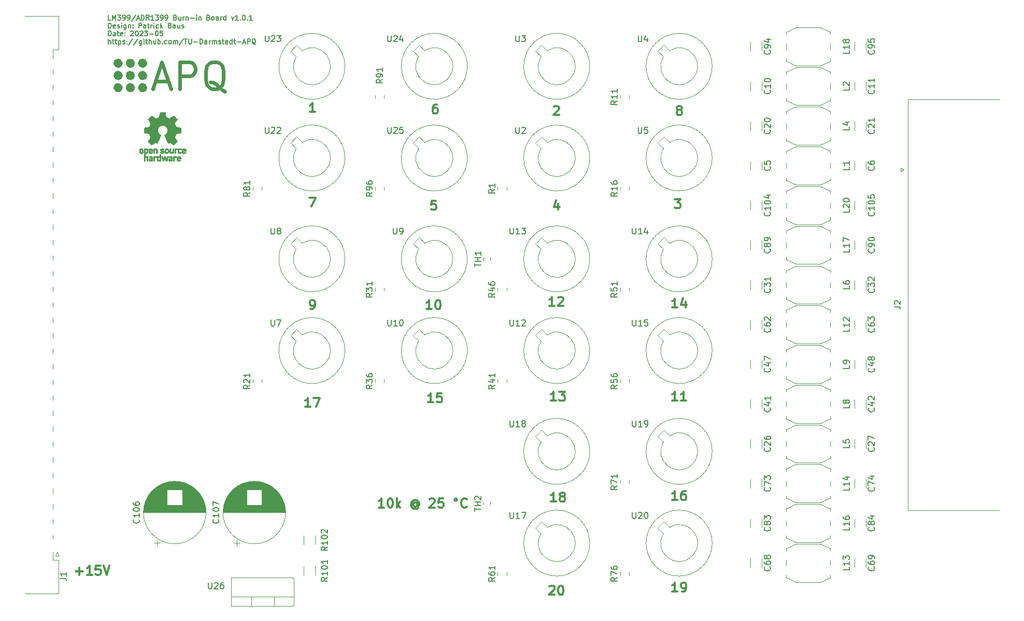
<source format=gbr>
%TF.GenerationSoftware,KiCad,Pcbnew,7.0.1*%
%TF.CreationDate,2023-05-27T02:15:05+02:00*%
%TF.ProjectId,main,6d61696e-2e6b-4696-9361-645f70636258,v1.0.1*%
%TF.SameCoordinates,Original*%
%TF.FileFunction,Legend,Top*%
%TF.FilePolarity,Positive*%
%FSLAX46Y46*%
G04 Gerber Fmt 4.6, Leading zero omitted, Abs format (unit mm)*
G04 Created by KiCad (PCBNEW 7.0.1) date 2023-05-27 02:15:05*
%MOMM*%
%LPD*%
G01*
G04 APERTURE LIST*
%ADD10C,0.300000*%
%ADD11C,0.150000*%
%ADD12C,0.600000*%
%ADD13C,1.000000*%
%ADD14C,0.010000*%
%ADD15C,0.120000*%
G04 APERTURE END LIST*
D10*
X43357142Y-153622500D02*
X44500000Y-153622500D01*
X43928571Y-154193928D02*
X43928571Y-153051071D01*
X46000000Y-154193928D02*
X45142857Y-154193928D01*
X45571428Y-154193928D02*
X45571428Y-152693928D01*
X45571428Y-152693928D02*
X45428571Y-152908214D01*
X45428571Y-152908214D02*
X45285714Y-153051071D01*
X45285714Y-153051071D02*
X45142857Y-153122500D01*
X47357142Y-152693928D02*
X46642856Y-152693928D01*
X46642856Y-152693928D02*
X46571428Y-153408214D01*
X46571428Y-153408214D02*
X46642856Y-153336785D01*
X46642856Y-153336785D02*
X46785714Y-153265357D01*
X46785714Y-153265357D02*
X47142856Y-153265357D01*
X47142856Y-153265357D02*
X47285714Y-153336785D01*
X47285714Y-153336785D02*
X47357142Y-153408214D01*
X47357142Y-153408214D02*
X47428571Y-153551071D01*
X47428571Y-153551071D02*
X47428571Y-153908214D01*
X47428571Y-153908214D02*
X47357142Y-154051071D01*
X47357142Y-154051071D02*
X47285714Y-154122500D01*
X47285714Y-154122500D02*
X47142856Y-154193928D01*
X47142856Y-154193928D02*
X46785714Y-154193928D01*
X46785714Y-154193928D02*
X46642856Y-154122500D01*
X46642856Y-154122500D02*
X46571428Y-154051071D01*
X47857142Y-152693928D02*
X48357142Y-154193928D01*
X48357142Y-154193928D02*
X48857142Y-152693928D01*
D11*
X49071428Y-63426095D02*
X48690476Y-63426095D01*
X48690476Y-63426095D02*
X48690476Y-62626095D01*
X49338095Y-63426095D02*
X49338095Y-62626095D01*
X49338095Y-62626095D02*
X49604761Y-63197523D01*
X49604761Y-63197523D02*
X49871428Y-62626095D01*
X49871428Y-62626095D02*
X49871428Y-63426095D01*
X50176190Y-62626095D02*
X50671428Y-62626095D01*
X50671428Y-62626095D02*
X50404762Y-62930857D01*
X50404762Y-62930857D02*
X50519047Y-62930857D01*
X50519047Y-62930857D02*
X50595238Y-62968952D01*
X50595238Y-62968952D02*
X50633333Y-63007047D01*
X50633333Y-63007047D02*
X50671428Y-63083238D01*
X50671428Y-63083238D02*
X50671428Y-63273714D01*
X50671428Y-63273714D02*
X50633333Y-63349904D01*
X50633333Y-63349904D02*
X50595238Y-63388000D01*
X50595238Y-63388000D02*
X50519047Y-63426095D01*
X50519047Y-63426095D02*
X50290476Y-63426095D01*
X50290476Y-63426095D02*
X50214285Y-63388000D01*
X50214285Y-63388000D02*
X50176190Y-63349904D01*
X51052381Y-63426095D02*
X51204762Y-63426095D01*
X51204762Y-63426095D02*
X51280952Y-63388000D01*
X51280952Y-63388000D02*
X51319048Y-63349904D01*
X51319048Y-63349904D02*
X51395238Y-63235619D01*
X51395238Y-63235619D02*
X51433333Y-63083238D01*
X51433333Y-63083238D02*
X51433333Y-62778476D01*
X51433333Y-62778476D02*
X51395238Y-62702285D01*
X51395238Y-62702285D02*
X51357143Y-62664190D01*
X51357143Y-62664190D02*
X51280952Y-62626095D01*
X51280952Y-62626095D02*
X51128571Y-62626095D01*
X51128571Y-62626095D02*
X51052381Y-62664190D01*
X51052381Y-62664190D02*
X51014286Y-62702285D01*
X51014286Y-62702285D02*
X50976190Y-62778476D01*
X50976190Y-62778476D02*
X50976190Y-62968952D01*
X50976190Y-62968952D02*
X51014286Y-63045142D01*
X51014286Y-63045142D02*
X51052381Y-63083238D01*
X51052381Y-63083238D02*
X51128571Y-63121333D01*
X51128571Y-63121333D02*
X51280952Y-63121333D01*
X51280952Y-63121333D02*
X51357143Y-63083238D01*
X51357143Y-63083238D02*
X51395238Y-63045142D01*
X51395238Y-63045142D02*
X51433333Y-62968952D01*
X51814286Y-63426095D02*
X51966667Y-63426095D01*
X51966667Y-63426095D02*
X52042857Y-63388000D01*
X52042857Y-63388000D02*
X52080953Y-63349904D01*
X52080953Y-63349904D02*
X52157143Y-63235619D01*
X52157143Y-63235619D02*
X52195238Y-63083238D01*
X52195238Y-63083238D02*
X52195238Y-62778476D01*
X52195238Y-62778476D02*
X52157143Y-62702285D01*
X52157143Y-62702285D02*
X52119048Y-62664190D01*
X52119048Y-62664190D02*
X52042857Y-62626095D01*
X52042857Y-62626095D02*
X51890476Y-62626095D01*
X51890476Y-62626095D02*
X51814286Y-62664190D01*
X51814286Y-62664190D02*
X51776191Y-62702285D01*
X51776191Y-62702285D02*
X51738095Y-62778476D01*
X51738095Y-62778476D02*
X51738095Y-62968952D01*
X51738095Y-62968952D02*
X51776191Y-63045142D01*
X51776191Y-63045142D02*
X51814286Y-63083238D01*
X51814286Y-63083238D02*
X51890476Y-63121333D01*
X51890476Y-63121333D02*
X52042857Y-63121333D01*
X52042857Y-63121333D02*
X52119048Y-63083238D01*
X52119048Y-63083238D02*
X52157143Y-63045142D01*
X52157143Y-63045142D02*
X52195238Y-62968952D01*
X53109524Y-62588000D02*
X52423810Y-63616571D01*
X53338095Y-63197523D02*
X53719048Y-63197523D01*
X53261905Y-63426095D02*
X53528572Y-62626095D01*
X53528572Y-62626095D02*
X53795238Y-63426095D01*
X54061905Y-63426095D02*
X54061905Y-62626095D01*
X54061905Y-62626095D02*
X54252381Y-62626095D01*
X54252381Y-62626095D02*
X54366667Y-62664190D01*
X54366667Y-62664190D02*
X54442857Y-62740380D01*
X54442857Y-62740380D02*
X54480952Y-62816571D01*
X54480952Y-62816571D02*
X54519048Y-62968952D01*
X54519048Y-62968952D02*
X54519048Y-63083238D01*
X54519048Y-63083238D02*
X54480952Y-63235619D01*
X54480952Y-63235619D02*
X54442857Y-63311809D01*
X54442857Y-63311809D02*
X54366667Y-63388000D01*
X54366667Y-63388000D02*
X54252381Y-63426095D01*
X54252381Y-63426095D02*
X54061905Y-63426095D01*
X55319048Y-63426095D02*
X55052381Y-63045142D01*
X54861905Y-63426095D02*
X54861905Y-62626095D01*
X54861905Y-62626095D02*
X55166667Y-62626095D01*
X55166667Y-62626095D02*
X55242857Y-62664190D01*
X55242857Y-62664190D02*
X55280952Y-62702285D01*
X55280952Y-62702285D02*
X55319048Y-62778476D01*
X55319048Y-62778476D02*
X55319048Y-62892761D01*
X55319048Y-62892761D02*
X55280952Y-62968952D01*
X55280952Y-62968952D02*
X55242857Y-63007047D01*
X55242857Y-63007047D02*
X55166667Y-63045142D01*
X55166667Y-63045142D02*
X54861905Y-63045142D01*
X56080952Y-63426095D02*
X55623809Y-63426095D01*
X55852381Y-63426095D02*
X55852381Y-62626095D01*
X55852381Y-62626095D02*
X55776190Y-62740380D01*
X55776190Y-62740380D02*
X55700000Y-62816571D01*
X55700000Y-62816571D02*
X55623809Y-62854666D01*
X56347619Y-62626095D02*
X56842857Y-62626095D01*
X56842857Y-62626095D02*
X56576191Y-62930857D01*
X56576191Y-62930857D02*
X56690476Y-62930857D01*
X56690476Y-62930857D02*
X56766667Y-62968952D01*
X56766667Y-62968952D02*
X56804762Y-63007047D01*
X56804762Y-63007047D02*
X56842857Y-63083238D01*
X56842857Y-63083238D02*
X56842857Y-63273714D01*
X56842857Y-63273714D02*
X56804762Y-63349904D01*
X56804762Y-63349904D02*
X56766667Y-63388000D01*
X56766667Y-63388000D02*
X56690476Y-63426095D01*
X56690476Y-63426095D02*
X56461905Y-63426095D01*
X56461905Y-63426095D02*
X56385714Y-63388000D01*
X56385714Y-63388000D02*
X56347619Y-63349904D01*
X57223810Y-63426095D02*
X57376191Y-63426095D01*
X57376191Y-63426095D02*
X57452381Y-63388000D01*
X57452381Y-63388000D02*
X57490477Y-63349904D01*
X57490477Y-63349904D02*
X57566667Y-63235619D01*
X57566667Y-63235619D02*
X57604762Y-63083238D01*
X57604762Y-63083238D02*
X57604762Y-62778476D01*
X57604762Y-62778476D02*
X57566667Y-62702285D01*
X57566667Y-62702285D02*
X57528572Y-62664190D01*
X57528572Y-62664190D02*
X57452381Y-62626095D01*
X57452381Y-62626095D02*
X57300000Y-62626095D01*
X57300000Y-62626095D02*
X57223810Y-62664190D01*
X57223810Y-62664190D02*
X57185715Y-62702285D01*
X57185715Y-62702285D02*
X57147619Y-62778476D01*
X57147619Y-62778476D02*
X57147619Y-62968952D01*
X57147619Y-62968952D02*
X57185715Y-63045142D01*
X57185715Y-63045142D02*
X57223810Y-63083238D01*
X57223810Y-63083238D02*
X57300000Y-63121333D01*
X57300000Y-63121333D02*
X57452381Y-63121333D01*
X57452381Y-63121333D02*
X57528572Y-63083238D01*
X57528572Y-63083238D02*
X57566667Y-63045142D01*
X57566667Y-63045142D02*
X57604762Y-62968952D01*
X57985715Y-63426095D02*
X58138096Y-63426095D01*
X58138096Y-63426095D02*
X58214286Y-63388000D01*
X58214286Y-63388000D02*
X58252382Y-63349904D01*
X58252382Y-63349904D02*
X58328572Y-63235619D01*
X58328572Y-63235619D02*
X58366667Y-63083238D01*
X58366667Y-63083238D02*
X58366667Y-62778476D01*
X58366667Y-62778476D02*
X58328572Y-62702285D01*
X58328572Y-62702285D02*
X58290477Y-62664190D01*
X58290477Y-62664190D02*
X58214286Y-62626095D01*
X58214286Y-62626095D02*
X58061905Y-62626095D01*
X58061905Y-62626095D02*
X57985715Y-62664190D01*
X57985715Y-62664190D02*
X57947620Y-62702285D01*
X57947620Y-62702285D02*
X57909524Y-62778476D01*
X57909524Y-62778476D02*
X57909524Y-62968952D01*
X57909524Y-62968952D02*
X57947620Y-63045142D01*
X57947620Y-63045142D02*
X57985715Y-63083238D01*
X57985715Y-63083238D02*
X58061905Y-63121333D01*
X58061905Y-63121333D02*
X58214286Y-63121333D01*
X58214286Y-63121333D02*
X58290477Y-63083238D01*
X58290477Y-63083238D02*
X58328572Y-63045142D01*
X58328572Y-63045142D02*
X58366667Y-62968952D01*
X59585715Y-63007047D02*
X59700001Y-63045142D01*
X59700001Y-63045142D02*
X59738096Y-63083238D01*
X59738096Y-63083238D02*
X59776192Y-63159428D01*
X59776192Y-63159428D02*
X59776192Y-63273714D01*
X59776192Y-63273714D02*
X59738096Y-63349904D01*
X59738096Y-63349904D02*
X59700001Y-63388000D01*
X59700001Y-63388000D02*
X59623811Y-63426095D01*
X59623811Y-63426095D02*
X59319049Y-63426095D01*
X59319049Y-63426095D02*
X59319049Y-62626095D01*
X59319049Y-62626095D02*
X59585715Y-62626095D01*
X59585715Y-62626095D02*
X59661906Y-62664190D01*
X59661906Y-62664190D02*
X59700001Y-62702285D01*
X59700001Y-62702285D02*
X59738096Y-62778476D01*
X59738096Y-62778476D02*
X59738096Y-62854666D01*
X59738096Y-62854666D02*
X59700001Y-62930857D01*
X59700001Y-62930857D02*
X59661906Y-62968952D01*
X59661906Y-62968952D02*
X59585715Y-63007047D01*
X59585715Y-63007047D02*
X59319049Y-63007047D01*
X60461906Y-62892761D02*
X60461906Y-63426095D01*
X60119049Y-62892761D02*
X60119049Y-63311809D01*
X60119049Y-63311809D02*
X60157144Y-63388000D01*
X60157144Y-63388000D02*
X60233334Y-63426095D01*
X60233334Y-63426095D02*
X60347620Y-63426095D01*
X60347620Y-63426095D02*
X60423811Y-63388000D01*
X60423811Y-63388000D02*
X60461906Y-63349904D01*
X60842859Y-63426095D02*
X60842859Y-62892761D01*
X60842859Y-63045142D02*
X60880954Y-62968952D01*
X60880954Y-62968952D02*
X60919049Y-62930857D01*
X60919049Y-62930857D02*
X60995240Y-62892761D01*
X60995240Y-62892761D02*
X61071430Y-62892761D01*
X61338097Y-62892761D02*
X61338097Y-63426095D01*
X61338097Y-62968952D02*
X61376192Y-62930857D01*
X61376192Y-62930857D02*
X61452382Y-62892761D01*
X61452382Y-62892761D02*
X61566668Y-62892761D01*
X61566668Y-62892761D02*
X61642859Y-62930857D01*
X61642859Y-62930857D02*
X61680954Y-63007047D01*
X61680954Y-63007047D02*
X61680954Y-63426095D01*
X62061907Y-63121333D02*
X62671431Y-63121333D01*
X63052383Y-63426095D02*
X63052383Y-62892761D01*
X63052383Y-62626095D02*
X63014287Y-62664190D01*
X63014287Y-62664190D02*
X63052383Y-62702285D01*
X63052383Y-62702285D02*
X63090478Y-62664190D01*
X63090478Y-62664190D02*
X63052383Y-62626095D01*
X63052383Y-62626095D02*
X63052383Y-62702285D01*
X63433335Y-62892761D02*
X63433335Y-63426095D01*
X63433335Y-62968952D02*
X63471430Y-62930857D01*
X63471430Y-62930857D02*
X63547620Y-62892761D01*
X63547620Y-62892761D02*
X63661906Y-62892761D01*
X63661906Y-62892761D02*
X63738097Y-62930857D01*
X63738097Y-62930857D02*
X63776192Y-63007047D01*
X63776192Y-63007047D02*
X63776192Y-63426095D01*
X65033335Y-63007047D02*
X65147621Y-63045142D01*
X65147621Y-63045142D02*
X65185716Y-63083238D01*
X65185716Y-63083238D02*
X65223812Y-63159428D01*
X65223812Y-63159428D02*
X65223812Y-63273714D01*
X65223812Y-63273714D02*
X65185716Y-63349904D01*
X65185716Y-63349904D02*
X65147621Y-63388000D01*
X65147621Y-63388000D02*
X65071431Y-63426095D01*
X65071431Y-63426095D02*
X64766669Y-63426095D01*
X64766669Y-63426095D02*
X64766669Y-62626095D01*
X64766669Y-62626095D02*
X65033335Y-62626095D01*
X65033335Y-62626095D02*
X65109526Y-62664190D01*
X65109526Y-62664190D02*
X65147621Y-62702285D01*
X65147621Y-62702285D02*
X65185716Y-62778476D01*
X65185716Y-62778476D02*
X65185716Y-62854666D01*
X65185716Y-62854666D02*
X65147621Y-62930857D01*
X65147621Y-62930857D02*
X65109526Y-62968952D01*
X65109526Y-62968952D02*
X65033335Y-63007047D01*
X65033335Y-63007047D02*
X64766669Y-63007047D01*
X65680954Y-63426095D02*
X65604764Y-63388000D01*
X65604764Y-63388000D02*
X65566669Y-63349904D01*
X65566669Y-63349904D02*
X65528573Y-63273714D01*
X65528573Y-63273714D02*
X65528573Y-63045142D01*
X65528573Y-63045142D02*
X65566669Y-62968952D01*
X65566669Y-62968952D02*
X65604764Y-62930857D01*
X65604764Y-62930857D02*
X65680954Y-62892761D01*
X65680954Y-62892761D02*
X65795240Y-62892761D01*
X65795240Y-62892761D02*
X65871431Y-62930857D01*
X65871431Y-62930857D02*
X65909526Y-62968952D01*
X65909526Y-62968952D02*
X65947621Y-63045142D01*
X65947621Y-63045142D02*
X65947621Y-63273714D01*
X65947621Y-63273714D02*
X65909526Y-63349904D01*
X65909526Y-63349904D02*
X65871431Y-63388000D01*
X65871431Y-63388000D02*
X65795240Y-63426095D01*
X65795240Y-63426095D02*
X65680954Y-63426095D01*
X66633336Y-63426095D02*
X66633336Y-63007047D01*
X66633336Y-63007047D02*
X66595241Y-62930857D01*
X66595241Y-62930857D02*
X66519050Y-62892761D01*
X66519050Y-62892761D02*
X66366669Y-62892761D01*
X66366669Y-62892761D02*
X66290479Y-62930857D01*
X66633336Y-63388000D02*
X66557145Y-63426095D01*
X66557145Y-63426095D02*
X66366669Y-63426095D01*
X66366669Y-63426095D02*
X66290479Y-63388000D01*
X66290479Y-63388000D02*
X66252383Y-63311809D01*
X66252383Y-63311809D02*
X66252383Y-63235619D01*
X66252383Y-63235619D02*
X66290479Y-63159428D01*
X66290479Y-63159428D02*
X66366669Y-63121333D01*
X66366669Y-63121333D02*
X66557145Y-63121333D01*
X66557145Y-63121333D02*
X66633336Y-63083238D01*
X67014289Y-63426095D02*
X67014289Y-62892761D01*
X67014289Y-63045142D02*
X67052384Y-62968952D01*
X67052384Y-62968952D02*
X67090479Y-62930857D01*
X67090479Y-62930857D02*
X67166670Y-62892761D01*
X67166670Y-62892761D02*
X67242860Y-62892761D01*
X67852384Y-63426095D02*
X67852384Y-62626095D01*
X67852384Y-63388000D02*
X67776193Y-63426095D01*
X67776193Y-63426095D02*
X67623812Y-63426095D01*
X67623812Y-63426095D02*
X67547622Y-63388000D01*
X67547622Y-63388000D02*
X67509527Y-63349904D01*
X67509527Y-63349904D02*
X67471431Y-63273714D01*
X67471431Y-63273714D02*
X67471431Y-63045142D01*
X67471431Y-63045142D02*
X67509527Y-62968952D01*
X67509527Y-62968952D02*
X67547622Y-62930857D01*
X67547622Y-62930857D02*
X67623812Y-62892761D01*
X67623812Y-62892761D02*
X67776193Y-62892761D01*
X67776193Y-62892761D02*
X67852384Y-62930857D01*
X68766670Y-62892761D02*
X68957146Y-63426095D01*
X68957146Y-63426095D02*
X69147623Y-62892761D01*
X69871432Y-63426095D02*
X69414289Y-63426095D01*
X69642861Y-63426095D02*
X69642861Y-62626095D01*
X69642861Y-62626095D02*
X69566670Y-62740380D01*
X69566670Y-62740380D02*
X69490480Y-62816571D01*
X69490480Y-62816571D02*
X69414289Y-62854666D01*
X70214290Y-63349904D02*
X70252385Y-63388000D01*
X70252385Y-63388000D02*
X70214290Y-63426095D01*
X70214290Y-63426095D02*
X70176194Y-63388000D01*
X70176194Y-63388000D02*
X70214290Y-63349904D01*
X70214290Y-63349904D02*
X70214290Y-63426095D01*
X70747623Y-62626095D02*
X70823813Y-62626095D01*
X70823813Y-62626095D02*
X70900004Y-62664190D01*
X70900004Y-62664190D02*
X70938099Y-62702285D01*
X70938099Y-62702285D02*
X70976194Y-62778476D01*
X70976194Y-62778476D02*
X71014289Y-62930857D01*
X71014289Y-62930857D02*
X71014289Y-63121333D01*
X71014289Y-63121333D02*
X70976194Y-63273714D01*
X70976194Y-63273714D02*
X70938099Y-63349904D01*
X70938099Y-63349904D02*
X70900004Y-63388000D01*
X70900004Y-63388000D02*
X70823813Y-63426095D01*
X70823813Y-63426095D02*
X70747623Y-63426095D01*
X70747623Y-63426095D02*
X70671432Y-63388000D01*
X70671432Y-63388000D02*
X70633337Y-63349904D01*
X70633337Y-63349904D02*
X70595242Y-63273714D01*
X70595242Y-63273714D02*
X70557146Y-63121333D01*
X70557146Y-63121333D02*
X70557146Y-62930857D01*
X70557146Y-62930857D02*
X70595242Y-62778476D01*
X70595242Y-62778476D02*
X70633337Y-62702285D01*
X70633337Y-62702285D02*
X70671432Y-62664190D01*
X70671432Y-62664190D02*
X70747623Y-62626095D01*
X71357147Y-63349904D02*
X71395242Y-63388000D01*
X71395242Y-63388000D02*
X71357147Y-63426095D01*
X71357147Y-63426095D02*
X71319051Y-63388000D01*
X71319051Y-63388000D02*
X71357147Y-63349904D01*
X71357147Y-63349904D02*
X71357147Y-63426095D01*
X72157146Y-63426095D02*
X71700003Y-63426095D01*
X71928575Y-63426095D02*
X71928575Y-62626095D01*
X71928575Y-62626095D02*
X71852384Y-62740380D01*
X71852384Y-62740380D02*
X71776194Y-62816571D01*
X71776194Y-62816571D02*
X71700003Y-62854666D01*
X48690476Y-64722095D02*
X48690476Y-63922095D01*
X48690476Y-63922095D02*
X48880952Y-63922095D01*
X48880952Y-63922095D02*
X48995238Y-63960190D01*
X48995238Y-63960190D02*
X49071428Y-64036380D01*
X49071428Y-64036380D02*
X49109523Y-64112571D01*
X49109523Y-64112571D02*
X49147619Y-64264952D01*
X49147619Y-64264952D02*
X49147619Y-64379238D01*
X49147619Y-64379238D02*
X49109523Y-64531619D01*
X49109523Y-64531619D02*
X49071428Y-64607809D01*
X49071428Y-64607809D02*
X48995238Y-64684000D01*
X48995238Y-64684000D02*
X48880952Y-64722095D01*
X48880952Y-64722095D02*
X48690476Y-64722095D01*
X49795238Y-64684000D02*
X49719047Y-64722095D01*
X49719047Y-64722095D02*
X49566666Y-64722095D01*
X49566666Y-64722095D02*
X49490476Y-64684000D01*
X49490476Y-64684000D02*
X49452380Y-64607809D01*
X49452380Y-64607809D02*
X49452380Y-64303047D01*
X49452380Y-64303047D02*
X49490476Y-64226857D01*
X49490476Y-64226857D02*
X49566666Y-64188761D01*
X49566666Y-64188761D02*
X49719047Y-64188761D01*
X49719047Y-64188761D02*
X49795238Y-64226857D01*
X49795238Y-64226857D02*
X49833333Y-64303047D01*
X49833333Y-64303047D02*
X49833333Y-64379238D01*
X49833333Y-64379238D02*
X49452380Y-64455428D01*
X50138094Y-64684000D02*
X50214285Y-64722095D01*
X50214285Y-64722095D02*
X50366666Y-64722095D01*
X50366666Y-64722095D02*
X50442856Y-64684000D01*
X50442856Y-64684000D02*
X50480952Y-64607809D01*
X50480952Y-64607809D02*
X50480952Y-64569714D01*
X50480952Y-64569714D02*
X50442856Y-64493523D01*
X50442856Y-64493523D02*
X50366666Y-64455428D01*
X50366666Y-64455428D02*
X50252380Y-64455428D01*
X50252380Y-64455428D02*
X50176190Y-64417333D01*
X50176190Y-64417333D02*
X50138094Y-64341142D01*
X50138094Y-64341142D02*
X50138094Y-64303047D01*
X50138094Y-64303047D02*
X50176190Y-64226857D01*
X50176190Y-64226857D02*
X50252380Y-64188761D01*
X50252380Y-64188761D02*
X50366666Y-64188761D01*
X50366666Y-64188761D02*
X50442856Y-64226857D01*
X50823809Y-64722095D02*
X50823809Y-64188761D01*
X50823809Y-63922095D02*
X50785713Y-63960190D01*
X50785713Y-63960190D02*
X50823809Y-63998285D01*
X50823809Y-63998285D02*
X50861904Y-63960190D01*
X50861904Y-63960190D02*
X50823809Y-63922095D01*
X50823809Y-63922095D02*
X50823809Y-63998285D01*
X51547618Y-64188761D02*
X51547618Y-64836380D01*
X51547618Y-64836380D02*
X51509523Y-64912571D01*
X51509523Y-64912571D02*
X51471427Y-64950666D01*
X51471427Y-64950666D02*
X51395237Y-64988761D01*
X51395237Y-64988761D02*
X51280951Y-64988761D01*
X51280951Y-64988761D02*
X51204761Y-64950666D01*
X51547618Y-64684000D02*
X51471427Y-64722095D01*
X51471427Y-64722095D02*
X51319046Y-64722095D01*
X51319046Y-64722095D02*
X51242856Y-64684000D01*
X51242856Y-64684000D02*
X51204761Y-64645904D01*
X51204761Y-64645904D02*
X51166665Y-64569714D01*
X51166665Y-64569714D02*
X51166665Y-64341142D01*
X51166665Y-64341142D02*
X51204761Y-64264952D01*
X51204761Y-64264952D02*
X51242856Y-64226857D01*
X51242856Y-64226857D02*
X51319046Y-64188761D01*
X51319046Y-64188761D02*
X51471427Y-64188761D01*
X51471427Y-64188761D02*
X51547618Y-64226857D01*
X51928571Y-64188761D02*
X51928571Y-64722095D01*
X51928571Y-64264952D02*
X51966666Y-64226857D01*
X51966666Y-64226857D02*
X52042856Y-64188761D01*
X52042856Y-64188761D02*
X52157142Y-64188761D01*
X52157142Y-64188761D02*
X52233333Y-64226857D01*
X52233333Y-64226857D02*
X52271428Y-64303047D01*
X52271428Y-64303047D02*
X52271428Y-64722095D01*
X52652381Y-64645904D02*
X52690476Y-64684000D01*
X52690476Y-64684000D02*
X52652381Y-64722095D01*
X52652381Y-64722095D02*
X52614285Y-64684000D01*
X52614285Y-64684000D02*
X52652381Y-64645904D01*
X52652381Y-64645904D02*
X52652381Y-64722095D01*
X52652381Y-64226857D02*
X52690476Y-64264952D01*
X52690476Y-64264952D02*
X52652381Y-64303047D01*
X52652381Y-64303047D02*
X52614285Y-64264952D01*
X52614285Y-64264952D02*
X52652381Y-64226857D01*
X52652381Y-64226857D02*
X52652381Y-64303047D01*
X53642857Y-64722095D02*
X53642857Y-63922095D01*
X53642857Y-63922095D02*
X53947619Y-63922095D01*
X53947619Y-63922095D02*
X54023809Y-63960190D01*
X54023809Y-63960190D02*
X54061904Y-63998285D01*
X54061904Y-63998285D02*
X54100000Y-64074476D01*
X54100000Y-64074476D02*
X54100000Y-64188761D01*
X54100000Y-64188761D02*
X54061904Y-64264952D01*
X54061904Y-64264952D02*
X54023809Y-64303047D01*
X54023809Y-64303047D02*
X53947619Y-64341142D01*
X53947619Y-64341142D02*
X53642857Y-64341142D01*
X54785714Y-64722095D02*
X54785714Y-64303047D01*
X54785714Y-64303047D02*
X54747619Y-64226857D01*
X54747619Y-64226857D02*
X54671428Y-64188761D01*
X54671428Y-64188761D02*
X54519047Y-64188761D01*
X54519047Y-64188761D02*
X54442857Y-64226857D01*
X54785714Y-64684000D02*
X54709523Y-64722095D01*
X54709523Y-64722095D02*
X54519047Y-64722095D01*
X54519047Y-64722095D02*
X54442857Y-64684000D01*
X54442857Y-64684000D02*
X54404761Y-64607809D01*
X54404761Y-64607809D02*
X54404761Y-64531619D01*
X54404761Y-64531619D02*
X54442857Y-64455428D01*
X54442857Y-64455428D02*
X54519047Y-64417333D01*
X54519047Y-64417333D02*
X54709523Y-64417333D01*
X54709523Y-64417333D02*
X54785714Y-64379238D01*
X55052381Y-64188761D02*
X55357143Y-64188761D01*
X55166667Y-63922095D02*
X55166667Y-64607809D01*
X55166667Y-64607809D02*
X55204762Y-64684000D01*
X55204762Y-64684000D02*
X55280952Y-64722095D01*
X55280952Y-64722095D02*
X55357143Y-64722095D01*
X55623810Y-64722095D02*
X55623810Y-64188761D01*
X55623810Y-64341142D02*
X55661905Y-64264952D01*
X55661905Y-64264952D02*
X55700000Y-64226857D01*
X55700000Y-64226857D02*
X55776191Y-64188761D01*
X55776191Y-64188761D02*
X55852381Y-64188761D01*
X56119048Y-64722095D02*
X56119048Y-64188761D01*
X56119048Y-63922095D02*
X56080952Y-63960190D01*
X56080952Y-63960190D02*
X56119048Y-63998285D01*
X56119048Y-63998285D02*
X56157143Y-63960190D01*
X56157143Y-63960190D02*
X56119048Y-63922095D01*
X56119048Y-63922095D02*
X56119048Y-63998285D01*
X56842857Y-64684000D02*
X56766666Y-64722095D01*
X56766666Y-64722095D02*
X56614285Y-64722095D01*
X56614285Y-64722095D02*
X56538095Y-64684000D01*
X56538095Y-64684000D02*
X56500000Y-64645904D01*
X56500000Y-64645904D02*
X56461904Y-64569714D01*
X56461904Y-64569714D02*
X56461904Y-64341142D01*
X56461904Y-64341142D02*
X56500000Y-64264952D01*
X56500000Y-64264952D02*
X56538095Y-64226857D01*
X56538095Y-64226857D02*
X56614285Y-64188761D01*
X56614285Y-64188761D02*
X56766666Y-64188761D01*
X56766666Y-64188761D02*
X56842857Y-64226857D01*
X57185714Y-64722095D02*
X57185714Y-63922095D01*
X57261904Y-64417333D02*
X57490476Y-64722095D01*
X57490476Y-64188761D02*
X57185714Y-64493523D01*
X58709523Y-64303047D02*
X58823809Y-64341142D01*
X58823809Y-64341142D02*
X58861904Y-64379238D01*
X58861904Y-64379238D02*
X58900000Y-64455428D01*
X58900000Y-64455428D02*
X58900000Y-64569714D01*
X58900000Y-64569714D02*
X58861904Y-64645904D01*
X58861904Y-64645904D02*
X58823809Y-64684000D01*
X58823809Y-64684000D02*
X58747619Y-64722095D01*
X58747619Y-64722095D02*
X58442857Y-64722095D01*
X58442857Y-64722095D02*
X58442857Y-63922095D01*
X58442857Y-63922095D02*
X58709523Y-63922095D01*
X58709523Y-63922095D02*
X58785714Y-63960190D01*
X58785714Y-63960190D02*
X58823809Y-63998285D01*
X58823809Y-63998285D02*
X58861904Y-64074476D01*
X58861904Y-64074476D02*
X58861904Y-64150666D01*
X58861904Y-64150666D02*
X58823809Y-64226857D01*
X58823809Y-64226857D02*
X58785714Y-64264952D01*
X58785714Y-64264952D02*
X58709523Y-64303047D01*
X58709523Y-64303047D02*
X58442857Y-64303047D01*
X59585714Y-64722095D02*
X59585714Y-64303047D01*
X59585714Y-64303047D02*
X59547619Y-64226857D01*
X59547619Y-64226857D02*
X59471428Y-64188761D01*
X59471428Y-64188761D02*
X59319047Y-64188761D01*
X59319047Y-64188761D02*
X59242857Y-64226857D01*
X59585714Y-64684000D02*
X59509523Y-64722095D01*
X59509523Y-64722095D02*
X59319047Y-64722095D01*
X59319047Y-64722095D02*
X59242857Y-64684000D01*
X59242857Y-64684000D02*
X59204761Y-64607809D01*
X59204761Y-64607809D02*
X59204761Y-64531619D01*
X59204761Y-64531619D02*
X59242857Y-64455428D01*
X59242857Y-64455428D02*
X59319047Y-64417333D01*
X59319047Y-64417333D02*
X59509523Y-64417333D01*
X59509523Y-64417333D02*
X59585714Y-64379238D01*
X60309524Y-64188761D02*
X60309524Y-64722095D01*
X59966667Y-64188761D02*
X59966667Y-64607809D01*
X59966667Y-64607809D02*
X60004762Y-64684000D01*
X60004762Y-64684000D02*
X60080952Y-64722095D01*
X60080952Y-64722095D02*
X60195238Y-64722095D01*
X60195238Y-64722095D02*
X60271429Y-64684000D01*
X60271429Y-64684000D02*
X60309524Y-64645904D01*
X60652381Y-64684000D02*
X60728572Y-64722095D01*
X60728572Y-64722095D02*
X60880953Y-64722095D01*
X60880953Y-64722095D02*
X60957143Y-64684000D01*
X60957143Y-64684000D02*
X60995239Y-64607809D01*
X60995239Y-64607809D02*
X60995239Y-64569714D01*
X60995239Y-64569714D02*
X60957143Y-64493523D01*
X60957143Y-64493523D02*
X60880953Y-64455428D01*
X60880953Y-64455428D02*
X60766667Y-64455428D01*
X60766667Y-64455428D02*
X60690477Y-64417333D01*
X60690477Y-64417333D02*
X60652381Y-64341142D01*
X60652381Y-64341142D02*
X60652381Y-64303047D01*
X60652381Y-64303047D02*
X60690477Y-64226857D01*
X60690477Y-64226857D02*
X60766667Y-64188761D01*
X60766667Y-64188761D02*
X60880953Y-64188761D01*
X60880953Y-64188761D02*
X60957143Y-64226857D01*
X48690476Y-66018095D02*
X48690476Y-65218095D01*
X48690476Y-65218095D02*
X48880952Y-65218095D01*
X48880952Y-65218095D02*
X48995238Y-65256190D01*
X48995238Y-65256190D02*
X49071428Y-65332380D01*
X49071428Y-65332380D02*
X49109523Y-65408571D01*
X49109523Y-65408571D02*
X49147619Y-65560952D01*
X49147619Y-65560952D02*
X49147619Y-65675238D01*
X49147619Y-65675238D02*
X49109523Y-65827619D01*
X49109523Y-65827619D02*
X49071428Y-65903809D01*
X49071428Y-65903809D02*
X48995238Y-65980000D01*
X48995238Y-65980000D02*
X48880952Y-66018095D01*
X48880952Y-66018095D02*
X48690476Y-66018095D01*
X49833333Y-66018095D02*
X49833333Y-65599047D01*
X49833333Y-65599047D02*
X49795238Y-65522857D01*
X49795238Y-65522857D02*
X49719047Y-65484761D01*
X49719047Y-65484761D02*
X49566666Y-65484761D01*
X49566666Y-65484761D02*
X49490476Y-65522857D01*
X49833333Y-65980000D02*
X49757142Y-66018095D01*
X49757142Y-66018095D02*
X49566666Y-66018095D01*
X49566666Y-66018095D02*
X49490476Y-65980000D01*
X49490476Y-65980000D02*
X49452380Y-65903809D01*
X49452380Y-65903809D02*
X49452380Y-65827619D01*
X49452380Y-65827619D02*
X49490476Y-65751428D01*
X49490476Y-65751428D02*
X49566666Y-65713333D01*
X49566666Y-65713333D02*
X49757142Y-65713333D01*
X49757142Y-65713333D02*
X49833333Y-65675238D01*
X50100000Y-65484761D02*
X50404762Y-65484761D01*
X50214286Y-65218095D02*
X50214286Y-65903809D01*
X50214286Y-65903809D02*
X50252381Y-65980000D01*
X50252381Y-65980000D02*
X50328571Y-66018095D01*
X50328571Y-66018095D02*
X50404762Y-66018095D01*
X50976191Y-65980000D02*
X50900000Y-66018095D01*
X50900000Y-66018095D02*
X50747619Y-66018095D01*
X50747619Y-66018095D02*
X50671429Y-65980000D01*
X50671429Y-65980000D02*
X50633333Y-65903809D01*
X50633333Y-65903809D02*
X50633333Y-65599047D01*
X50633333Y-65599047D02*
X50671429Y-65522857D01*
X50671429Y-65522857D02*
X50747619Y-65484761D01*
X50747619Y-65484761D02*
X50900000Y-65484761D01*
X50900000Y-65484761D02*
X50976191Y-65522857D01*
X50976191Y-65522857D02*
X51014286Y-65599047D01*
X51014286Y-65599047D02*
X51014286Y-65675238D01*
X51014286Y-65675238D02*
X50633333Y-65751428D01*
X51357143Y-65941904D02*
X51395238Y-65980000D01*
X51395238Y-65980000D02*
X51357143Y-66018095D01*
X51357143Y-66018095D02*
X51319047Y-65980000D01*
X51319047Y-65980000D02*
X51357143Y-65941904D01*
X51357143Y-65941904D02*
X51357143Y-66018095D01*
X51357143Y-65522857D02*
X51395238Y-65560952D01*
X51395238Y-65560952D02*
X51357143Y-65599047D01*
X51357143Y-65599047D02*
X51319047Y-65560952D01*
X51319047Y-65560952D02*
X51357143Y-65522857D01*
X51357143Y-65522857D02*
X51357143Y-65599047D01*
X52309523Y-65294285D02*
X52347619Y-65256190D01*
X52347619Y-65256190D02*
X52423809Y-65218095D01*
X52423809Y-65218095D02*
X52614285Y-65218095D01*
X52614285Y-65218095D02*
X52690476Y-65256190D01*
X52690476Y-65256190D02*
X52728571Y-65294285D01*
X52728571Y-65294285D02*
X52766666Y-65370476D01*
X52766666Y-65370476D02*
X52766666Y-65446666D01*
X52766666Y-65446666D02*
X52728571Y-65560952D01*
X52728571Y-65560952D02*
X52271428Y-66018095D01*
X52271428Y-66018095D02*
X52766666Y-66018095D01*
X53261905Y-65218095D02*
X53338095Y-65218095D01*
X53338095Y-65218095D02*
X53414286Y-65256190D01*
X53414286Y-65256190D02*
X53452381Y-65294285D01*
X53452381Y-65294285D02*
X53490476Y-65370476D01*
X53490476Y-65370476D02*
X53528571Y-65522857D01*
X53528571Y-65522857D02*
X53528571Y-65713333D01*
X53528571Y-65713333D02*
X53490476Y-65865714D01*
X53490476Y-65865714D02*
X53452381Y-65941904D01*
X53452381Y-65941904D02*
X53414286Y-65980000D01*
X53414286Y-65980000D02*
X53338095Y-66018095D01*
X53338095Y-66018095D02*
X53261905Y-66018095D01*
X53261905Y-66018095D02*
X53185714Y-65980000D01*
X53185714Y-65980000D02*
X53147619Y-65941904D01*
X53147619Y-65941904D02*
X53109524Y-65865714D01*
X53109524Y-65865714D02*
X53071428Y-65713333D01*
X53071428Y-65713333D02*
X53071428Y-65522857D01*
X53071428Y-65522857D02*
X53109524Y-65370476D01*
X53109524Y-65370476D02*
X53147619Y-65294285D01*
X53147619Y-65294285D02*
X53185714Y-65256190D01*
X53185714Y-65256190D02*
X53261905Y-65218095D01*
X53833333Y-65294285D02*
X53871429Y-65256190D01*
X53871429Y-65256190D02*
X53947619Y-65218095D01*
X53947619Y-65218095D02*
X54138095Y-65218095D01*
X54138095Y-65218095D02*
X54214286Y-65256190D01*
X54214286Y-65256190D02*
X54252381Y-65294285D01*
X54252381Y-65294285D02*
X54290476Y-65370476D01*
X54290476Y-65370476D02*
X54290476Y-65446666D01*
X54290476Y-65446666D02*
X54252381Y-65560952D01*
X54252381Y-65560952D02*
X53795238Y-66018095D01*
X53795238Y-66018095D02*
X54290476Y-66018095D01*
X54557143Y-65218095D02*
X55052381Y-65218095D01*
X55052381Y-65218095D02*
X54785715Y-65522857D01*
X54785715Y-65522857D02*
X54900000Y-65522857D01*
X54900000Y-65522857D02*
X54976191Y-65560952D01*
X54976191Y-65560952D02*
X55014286Y-65599047D01*
X55014286Y-65599047D02*
X55052381Y-65675238D01*
X55052381Y-65675238D02*
X55052381Y-65865714D01*
X55052381Y-65865714D02*
X55014286Y-65941904D01*
X55014286Y-65941904D02*
X54976191Y-65980000D01*
X54976191Y-65980000D02*
X54900000Y-66018095D01*
X54900000Y-66018095D02*
X54671429Y-66018095D01*
X54671429Y-66018095D02*
X54595238Y-65980000D01*
X54595238Y-65980000D02*
X54557143Y-65941904D01*
X55395239Y-65713333D02*
X56004763Y-65713333D01*
X56538096Y-65218095D02*
X56614286Y-65218095D01*
X56614286Y-65218095D02*
X56690477Y-65256190D01*
X56690477Y-65256190D02*
X56728572Y-65294285D01*
X56728572Y-65294285D02*
X56766667Y-65370476D01*
X56766667Y-65370476D02*
X56804762Y-65522857D01*
X56804762Y-65522857D02*
X56804762Y-65713333D01*
X56804762Y-65713333D02*
X56766667Y-65865714D01*
X56766667Y-65865714D02*
X56728572Y-65941904D01*
X56728572Y-65941904D02*
X56690477Y-65980000D01*
X56690477Y-65980000D02*
X56614286Y-66018095D01*
X56614286Y-66018095D02*
X56538096Y-66018095D01*
X56538096Y-66018095D02*
X56461905Y-65980000D01*
X56461905Y-65980000D02*
X56423810Y-65941904D01*
X56423810Y-65941904D02*
X56385715Y-65865714D01*
X56385715Y-65865714D02*
X56347619Y-65713333D01*
X56347619Y-65713333D02*
X56347619Y-65522857D01*
X56347619Y-65522857D02*
X56385715Y-65370476D01*
X56385715Y-65370476D02*
X56423810Y-65294285D01*
X56423810Y-65294285D02*
X56461905Y-65256190D01*
X56461905Y-65256190D02*
X56538096Y-65218095D01*
X57528572Y-65218095D02*
X57147620Y-65218095D01*
X57147620Y-65218095D02*
X57109524Y-65599047D01*
X57109524Y-65599047D02*
X57147620Y-65560952D01*
X57147620Y-65560952D02*
X57223810Y-65522857D01*
X57223810Y-65522857D02*
X57414286Y-65522857D01*
X57414286Y-65522857D02*
X57490477Y-65560952D01*
X57490477Y-65560952D02*
X57528572Y-65599047D01*
X57528572Y-65599047D02*
X57566667Y-65675238D01*
X57566667Y-65675238D02*
X57566667Y-65865714D01*
X57566667Y-65865714D02*
X57528572Y-65941904D01*
X57528572Y-65941904D02*
X57490477Y-65980000D01*
X57490477Y-65980000D02*
X57414286Y-66018095D01*
X57414286Y-66018095D02*
X57223810Y-66018095D01*
X57223810Y-66018095D02*
X57147620Y-65980000D01*
X57147620Y-65980000D02*
X57109524Y-65941904D01*
X48690476Y-67314095D02*
X48690476Y-66514095D01*
X49033333Y-67314095D02*
X49033333Y-66895047D01*
X49033333Y-66895047D02*
X48995238Y-66818857D01*
X48995238Y-66818857D02*
X48919047Y-66780761D01*
X48919047Y-66780761D02*
X48804761Y-66780761D01*
X48804761Y-66780761D02*
X48728571Y-66818857D01*
X48728571Y-66818857D02*
X48690476Y-66856952D01*
X49300000Y-66780761D02*
X49604762Y-66780761D01*
X49414286Y-66514095D02*
X49414286Y-67199809D01*
X49414286Y-67199809D02*
X49452381Y-67276000D01*
X49452381Y-67276000D02*
X49528571Y-67314095D01*
X49528571Y-67314095D02*
X49604762Y-67314095D01*
X49757143Y-66780761D02*
X50061905Y-66780761D01*
X49871429Y-66514095D02*
X49871429Y-67199809D01*
X49871429Y-67199809D02*
X49909524Y-67276000D01*
X49909524Y-67276000D02*
X49985714Y-67314095D01*
X49985714Y-67314095D02*
X50061905Y-67314095D01*
X50328572Y-66780761D02*
X50328572Y-67580761D01*
X50328572Y-66818857D02*
X50404762Y-66780761D01*
X50404762Y-66780761D02*
X50557143Y-66780761D01*
X50557143Y-66780761D02*
X50633334Y-66818857D01*
X50633334Y-66818857D02*
X50671429Y-66856952D01*
X50671429Y-66856952D02*
X50709524Y-66933142D01*
X50709524Y-66933142D02*
X50709524Y-67161714D01*
X50709524Y-67161714D02*
X50671429Y-67237904D01*
X50671429Y-67237904D02*
X50633334Y-67276000D01*
X50633334Y-67276000D02*
X50557143Y-67314095D01*
X50557143Y-67314095D02*
X50404762Y-67314095D01*
X50404762Y-67314095D02*
X50328572Y-67276000D01*
X51014286Y-67276000D02*
X51090477Y-67314095D01*
X51090477Y-67314095D02*
X51242858Y-67314095D01*
X51242858Y-67314095D02*
X51319048Y-67276000D01*
X51319048Y-67276000D02*
X51357144Y-67199809D01*
X51357144Y-67199809D02*
X51357144Y-67161714D01*
X51357144Y-67161714D02*
X51319048Y-67085523D01*
X51319048Y-67085523D02*
X51242858Y-67047428D01*
X51242858Y-67047428D02*
X51128572Y-67047428D01*
X51128572Y-67047428D02*
X51052382Y-67009333D01*
X51052382Y-67009333D02*
X51014286Y-66933142D01*
X51014286Y-66933142D02*
X51014286Y-66895047D01*
X51014286Y-66895047D02*
X51052382Y-66818857D01*
X51052382Y-66818857D02*
X51128572Y-66780761D01*
X51128572Y-66780761D02*
X51242858Y-66780761D01*
X51242858Y-66780761D02*
X51319048Y-66818857D01*
X51700001Y-67237904D02*
X51738096Y-67276000D01*
X51738096Y-67276000D02*
X51700001Y-67314095D01*
X51700001Y-67314095D02*
X51661905Y-67276000D01*
X51661905Y-67276000D02*
X51700001Y-67237904D01*
X51700001Y-67237904D02*
X51700001Y-67314095D01*
X51700001Y-66818857D02*
X51738096Y-66856952D01*
X51738096Y-66856952D02*
X51700001Y-66895047D01*
X51700001Y-66895047D02*
X51661905Y-66856952D01*
X51661905Y-66856952D02*
X51700001Y-66818857D01*
X51700001Y-66818857D02*
X51700001Y-66895047D01*
X52652381Y-66476000D02*
X51966667Y-67504571D01*
X53490476Y-66476000D02*
X52804762Y-67504571D01*
X54100000Y-66780761D02*
X54100000Y-67428380D01*
X54100000Y-67428380D02*
X54061905Y-67504571D01*
X54061905Y-67504571D02*
X54023809Y-67542666D01*
X54023809Y-67542666D02*
X53947619Y-67580761D01*
X53947619Y-67580761D02*
X53833333Y-67580761D01*
X53833333Y-67580761D02*
X53757143Y-67542666D01*
X54100000Y-67276000D02*
X54023809Y-67314095D01*
X54023809Y-67314095D02*
X53871428Y-67314095D01*
X53871428Y-67314095D02*
X53795238Y-67276000D01*
X53795238Y-67276000D02*
X53757143Y-67237904D01*
X53757143Y-67237904D02*
X53719047Y-67161714D01*
X53719047Y-67161714D02*
X53719047Y-66933142D01*
X53719047Y-66933142D02*
X53757143Y-66856952D01*
X53757143Y-66856952D02*
X53795238Y-66818857D01*
X53795238Y-66818857D02*
X53871428Y-66780761D01*
X53871428Y-66780761D02*
X54023809Y-66780761D01*
X54023809Y-66780761D02*
X54100000Y-66818857D01*
X54480953Y-67314095D02*
X54480953Y-66780761D01*
X54480953Y-66514095D02*
X54442857Y-66552190D01*
X54442857Y-66552190D02*
X54480953Y-66590285D01*
X54480953Y-66590285D02*
X54519048Y-66552190D01*
X54519048Y-66552190D02*
X54480953Y-66514095D01*
X54480953Y-66514095D02*
X54480953Y-66590285D01*
X54747619Y-66780761D02*
X55052381Y-66780761D01*
X54861905Y-66514095D02*
X54861905Y-67199809D01*
X54861905Y-67199809D02*
X54900000Y-67276000D01*
X54900000Y-67276000D02*
X54976190Y-67314095D01*
X54976190Y-67314095D02*
X55052381Y-67314095D01*
X55319048Y-67314095D02*
X55319048Y-66514095D01*
X55661905Y-67314095D02*
X55661905Y-66895047D01*
X55661905Y-66895047D02*
X55623810Y-66818857D01*
X55623810Y-66818857D02*
X55547619Y-66780761D01*
X55547619Y-66780761D02*
X55433333Y-66780761D01*
X55433333Y-66780761D02*
X55357143Y-66818857D01*
X55357143Y-66818857D02*
X55319048Y-66856952D01*
X56385715Y-66780761D02*
X56385715Y-67314095D01*
X56042858Y-66780761D02*
X56042858Y-67199809D01*
X56042858Y-67199809D02*
X56080953Y-67276000D01*
X56080953Y-67276000D02*
X56157143Y-67314095D01*
X56157143Y-67314095D02*
X56271429Y-67314095D01*
X56271429Y-67314095D02*
X56347620Y-67276000D01*
X56347620Y-67276000D02*
X56385715Y-67237904D01*
X56766668Y-67314095D02*
X56766668Y-66514095D01*
X56766668Y-66818857D02*
X56842858Y-66780761D01*
X56842858Y-66780761D02*
X56995239Y-66780761D01*
X56995239Y-66780761D02*
X57071430Y-66818857D01*
X57071430Y-66818857D02*
X57109525Y-66856952D01*
X57109525Y-66856952D02*
X57147620Y-66933142D01*
X57147620Y-66933142D02*
X57147620Y-67161714D01*
X57147620Y-67161714D02*
X57109525Y-67237904D01*
X57109525Y-67237904D02*
X57071430Y-67276000D01*
X57071430Y-67276000D02*
X56995239Y-67314095D01*
X56995239Y-67314095D02*
X56842858Y-67314095D01*
X56842858Y-67314095D02*
X56766668Y-67276000D01*
X57490478Y-67237904D02*
X57528573Y-67276000D01*
X57528573Y-67276000D02*
X57490478Y-67314095D01*
X57490478Y-67314095D02*
X57452382Y-67276000D01*
X57452382Y-67276000D02*
X57490478Y-67237904D01*
X57490478Y-67237904D02*
X57490478Y-67314095D01*
X58214287Y-67276000D02*
X58138096Y-67314095D01*
X58138096Y-67314095D02*
X57985715Y-67314095D01*
X57985715Y-67314095D02*
X57909525Y-67276000D01*
X57909525Y-67276000D02*
X57871430Y-67237904D01*
X57871430Y-67237904D02*
X57833334Y-67161714D01*
X57833334Y-67161714D02*
X57833334Y-66933142D01*
X57833334Y-66933142D02*
X57871430Y-66856952D01*
X57871430Y-66856952D02*
X57909525Y-66818857D01*
X57909525Y-66818857D02*
X57985715Y-66780761D01*
X57985715Y-66780761D02*
X58138096Y-66780761D01*
X58138096Y-66780761D02*
X58214287Y-66818857D01*
X58671429Y-67314095D02*
X58595239Y-67276000D01*
X58595239Y-67276000D02*
X58557144Y-67237904D01*
X58557144Y-67237904D02*
X58519048Y-67161714D01*
X58519048Y-67161714D02*
X58519048Y-66933142D01*
X58519048Y-66933142D02*
X58557144Y-66856952D01*
X58557144Y-66856952D02*
X58595239Y-66818857D01*
X58595239Y-66818857D02*
X58671429Y-66780761D01*
X58671429Y-66780761D02*
X58785715Y-66780761D01*
X58785715Y-66780761D02*
X58861906Y-66818857D01*
X58861906Y-66818857D02*
X58900001Y-66856952D01*
X58900001Y-66856952D02*
X58938096Y-66933142D01*
X58938096Y-66933142D02*
X58938096Y-67161714D01*
X58938096Y-67161714D02*
X58900001Y-67237904D01*
X58900001Y-67237904D02*
X58861906Y-67276000D01*
X58861906Y-67276000D02*
X58785715Y-67314095D01*
X58785715Y-67314095D02*
X58671429Y-67314095D01*
X59280954Y-67314095D02*
X59280954Y-66780761D01*
X59280954Y-66856952D02*
X59319049Y-66818857D01*
X59319049Y-66818857D02*
X59395239Y-66780761D01*
X59395239Y-66780761D02*
X59509525Y-66780761D01*
X59509525Y-66780761D02*
X59585716Y-66818857D01*
X59585716Y-66818857D02*
X59623811Y-66895047D01*
X59623811Y-66895047D02*
X59623811Y-67314095D01*
X59623811Y-66895047D02*
X59661906Y-66818857D01*
X59661906Y-66818857D02*
X59738097Y-66780761D01*
X59738097Y-66780761D02*
X59852382Y-66780761D01*
X59852382Y-66780761D02*
X59928573Y-66818857D01*
X59928573Y-66818857D02*
X59966668Y-66895047D01*
X59966668Y-66895047D02*
X59966668Y-67314095D01*
X60919049Y-66476000D02*
X60233335Y-67504571D01*
X61071430Y-66514095D02*
X61528573Y-66514095D01*
X61300001Y-67314095D02*
X61300001Y-66514095D01*
X61795240Y-66514095D02*
X61795240Y-67161714D01*
X61795240Y-67161714D02*
X61833335Y-67237904D01*
X61833335Y-67237904D02*
X61871430Y-67276000D01*
X61871430Y-67276000D02*
X61947621Y-67314095D01*
X61947621Y-67314095D02*
X62100002Y-67314095D01*
X62100002Y-67314095D02*
X62176192Y-67276000D01*
X62176192Y-67276000D02*
X62214287Y-67237904D01*
X62214287Y-67237904D02*
X62252383Y-67161714D01*
X62252383Y-67161714D02*
X62252383Y-66514095D01*
X62633335Y-67009333D02*
X63242859Y-67009333D01*
X63623811Y-67314095D02*
X63623811Y-66514095D01*
X63623811Y-66514095D02*
X63814287Y-66514095D01*
X63814287Y-66514095D02*
X63928573Y-66552190D01*
X63928573Y-66552190D02*
X64004763Y-66628380D01*
X64004763Y-66628380D02*
X64042858Y-66704571D01*
X64042858Y-66704571D02*
X64080954Y-66856952D01*
X64080954Y-66856952D02*
X64080954Y-66971238D01*
X64080954Y-66971238D02*
X64042858Y-67123619D01*
X64042858Y-67123619D02*
X64004763Y-67199809D01*
X64004763Y-67199809D02*
X63928573Y-67276000D01*
X63928573Y-67276000D02*
X63814287Y-67314095D01*
X63814287Y-67314095D02*
X63623811Y-67314095D01*
X64766668Y-67314095D02*
X64766668Y-66895047D01*
X64766668Y-66895047D02*
X64728573Y-66818857D01*
X64728573Y-66818857D02*
X64652382Y-66780761D01*
X64652382Y-66780761D02*
X64500001Y-66780761D01*
X64500001Y-66780761D02*
X64423811Y-66818857D01*
X64766668Y-67276000D02*
X64690477Y-67314095D01*
X64690477Y-67314095D02*
X64500001Y-67314095D01*
X64500001Y-67314095D02*
X64423811Y-67276000D01*
X64423811Y-67276000D02*
X64385715Y-67199809D01*
X64385715Y-67199809D02*
X64385715Y-67123619D01*
X64385715Y-67123619D02*
X64423811Y-67047428D01*
X64423811Y-67047428D02*
X64500001Y-67009333D01*
X64500001Y-67009333D02*
X64690477Y-67009333D01*
X64690477Y-67009333D02*
X64766668Y-66971238D01*
X65147621Y-67314095D02*
X65147621Y-66780761D01*
X65147621Y-66933142D02*
X65185716Y-66856952D01*
X65185716Y-66856952D02*
X65223811Y-66818857D01*
X65223811Y-66818857D02*
X65300002Y-66780761D01*
X65300002Y-66780761D02*
X65376192Y-66780761D01*
X65642859Y-67314095D02*
X65642859Y-66780761D01*
X65642859Y-66856952D02*
X65680954Y-66818857D01*
X65680954Y-66818857D02*
X65757144Y-66780761D01*
X65757144Y-66780761D02*
X65871430Y-66780761D01*
X65871430Y-66780761D02*
X65947621Y-66818857D01*
X65947621Y-66818857D02*
X65985716Y-66895047D01*
X65985716Y-66895047D02*
X65985716Y-67314095D01*
X65985716Y-66895047D02*
X66023811Y-66818857D01*
X66023811Y-66818857D02*
X66100002Y-66780761D01*
X66100002Y-66780761D02*
X66214287Y-66780761D01*
X66214287Y-66780761D02*
X66290478Y-66818857D01*
X66290478Y-66818857D02*
X66328573Y-66895047D01*
X66328573Y-66895047D02*
X66328573Y-67314095D01*
X66671430Y-67276000D02*
X66747621Y-67314095D01*
X66747621Y-67314095D02*
X66900002Y-67314095D01*
X66900002Y-67314095D02*
X66976192Y-67276000D01*
X66976192Y-67276000D02*
X67014288Y-67199809D01*
X67014288Y-67199809D02*
X67014288Y-67161714D01*
X67014288Y-67161714D02*
X66976192Y-67085523D01*
X66976192Y-67085523D02*
X66900002Y-67047428D01*
X66900002Y-67047428D02*
X66785716Y-67047428D01*
X66785716Y-67047428D02*
X66709526Y-67009333D01*
X66709526Y-67009333D02*
X66671430Y-66933142D01*
X66671430Y-66933142D02*
X66671430Y-66895047D01*
X66671430Y-66895047D02*
X66709526Y-66818857D01*
X66709526Y-66818857D02*
X66785716Y-66780761D01*
X66785716Y-66780761D02*
X66900002Y-66780761D01*
X66900002Y-66780761D02*
X66976192Y-66818857D01*
X67242859Y-66780761D02*
X67547621Y-66780761D01*
X67357145Y-66514095D02*
X67357145Y-67199809D01*
X67357145Y-67199809D02*
X67395240Y-67276000D01*
X67395240Y-67276000D02*
X67471430Y-67314095D01*
X67471430Y-67314095D02*
X67547621Y-67314095D01*
X68157145Y-67314095D02*
X68157145Y-66895047D01*
X68157145Y-66895047D02*
X68119050Y-66818857D01*
X68119050Y-66818857D02*
X68042859Y-66780761D01*
X68042859Y-66780761D02*
X67890478Y-66780761D01*
X67890478Y-66780761D02*
X67814288Y-66818857D01*
X68157145Y-67276000D02*
X68080954Y-67314095D01*
X68080954Y-67314095D02*
X67890478Y-67314095D01*
X67890478Y-67314095D02*
X67814288Y-67276000D01*
X67814288Y-67276000D02*
X67776192Y-67199809D01*
X67776192Y-67199809D02*
X67776192Y-67123619D01*
X67776192Y-67123619D02*
X67814288Y-67047428D01*
X67814288Y-67047428D02*
X67890478Y-67009333D01*
X67890478Y-67009333D02*
X68080954Y-67009333D01*
X68080954Y-67009333D02*
X68157145Y-66971238D01*
X68880955Y-67314095D02*
X68880955Y-66514095D01*
X68880955Y-67276000D02*
X68804764Y-67314095D01*
X68804764Y-67314095D02*
X68652383Y-67314095D01*
X68652383Y-67314095D02*
X68576193Y-67276000D01*
X68576193Y-67276000D02*
X68538098Y-67237904D01*
X68538098Y-67237904D02*
X68500002Y-67161714D01*
X68500002Y-67161714D02*
X68500002Y-66933142D01*
X68500002Y-66933142D02*
X68538098Y-66856952D01*
X68538098Y-66856952D02*
X68576193Y-66818857D01*
X68576193Y-66818857D02*
X68652383Y-66780761D01*
X68652383Y-66780761D02*
X68804764Y-66780761D01*
X68804764Y-66780761D02*
X68880955Y-66818857D01*
X69147622Y-66780761D02*
X69452384Y-66780761D01*
X69261908Y-66514095D02*
X69261908Y-67199809D01*
X69261908Y-67199809D02*
X69300003Y-67276000D01*
X69300003Y-67276000D02*
X69376193Y-67314095D01*
X69376193Y-67314095D02*
X69452384Y-67314095D01*
X69719051Y-67009333D02*
X70328575Y-67009333D01*
X70671431Y-67085523D02*
X71052384Y-67085523D01*
X70595241Y-67314095D02*
X70861908Y-66514095D01*
X70861908Y-66514095D02*
X71128574Y-67314095D01*
X71395241Y-67314095D02*
X71395241Y-66514095D01*
X71395241Y-66514095D02*
X71700003Y-66514095D01*
X71700003Y-66514095D02*
X71776193Y-66552190D01*
X71776193Y-66552190D02*
X71814288Y-66590285D01*
X71814288Y-66590285D02*
X71852384Y-66666476D01*
X71852384Y-66666476D02*
X71852384Y-66780761D01*
X71852384Y-66780761D02*
X71814288Y-66856952D01*
X71814288Y-66856952D02*
X71776193Y-66895047D01*
X71776193Y-66895047D02*
X71700003Y-66933142D01*
X71700003Y-66933142D02*
X71395241Y-66933142D01*
X72728574Y-67390285D02*
X72652384Y-67352190D01*
X72652384Y-67352190D02*
X72576193Y-67276000D01*
X72576193Y-67276000D02*
X72461907Y-67161714D01*
X72461907Y-67161714D02*
X72385717Y-67123619D01*
X72385717Y-67123619D02*
X72309526Y-67123619D01*
X72347622Y-67314095D02*
X72271431Y-67276000D01*
X72271431Y-67276000D02*
X72195241Y-67199809D01*
X72195241Y-67199809D02*
X72157145Y-67047428D01*
X72157145Y-67047428D02*
X72157145Y-66780761D01*
X72157145Y-66780761D02*
X72195241Y-66628380D01*
X72195241Y-66628380D02*
X72271431Y-66552190D01*
X72271431Y-66552190D02*
X72347622Y-66514095D01*
X72347622Y-66514095D02*
X72500003Y-66514095D01*
X72500003Y-66514095D02*
X72576193Y-66552190D01*
X72576193Y-66552190D02*
X72652384Y-66628380D01*
X72652384Y-66628380D02*
X72690479Y-66780761D01*
X72690479Y-66780761D02*
X72690479Y-67047428D01*
X72690479Y-67047428D02*
X72652384Y-67199809D01*
X72652384Y-67199809D02*
X72576193Y-67276000D01*
X72576193Y-67276000D02*
X72500003Y-67314095D01*
X72500003Y-67314095D02*
X72347622Y-67314095D01*
D10*
X93714288Y-143193928D02*
X92857145Y-143193928D01*
X93285716Y-143193928D02*
X93285716Y-141693928D01*
X93285716Y-141693928D02*
X93142859Y-141908214D01*
X93142859Y-141908214D02*
X93000002Y-142051071D01*
X93000002Y-142051071D02*
X92857145Y-142122500D01*
X94642859Y-141693928D02*
X94785716Y-141693928D01*
X94785716Y-141693928D02*
X94928573Y-141765357D01*
X94928573Y-141765357D02*
X95000002Y-141836785D01*
X95000002Y-141836785D02*
X95071430Y-141979642D01*
X95071430Y-141979642D02*
X95142859Y-142265357D01*
X95142859Y-142265357D02*
X95142859Y-142622500D01*
X95142859Y-142622500D02*
X95071430Y-142908214D01*
X95071430Y-142908214D02*
X95000002Y-143051071D01*
X95000002Y-143051071D02*
X94928573Y-143122500D01*
X94928573Y-143122500D02*
X94785716Y-143193928D01*
X94785716Y-143193928D02*
X94642859Y-143193928D01*
X94642859Y-143193928D02*
X94500002Y-143122500D01*
X94500002Y-143122500D02*
X94428573Y-143051071D01*
X94428573Y-143051071D02*
X94357144Y-142908214D01*
X94357144Y-142908214D02*
X94285716Y-142622500D01*
X94285716Y-142622500D02*
X94285716Y-142265357D01*
X94285716Y-142265357D02*
X94357144Y-141979642D01*
X94357144Y-141979642D02*
X94428573Y-141836785D01*
X94428573Y-141836785D02*
X94500002Y-141765357D01*
X94500002Y-141765357D02*
X94642859Y-141693928D01*
X95785715Y-143193928D02*
X95785715Y-141693928D01*
X95928573Y-142622500D02*
X96357144Y-143193928D01*
X96357144Y-142193928D02*
X95785715Y-142765357D01*
X99071430Y-142479642D02*
X99000001Y-142408214D01*
X99000001Y-142408214D02*
X98857144Y-142336785D01*
X98857144Y-142336785D02*
X98714287Y-142336785D01*
X98714287Y-142336785D02*
X98571430Y-142408214D01*
X98571430Y-142408214D02*
X98500001Y-142479642D01*
X98500001Y-142479642D02*
X98428573Y-142622500D01*
X98428573Y-142622500D02*
X98428573Y-142765357D01*
X98428573Y-142765357D02*
X98500001Y-142908214D01*
X98500001Y-142908214D02*
X98571430Y-142979642D01*
X98571430Y-142979642D02*
X98714287Y-143051071D01*
X98714287Y-143051071D02*
X98857144Y-143051071D01*
X98857144Y-143051071D02*
X99000001Y-142979642D01*
X99000001Y-142979642D02*
X99071430Y-142908214D01*
X99071430Y-142336785D02*
X99071430Y-142908214D01*
X99071430Y-142908214D02*
X99142858Y-142979642D01*
X99142858Y-142979642D02*
X99214287Y-142979642D01*
X99214287Y-142979642D02*
X99357144Y-142908214D01*
X99357144Y-142908214D02*
X99428573Y-142765357D01*
X99428573Y-142765357D02*
X99428573Y-142408214D01*
X99428573Y-142408214D02*
X99285716Y-142193928D01*
X99285716Y-142193928D02*
X99071430Y-142051071D01*
X99071430Y-142051071D02*
X98785716Y-141979642D01*
X98785716Y-141979642D02*
X98500001Y-142051071D01*
X98500001Y-142051071D02*
X98285716Y-142193928D01*
X98285716Y-142193928D02*
X98142858Y-142408214D01*
X98142858Y-142408214D02*
X98071430Y-142693928D01*
X98071430Y-142693928D02*
X98142858Y-142979642D01*
X98142858Y-142979642D02*
X98285716Y-143193928D01*
X98285716Y-143193928D02*
X98500001Y-143336785D01*
X98500001Y-143336785D02*
X98785716Y-143408214D01*
X98785716Y-143408214D02*
X99071430Y-143336785D01*
X99071430Y-143336785D02*
X99285716Y-143193928D01*
X101142858Y-141836785D02*
X101214286Y-141765357D01*
X101214286Y-141765357D02*
X101357144Y-141693928D01*
X101357144Y-141693928D02*
X101714286Y-141693928D01*
X101714286Y-141693928D02*
X101857144Y-141765357D01*
X101857144Y-141765357D02*
X101928572Y-141836785D01*
X101928572Y-141836785D02*
X102000001Y-141979642D01*
X102000001Y-141979642D02*
X102000001Y-142122500D01*
X102000001Y-142122500D02*
X101928572Y-142336785D01*
X101928572Y-142336785D02*
X101071429Y-143193928D01*
X101071429Y-143193928D02*
X102000001Y-143193928D01*
X103357143Y-141693928D02*
X102642857Y-141693928D01*
X102642857Y-141693928D02*
X102571429Y-142408214D01*
X102571429Y-142408214D02*
X102642857Y-142336785D01*
X102642857Y-142336785D02*
X102785715Y-142265357D01*
X102785715Y-142265357D02*
X103142857Y-142265357D01*
X103142857Y-142265357D02*
X103285715Y-142336785D01*
X103285715Y-142336785D02*
X103357143Y-142408214D01*
X103357143Y-142408214D02*
X103428572Y-142551071D01*
X103428572Y-142551071D02*
X103428572Y-142908214D01*
X103428572Y-142908214D02*
X103357143Y-143051071D01*
X103357143Y-143051071D02*
X103285715Y-143122500D01*
X103285715Y-143122500D02*
X103142857Y-143193928D01*
X103142857Y-143193928D02*
X102785715Y-143193928D01*
X102785715Y-143193928D02*
X102642857Y-143122500D01*
X102642857Y-143122500D02*
X102571429Y-143051071D01*
X105428571Y-141693928D02*
X105285714Y-141765357D01*
X105285714Y-141765357D02*
X105214285Y-141908214D01*
X105214285Y-141908214D02*
X105285714Y-142051071D01*
X105285714Y-142051071D02*
X105428571Y-142122500D01*
X105428571Y-142122500D02*
X105571428Y-142051071D01*
X105571428Y-142051071D02*
X105642857Y-141908214D01*
X105642857Y-141908214D02*
X105571428Y-141765357D01*
X105571428Y-141765357D02*
X105428571Y-141693928D01*
X107214285Y-143051071D02*
X107142857Y-143122500D01*
X107142857Y-143122500D02*
X106928571Y-143193928D01*
X106928571Y-143193928D02*
X106785714Y-143193928D01*
X106785714Y-143193928D02*
X106571428Y-143122500D01*
X106571428Y-143122500D02*
X106428571Y-142979642D01*
X106428571Y-142979642D02*
X106357142Y-142836785D01*
X106357142Y-142836785D02*
X106285714Y-142551071D01*
X106285714Y-142551071D02*
X106285714Y-142336785D01*
X106285714Y-142336785D02*
X106357142Y-142051071D01*
X106357142Y-142051071D02*
X106428571Y-141908214D01*
X106428571Y-141908214D02*
X106571428Y-141765357D01*
X106571428Y-141765357D02*
X106785714Y-141693928D01*
X106785714Y-141693928D02*
X106928571Y-141693928D01*
X106928571Y-141693928D02*
X107142857Y-141765357D01*
X107142857Y-141765357D02*
X107214285Y-141836785D01*
X101516286Y-110731928D02*
X100659143Y-110731928D01*
X101087714Y-110731928D02*
X101087714Y-109231928D01*
X101087714Y-109231928D02*
X100944857Y-109446214D01*
X100944857Y-109446214D02*
X100802000Y-109589071D01*
X100802000Y-109589071D02*
X100659143Y-109660500D01*
X102444857Y-109231928D02*
X102587714Y-109231928D01*
X102587714Y-109231928D02*
X102730571Y-109303357D01*
X102730571Y-109303357D02*
X102802000Y-109374785D01*
X102802000Y-109374785D02*
X102873428Y-109517642D01*
X102873428Y-109517642D02*
X102944857Y-109803357D01*
X102944857Y-109803357D02*
X102944857Y-110160500D01*
X102944857Y-110160500D02*
X102873428Y-110446214D01*
X102873428Y-110446214D02*
X102802000Y-110589071D01*
X102802000Y-110589071D02*
X102730571Y-110660500D01*
X102730571Y-110660500D02*
X102587714Y-110731928D01*
X102587714Y-110731928D02*
X102444857Y-110731928D01*
X102444857Y-110731928D02*
X102302000Y-110660500D01*
X102302000Y-110660500D02*
X102230571Y-110589071D01*
X102230571Y-110589071D02*
X102159142Y-110446214D01*
X102159142Y-110446214D02*
X102087714Y-110160500D01*
X102087714Y-110160500D02*
X102087714Y-109803357D01*
X102087714Y-109803357D02*
X102159142Y-109517642D01*
X102159142Y-109517642D02*
X102230571Y-109374785D01*
X102230571Y-109374785D02*
X102302000Y-109303357D01*
X102302000Y-109303357D02*
X102444857Y-109231928D01*
X141648286Y-110477928D02*
X140791143Y-110477928D01*
X141219714Y-110477928D02*
X141219714Y-108977928D01*
X141219714Y-108977928D02*
X141076857Y-109192214D01*
X141076857Y-109192214D02*
X140934000Y-109335071D01*
X140934000Y-109335071D02*
X140791143Y-109406500D01*
X142934000Y-109477928D02*
X142934000Y-110477928D01*
X142576857Y-108906500D02*
X142219714Y-109977928D01*
X142219714Y-109977928D02*
X143148285Y-109977928D01*
X121836286Y-125717928D02*
X120979143Y-125717928D01*
X121407714Y-125717928D02*
X121407714Y-124217928D01*
X121407714Y-124217928D02*
X121264857Y-124432214D01*
X121264857Y-124432214D02*
X121122000Y-124575071D01*
X121122000Y-124575071D02*
X120979143Y-124646500D01*
X122336285Y-124217928D02*
X123264857Y-124217928D01*
X123264857Y-124217928D02*
X122764857Y-124789357D01*
X122764857Y-124789357D02*
X122979142Y-124789357D01*
X122979142Y-124789357D02*
X123122000Y-124860785D01*
X123122000Y-124860785D02*
X123193428Y-124932214D01*
X123193428Y-124932214D02*
X123264857Y-125075071D01*
X123264857Y-125075071D02*
X123264857Y-125432214D01*
X123264857Y-125432214D02*
X123193428Y-125575071D01*
X123193428Y-125575071D02*
X123122000Y-125646500D01*
X123122000Y-125646500D02*
X122979142Y-125717928D01*
X122979142Y-125717928D02*
X122550571Y-125717928D01*
X122550571Y-125717928D02*
X122407714Y-125646500D01*
X122407714Y-125646500D02*
X122336285Y-125575071D01*
X121582286Y-110223928D02*
X120725143Y-110223928D01*
X121153714Y-110223928D02*
X121153714Y-108723928D01*
X121153714Y-108723928D02*
X121010857Y-108938214D01*
X121010857Y-108938214D02*
X120868000Y-109081071D01*
X120868000Y-109081071D02*
X120725143Y-109152500D01*
X122153714Y-108866785D02*
X122225142Y-108795357D01*
X122225142Y-108795357D02*
X122368000Y-108723928D01*
X122368000Y-108723928D02*
X122725142Y-108723928D01*
X122725142Y-108723928D02*
X122868000Y-108795357D01*
X122868000Y-108795357D02*
X122939428Y-108866785D01*
X122939428Y-108866785D02*
X123010857Y-109009642D01*
X123010857Y-109009642D02*
X123010857Y-109152500D01*
X123010857Y-109152500D02*
X122939428Y-109366785D01*
X122939428Y-109366785D02*
X122082285Y-110223928D01*
X122082285Y-110223928D02*
X123010857Y-110223928D01*
X141791143Y-78124785D02*
X141648286Y-78053357D01*
X141648286Y-78053357D02*
X141576857Y-77981928D01*
X141576857Y-77981928D02*
X141505429Y-77839071D01*
X141505429Y-77839071D02*
X141505429Y-77767642D01*
X141505429Y-77767642D02*
X141576857Y-77624785D01*
X141576857Y-77624785D02*
X141648286Y-77553357D01*
X141648286Y-77553357D02*
X141791143Y-77481928D01*
X141791143Y-77481928D02*
X142076857Y-77481928D01*
X142076857Y-77481928D02*
X142219715Y-77553357D01*
X142219715Y-77553357D02*
X142291143Y-77624785D01*
X142291143Y-77624785D02*
X142362572Y-77767642D01*
X142362572Y-77767642D02*
X142362572Y-77839071D01*
X142362572Y-77839071D02*
X142291143Y-77981928D01*
X142291143Y-77981928D02*
X142219715Y-78053357D01*
X142219715Y-78053357D02*
X142076857Y-78124785D01*
X142076857Y-78124785D02*
X141791143Y-78124785D01*
X141791143Y-78124785D02*
X141648286Y-78196214D01*
X141648286Y-78196214D02*
X141576857Y-78267642D01*
X141576857Y-78267642D02*
X141505429Y-78410500D01*
X141505429Y-78410500D02*
X141505429Y-78696214D01*
X141505429Y-78696214D02*
X141576857Y-78839071D01*
X141576857Y-78839071D02*
X141648286Y-78910500D01*
X141648286Y-78910500D02*
X141791143Y-78981928D01*
X141791143Y-78981928D02*
X142076857Y-78981928D01*
X142076857Y-78981928D02*
X142219715Y-78910500D01*
X142219715Y-78910500D02*
X142291143Y-78839071D01*
X142291143Y-78839071D02*
X142362572Y-78696214D01*
X142362572Y-78696214D02*
X142362572Y-78410500D01*
X142362572Y-78410500D02*
X142291143Y-78267642D01*
X142291143Y-78267642D02*
X142219715Y-78196214D01*
X142219715Y-78196214D02*
X142076857Y-78124785D01*
X141648286Y-141973928D02*
X140791143Y-141973928D01*
X141219714Y-141973928D02*
X141219714Y-140473928D01*
X141219714Y-140473928D02*
X141076857Y-140688214D01*
X141076857Y-140688214D02*
X140934000Y-140831071D01*
X140934000Y-140831071D02*
X140791143Y-140902500D01*
X142934000Y-140473928D02*
X142648285Y-140473928D01*
X142648285Y-140473928D02*
X142505428Y-140545357D01*
X142505428Y-140545357D02*
X142434000Y-140616785D01*
X142434000Y-140616785D02*
X142291142Y-140831071D01*
X142291142Y-140831071D02*
X142219714Y-141116785D01*
X142219714Y-141116785D02*
X142219714Y-141688214D01*
X142219714Y-141688214D02*
X142291142Y-141831071D01*
X142291142Y-141831071D02*
X142362571Y-141902500D01*
X142362571Y-141902500D02*
X142505428Y-141973928D01*
X142505428Y-141973928D02*
X142791142Y-141973928D01*
X142791142Y-141973928D02*
X142934000Y-141902500D01*
X142934000Y-141902500D02*
X143005428Y-141831071D01*
X143005428Y-141831071D02*
X143076857Y-141688214D01*
X143076857Y-141688214D02*
X143076857Y-141331071D01*
X143076857Y-141331071D02*
X143005428Y-141188214D01*
X143005428Y-141188214D02*
X142934000Y-141116785D01*
X142934000Y-141116785D02*
X142791142Y-141045357D01*
X142791142Y-141045357D02*
X142505428Y-141045357D01*
X142505428Y-141045357D02*
X142362571Y-141116785D01*
X142362571Y-141116785D02*
X142291142Y-141188214D01*
X142291142Y-141188214D02*
X142219714Y-141331071D01*
X141648286Y-156959928D02*
X140791143Y-156959928D01*
X141219714Y-156959928D02*
X141219714Y-155459928D01*
X141219714Y-155459928D02*
X141076857Y-155674214D01*
X141076857Y-155674214D02*
X140934000Y-155817071D01*
X140934000Y-155817071D02*
X140791143Y-155888500D01*
X142362571Y-156959928D02*
X142648285Y-156959928D01*
X142648285Y-156959928D02*
X142791142Y-156888500D01*
X142791142Y-156888500D02*
X142862571Y-156817071D01*
X142862571Y-156817071D02*
X143005428Y-156602785D01*
X143005428Y-156602785D02*
X143076857Y-156317071D01*
X143076857Y-156317071D02*
X143076857Y-155745642D01*
X143076857Y-155745642D02*
X143005428Y-155602785D01*
X143005428Y-155602785D02*
X142934000Y-155531357D01*
X142934000Y-155531357D02*
X142791142Y-155459928D01*
X142791142Y-155459928D02*
X142505428Y-155459928D01*
X142505428Y-155459928D02*
X142362571Y-155531357D01*
X142362571Y-155531357D02*
X142291142Y-155602785D01*
X142291142Y-155602785D02*
X142219714Y-155745642D01*
X142219714Y-155745642D02*
X142219714Y-156102785D01*
X142219714Y-156102785D02*
X142291142Y-156245642D01*
X142291142Y-156245642D02*
X142362571Y-156317071D01*
X142362571Y-156317071D02*
X142505428Y-156388500D01*
X142505428Y-156388500D02*
X142791142Y-156388500D01*
X142791142Y-156388500D02*
X142934000Y-156317071D01*
X142934000Y-156317071D02*
X143005428Y-156245642D01*
X143005428Y-156245642D02*
X143076857Y-156102785D01*
X121439429Y-77624785D02*
X121510857Y-77553357D01*
X121510857Y-77553357D02*
X121653715Y-77481928D01*
X121653715Y-77481928D02*
X122010857Y-77481928D01*
X122010857Y-77481928D02*
X122153715Y-77553357D01*
X122153715Y-77553357D02*
X122225143Y-77624785D01*
X122225143Y-77624785D02*
X122296572Y-77767642D01*
X122296572Y-77767642D02*
X122296572Y-77910500D01*
X122296572Y-77910500D02*
X122225143Y-78124785D01*
X122225143Y-78124785D02*
X121368000Y-78981928D01*
X121368000Y-78981928D02*
X122296572Y-78981928D01*
X81704286Y-126733928D02*
X80847143Y-126733928D01*
X81275714Y-126733928D02*
X81275714Y-125233928D01*
X81275714Y-125233928D02*
X81132857Y-125448214D01*
X81132857Y-125448214D02*
X80990000Y-125591071D01*
X80990000Y-125591071D02*
X80847143Y-125662500D01*
X82204285Y-125233928D02*
X83204285Y-125233928D01*
X83204285Y-125233928D02*
X82561428Y-126733928D01*
X82418572Y-78473928D02*
X81561429Y-78473928D01*
X81990000Y-78473928D02*
X81990000Y-76973928D01*
X81990000Y-76973928D02*
X81847143Y-77188214D01*
X81847143Y-77188214D02*
X81704286Y-77331071D01*
X81704286Y-77331071D02*
X81561429Y-77402500D01*
X81490000Y-92467928D02*
X82490000Y-92467928D01*
X82490000Y-92467928D02*
X81847143Y-93967928D01*
X122153715Y-93475928D02*
X122153715Y-94475928D01*
X121796572Y-92904500D02*
X121439429Y-93975928D01*
X121439429Y-93975928D02*
X122368000Y-93975928D01*
X141180000Y-92721928D02*
X142108572Y-92721928D01*
X142108572Y-92721928D02*
X141608572Y-93293357D01*
X141608572Y-93293357D02*
X141822857Y-93293357D01*
X141822857Y-93293357D02*
X141965715Y-93364785D01*
X141965715Y-93364785D02*
X142037143Y-93436214D01*
X142037143Y-93436214D02*
X142108572Y-93579071D01*
X142108572Y-93579071D02*
X142108572Y-93936214D01*
X142108572Y-93936214D02*
X142037143Y-94079071D01*
X142037143Y-94079071D02*
X141965715Y-94150500D01*
X141965715Y-94150500D02*
X141822857Y-94221928D01*
X141822857Y-94221928D02*
X141394286Y-94221928D01*
X141394286Y-94221928D02*
X141251429Y-94150500D01*
X141251429Y-94150500D02*
X141180000Y-94079071D01*
X120725143Y-156110785D02*
X120796571Y-156039357D01*
X120796571Y-156039357D02*
X120939429Y-155967928D01*
X120939429Y-155967928D02*
X121296571Y-155967928D01*
X121296571Y-155967928D02*
X121439429Y-156039357D01*
X121439429Y-156039357D02*
X121510857Y-156110785D01*
X121510857Y-156110785D02*
X121582286Y-156253642D01*
X121582286Y-156253642D02*
X121582286Y-156396500D01*
X121582286Y-156396500D02*
X121510857Y-156610785D01*
X121510857Y-156610785D02*
X120653714Y-157467928D01*
X120653714Y-157467928D02*
X121582286Y-157467928D01*
X122510857Y-155967928D02*
X122653714Y-155967928D01*
X122653714Y-155967928D02*
X122796571Y-156039357D01*
X122796571Y-156039357D02*
X122868000Y-156110785D01*
X122868000Y-156110785D02*
X122939428Y-156253642D01*
X122939428Y-156253642D02*
X123010857Y-156539357D01*
X123010857Y-156539357D02*
X123010857Y-156896500D01*
X123010857Y-156896500D02*
X122939428Y-157182214D01*
X122939428Y-157182214D02*
X122868000Y-157325071D01*
X122868000Y-157325071D02*
X122796571Y-157396500D01*
X122796571Y-157396500D02*
X122653714Y-157467928D01*
X122653714Y-157467928D02*
X122510857Y-157467928D01*
X122510857Y-157467928D02*
X122368000Y-157396500D01*
X122368000Y-157396500D02*
X122296571Y-157325071D01*
X122296571Y-157325071D02*
X122225142Y-157182214D01*
X122225142Y-157182214D02*
X122153714Y-156896500D01*
X122153714Y-156896500D02*
X122153714Y-156539357D01*
X122153714Y-156539357D02*
X122225142Y-156253642D01*
X122225142Y-156253642D02*
X122296571Y-156110785D01*
X122296571Y-156110785D02*
X122368000Y-156039357D01*
X122368000Y-156039357D02*
X122510857Y-155967928D01*
X102159143Y-92975928D02*
X101444857Y-92975928D01*
X101444857Y-92975928D02*
X101373429Y-93690214D01*
X101373429Y-93690214D02*
X101444857Y-93618785D01*
X101444857Y-93618785D02*
X101587715Y-93547357D01*
X101587715Y-93547357D02*
X101944857Y-93547357D01*
X101944857Y-93547357D02*
X102087715Y-93618785D01*
X102087715Y-93618785D02*
X102159143Y-93690214D01*
X102159143Y-93690214D02*
X102230572Y-93833071D01*
X102230572Y-93833071D02*
X102230572Y-94190214D01*
X102230572Y-94190214D02*
X102159143Y-94333071D01*
X102159143Y-94333071D02*
X102087715Y-94404500D01*
X102087715Y-94404500D02*
X101944857Y-94475928D01*
X101944857Y-94475928D02*
X101587715Y-94475928D01*
X101587715Y-94475928D02*
X101444857Y-94404500D01*
X101444857Y-94404500D02*
X101373429Y-94333071D01*
X121836286Y-142227928D02*
X120979143Y-142227928D01*
X121407714Y-142227928D02*
X121407714Y-140727928D01*
X121407714Y-140727928D02*
X121264857Y-140942214D01*
X121264857Y-140942214D02*
X121122000Y-141085071D01*
X121122000Y-141085071D02*
X120979143Y-141156500D01*
X122693428Y-141370785D02*
X122550571Y-141299357D01*
X122550571Y-141299357D02*
X122479142Y-141227928D01*
X122479142Y-141227928D02*
X122407714Y-141085071D01*
X122407714Y-141085071D02*
X122407714Y-141013642D01*
X122407714Y-141013642D02*
X122479142Y-140870785D01*
X122479142Y-140870785D02*
X122550571Y-140799357D01*
X122550571Y-140799357D02*
X122693428Y-140727928D01*
X122693428Y-140727928D02*
X122979142Y-140727928D01*
X122979142Y-140727928D02*
X123122000Y-140799357D01*
X123122000Y-140799357D02*
X123193428Y-140870785D01*
X123193428Y-140870785D02*
X123264857Y-141013642D01*
X123264857Y-141013642D02*
X123264857Y-141085071D01*
X123264857Y-141085071D02*
X123193428Y-141227928D01*
X123193428Y-141227928D02*
X123122000Y-141299357D01*
X123122000Y-141299357D02*
X122979142Y-141370785D01*
X122979142Y-141370785D02*
X122693428Y-141370785D01*
X122693428Y-141370785D02*
X122550571Y-141442214D01*
X122550571Y-141442214D02*
X122479142Y-141513642D01*
X122479142Y-141513642D02*
X122407714Y-141656500D01*
X122407714Y-141656500D02*
X122407714Y-141942214D01*
X122407714Y-141942214D02*
X122479142Y-142085071D01*
X122479142Y-142085071D02*
X122550571Y-142156500D01*
X122550571Y-142156500D02*
X122693428Y-142227928D01*
X122693428Y-142227928D02*
X122979142Y-142227928D01*
X122979142Y-142227928D02*
X123122000Y-142156500D01*
X123122000Y-142156500D02*
X123193428Y-142085071D01*
X123193428Y-142085071D02*
X123264857Y-141942214D01*
X123264857Y-141942214D02*
X123264857Y-141656500D01*
X123264857Y-141656500D02*
X123193428Y-141513642D01*
X123193428Y-141513642D02*
X123122000Y-141442214D01*
X123122000Y-141442214D02*
X122979142Y-141370785D01*
X101770286Y-125971928D02*
X100913143Y-125971928D01*
X101341714Y-125971928D02*
X101341714Y-124471928D01*
X101341714Y-124471928D02*
X101198857Y-124686214D01*
X101198857Y-124686214D02*
X101056000Y-124829071D01*
X101056000Y-124829071D02*
X100913143Y-124900500D01*
X103127428Y-124471928D02*
X102413142Y-124471928D01*
X102413142Y-124471928D02*
X102341714Y-125186214D01*
X102341714Y-125186214D02*
X102413142Y-125114785D01*
X102413142Y-125114785D02*
X102556000Y-125043357D01*
X102556000Y-125043357D02*
X102913142Y-125043357D01*
X102913142Y-125043357D02*
X103056000Y-125114785D01*
X103056000Y-125114785D02*
X103127428Y-125186214D01*
X103127428Y-125186214D02*
X103198857Y-125329071D01*
X103198857Y-125329071D02*
X103198857Y-125686214D01*
X103198857Y-125686214D02*
X103127428Y-125829071D01*
X103127428Y-125829071D02*
X103056000Y-125900500D01*
X103056000Y-125900500D02*
X102913142Y-125971928D01*
X102913142Y-125971928D02*
X102556000Y-125971928D01*
X102556000Y-125971928D02*
X102413142Y-125900500D01*
X102413142Y-125900500D02*
X102341714Y-125829071D01*
X141648286Y-125717928D02*
X140791143Y-125717928D01*
X141219714Y-125717928D02*
X141219714Y-124217928D01*
X141219714Y-124217928D02*
X141076857Y-124432214D01*
X141076857Y-124432214D02*
X140934000Y-124575071D01*
X140934000Y-124575071D02*
X140791143Y-124646500D01*
X143076857Y-125717928D02*
X142219714Y-125717928D01*
X142648285Y-125717928D02*
X142648285Y-124217928D01*
X142648285Y-124217928D02*
X142505428Y-124432214D01*
X142505428Y-124432214D02*
X142362571Y-124575071D01*
X142362571Y-124575071D02*
X142219714Y-124646500D01*
X102341715Y-77227928D02*
X102056000Y-77227928D01*
X102056000Y-77227928D02*
X101913143Y-77299357D01*
X101913143Y-77299357D02*
X101841715Y-77370785D01*
X101841715Y-77370785D02*
X101698857Y-77585071D01*
X101698857Y-77585071D02*
X101627429Y-77870785D01*
X101627429Y-77870785D02*
X101627429Y-78442214D01*
X101627429Y-78442214D02*
X101698857Y-78585071D01*
X101698857Y-78585071D02*
X101770286Y-78656500D01*
X101770286Y-78656500D02*
X101913143Y-78727928D01*
X101913143Y-78727928D02*
X102198857Y-78727928D01*
X102198857Y-78727928D02*
X102341715Y-78656500D01*
X102341715Y-78656500D02*
X102413143Y-78585071D01*
X102413143Y-78585071D02*
X102484572Y-78442214D01*
X102484572Y-78442214D02*
X102484572Y-78085071D01*
X102484572Y-78085071D02*
X102413143Y-77942214D01*
X102413143Y-77942214D02*
X102341715Y-77870785D01*
X102341715Y-77870785D02*
X102198857Y-77799357D01*
X102198857Y-77799357D02*
X101913143Y-77799357D01*
X101913143Y-77799357D02*
X101770286Y-77870785D01*
X101770286Y-77870785D02*
X101698857Y-77942214D01*
X101698857Y-77942214D02*
X101627429Y-78085071D01*
X81704286Y-110731928D02*
X81990000Y-110731928D01*
X81990000Y-110731928D02*
X82132857Y-110660500D01*
X82132857Y-110660500D02*
X82204286Y-110589071D01*
X82204286Y-110589071D02*
X82347143Y-110374785D01*
X82347143Y-110374785D02*
X82418572Y-110089071D01*
X82418572Y-110089071D02*
X82418572Y-109517642D01*
X82418572Y-109517642D02*
X82347143Y-109374785D01*
X82347143Y-109374785D02*
X82275715Y-109303357D01*
X82275715Y-109303357D02*
X82132857Y-109231928D01*
X82132857Y-109231928D02*
X81847143Y-109231928D01*
X81847143Y-109231928D02*
X81704286Y-109303357D01*
X81704286Y-109303357D02*
X81632857Y-109374785D01*
X81632857Y-109374785D02*
X81561429Y-109517642D01*
X81561429Y-109517642D02*
X81561429Y-109874785D01*
X81561429Y-109874785D02*
X81632857Y-110017642D01*
X81632857Y-110017642D02*
X81704286Y-110089071D01*
X81704286Y-110089071D02*
X81847143Y-110160500D01*
X81847143Y-110160500D02*
X82132857Y-110160500D01*
X82132857Y-110160500D02*
X82275715Y-110089071D01*
X82275715Y-110089071D02*
X82347143Y-110017642D01*
X82347143Y-110017642D02*
X82418572Y-109874785D01*
D12*
%TO.C,LOGO1*%
X56357619Y-73438380D02*
X58452857Y-73438380D01*
X55938571Y-74695523D02*
X57405238Y-70295523D01*
X57405238Y-70295523D02*
X58871904Y-74695523D01*
X60338572Y-74695523D02*
X60338572Y-70295523D01*
X60338572Y-70295523D02*
X62014762Y-70295523D01*
X62014762Y-70295523D02*
X62433810Y-70505047D01*
X62433810Y-70505047D02*
X62643333Y-70714571D01*
X62643333Y-70714571D02*
X62852857Y-71133619D01*
X62852857Y-71133619D02*
X62852857Y-71762190D01*
X62852857Y-71762190D02*
X62643333Y-72181238D01*
X62643333Y-72181238D02*
X62433810Y-72390761D01*
X62433810Y-72390761D02*
X62014762Y-72600285D01*
X62014762Y-72600285D02*
X60338572Y-72600285D01*
X67671905Y-75114571D02*
X67252857Y-74905047D01*
X67252857Y-74905047D02*
X66833810Y-74486000D01*
X66833810Y-74486000D02*
X66205238Y-73857428D01*
X66205238Y-73857428D02*
X65786191Y-73647904D01*
X65786191Y-73647904D02*
X65367143Y-73647904D01*
X65576667Y-74695523D02*
X65157619Y-74486000D01*
X65157619Y-74486000D02*
X64738572Y-74066952D01*
X64738572Y-74066952D02*
X64529048Y-73228857D01*
X64529048Y-73228857D02*
X64529048Y-71762190D01*
X64529048Y-71762190D02*
X64738572Y-70924095D01*
X64738572Y-70924095D02*
X65157619Y-70505047D01*
X65157619Y-70505047D02*
X65576667Y-70295523D01*
X65576667Y-70295523D02*
X66414762Y-70295523D01*
X66414762Y-70295523D02*
X66833810Y-70505047D01*
X66833810Y-70505047D02*
X67252857Y-70924095D01*
X67252857Y-70924095D02*
X67462381Y-71762190D01*
X67462381Y-71762190D02*
X67462381Y-73228857D01*
X67462381Y-73228857D02*
X67252857Y-74066952D01*
X67252857Y-74066952D02*
X66833810Y-74486000D01*
X66833810Y-74486000D02*
X66414762Y-74695523D01*
X66414762Y-74695523D02*
X65576667Y-74695523D01*
D11*
%TO.C,U10*%
X94285714Y-112462619D02*
X94285714Y-113272142D01*
X94285714Y-113272142D02*
X94333333Y-113367380D01*
X94333333Y-113367380D02*
X94380952Y-113415000D01*
X94380952Y-113415000D02*
X94476190Y-113462619D01*
X94476190Y-113462619D02*
X94666666Y-113462619D01*
X94666666Y-113462619D02*
X94761904Y-113415000D01*
X94761904Y-113415000D02*
X94809523Y-113367380D01*
X94809523Y-113367380D02*
X94857142Y-113272142D01*
X94857142Y-113272142D02*
X94857142Y-112462619D01*
X95857142Y-113462619D02*
X95285714Y-113462619D01*
X95571428Y-113462619D02*
X95571428Y-112462619D01*
X95571428Y-112462619D02*
X95476190Y-112605476D01*
X95476190Y-112605476D02*
X95380952Y-112700714D01*
X95380952Y-112700714D02*
X95285714Y-112748333D01*
X96476190Y-112462619D02*
X96571428Y-112462619D01*
X96571428Y-112462619D02*
X96666666Y-112510238D01*
X96666666Y-112510238D02*
X96714285Y-112557857D01*
X96714285Y-112557857D02*
X96761904Y-112653095D01*
X96761904Y-112653095D02*
X96809523Y-112843571D01*
X96809523Y-112843571D02*
X96809523Y-113081666D01*
X96809523Y-113081666D02*
X96761904Y-113272142D01*
X96761904Y-113272142D02*
X96714285Y-113367380D01*
X96714285Y-113367380D02*
X96666666Y-113415000D01*
X96666666Y-113415000D02*
X96571428Y-113462619D01*
X96571428Y-113462619D02*
X96476190Y-113462619D01*
X96476190Y-113462619D02*
X96380952Y-113415000D01*
X96380952Y-113415000D02*
X96333333Y-113367380D01*
X96333333Y-113367380D02*
X96285714Y-113272142D01*
X96285714Y-113272142D02*
X96238095Y-113081666D01*
X96238095Y-113081666D02*
X96238095Y-112843571D01*
X96238095Y-112843571D02*
X96285714Y-112653095D01*
X96285714Y-112653095D02*
X96333333Y-112557857D01*
X96333333Y-112557857D02*
X96380952Y-112510238D01*
X96380952Y-112510238D02*
X96476190Y-112462619D01*
%TO.C,U13*%
X114285714Y-97462619D02*
X114285714Y-98272142D01*
X114285714Y-98272142D02*
X114333333Y-98367380D01*
X114333333Y-98367380D02*
X114380952Y-98415000D01*
X114380952Y-98415000D02*
X114476190Y-98462619D01*
X114476190Y-98462619D02*
X114666666Y-98462619D01*
X114666666Y-98462619D02*
X114761904Y-98415000D01*
X114761904Y-98415000D02*
X114809523Y-98367380D01*
X114809523Y-98367380D02*
X114857142Y-98272142D01*
X114857142Y-98272142D02*
X114857142Y-97462619D01*
X115857142Y-98462619D02*
X115285714Y-98462619D01*
X115571428Y-98462619D02*
X115571428Y-97462619D01*
X115571428Y-97462619D02*
X115476190Y-97605476D01*
X115476190Y-97605476D02*
X115380952Y-97700714D01*
X115380952Y-97700714D02*
X115285714Y-97748333D01*
X116190476Y-97462619D02*
X116809523Y-97462619D01*
X116809523Y-97462619D02*
X116476190Y-97843571D01*
X116476190Y-97843571D02*
X116619047Y-97843571D01*
X116619047Y-97843571D02*
X116714285Y-97891190D01*
X116714285Y-97891190D02*
X116761904Y-97938809D01*
X116761904Y-97938809D02*
X116809523Y-98034047D01*
X116809523Y-98034047D02*
X116809523Y-98272142D01*
X116809523Y-98272142D02*
X116761904Y-98367380D01*
X116761904Y-98367380D02*
X116714285Y-98415000D01*
X116714285Y-98415000D02*
X116619047Y-98462619D01*
X116619047Y-98462619D02*
X116333333Y-98462619D01*
X116333333Y-98462619D02*
X116238095Y-98415000D01*
X116238095Y-98415000D02*
X116190476Y-98367380D01*
%TO.C,U9*%
X95238095Y-97462619D02*
X95238095Y-98272142D01*
X95238095Y-98272142D02*
X95285714Y-98367380D01*
X95285714Y-98367380D02*
X95333333Y-98415000D01*
X95333333Y-98415000D02*
X95428571Y-98462619D01*
X95428571Y-98462619D02*
X95619047Y-98462619D01*
X95619047Y-98462619D02*
X95714285Y-98415000D01*
X95714285Y-98415000D02*
X95761904Y-98367380D01*
X95761904Y-98367380D02*
X95809523Y-98272142D01*
X95809523Y-98272142D02*
X95809523Y-97462619D01*
X96333333Y-98462619D02*
X96523809Y-98462619D01*
X96523809Y-98462619D02*
X96619047Y-98415000D01*
X96619047Y-98415000D02*
X96666666Y-98367380D01*
X96666666Y-98367380D02*
X96761904Y-98224523D01*
X96761904Y-98224523D02*
X96809523Y-98034047D01*
X96809523Y-98034047D02*
X96809523Y-97653095D01*
X96809523Y-97653095D02*
X96761904Y-97557857D01*
X96761904Y-97557857D02*
X96714285Y-97510238D01*
X96714285Y-97510238D02*
X96619047Y-97462619D01*
X96619047Y-97462619D02*
X96428571Y-97462619D01*
X96428571Y-97462619D02*
X96333333Y-97510238D01*
X96333333Y-97510238D02*
X96285714Y-97557857D01*
X96285714Y-97557857D02*
X96238095Y-97653095D01*
X96238095Y-97653095D02*
X96238095Y-97891190D01*
X96238095Y-97891190D02*
X96285714Y-97986428D01*
X96285714Y-97986428D02*
X96333333Y-98034047D01*
X96333333Y-98034047D02*
X96428571Y-98081666D01*
X96428571Y-98081666D02*
X96619047Y-98081666D01*
X96619047Y-98081666D02*
X96714285Y-98034047D01*
X96714285Y-98034047D02*
X96761904Y-97986428D01*
X96761904Y-97986428D02*
X96809523Y-97891190D01*
%TO.C,U5*%
X135238095Y-80962619D02*
X135238095Y-81772142D01*
X135238095Y-81772142D02*
X135285714Y-81867380D01*
X135285714Y-81867380D02*
X135333333Y-81915000D01*
X135333333Y-81915000D02*
X135428571Y-81962619D01*
X135428571Y-81962619D02*
X135619047Y-81962619D01*
X135619047Y-81962619D02*
X135714285Y-81915000D01*
X135714285Y-81915000D02*
X135761904Y-81867380D01*
X135761904Y-81867380D02*
X135809523Y-81772142D01*
X135809523Y-81772142D02*
X135809523Y-80962619D01*
X136761904Y-80962619D02*
X136285714Y-80962619D01*
X136285714Y-80962619D02*
X136238095Y-81438809D01*
X136238095Y-81438809D02*
X136285714Y-81391190D01*
X136285714Y-81391190D02*
X136380952Y-81343571D01*
X136380952Y-81343571D02*
X136619047Y-81343571D01*
X136619047Y-81343571D02*
X136714285Y-81391190D01*
X136714285Y-81391190D02*
X136761904Y-81438809D01*
X136761904Y-81438809D02*
X136809523Y-81534047D01*
X136809523Y-81534047D02*
X136809523Y-81772142D01*
X136809523Y-81772142D02*
X136761904Y-81867380D01*
X136761904Y-81867380D02*
X136714285Y-81915000D01*
X136714285Y-81915000D02*
X136619047Y-81962619D01*
X136619047Y-81962619D02*
X136380952Y-81962619D01*
X136380952Y-81962619D02*
X136285714Y-81915000D01*
X136285714Y-81915000D02*
X136238095Y-81867380D01*
%TO.C,U23*%
X74285714Y-65962619D02*
X74285714Y-66772142D01*
X74285714Y-66772142D02*
X74333333Y-66867380D01*
X74333333Y-66867380D02*
X74380952Y-66915000D01*
X74380952Y-66915000D02*
X74476190Y-66962619D01*
X74476190Y-66962619D02*
X74666666Y-66962619D01*
X74666666Y-66962619D02*
X74761904Y-66915000D01*
X74761904Y-66915000D02*
X74809523Y-66867380D01*
X74809523Y-66867380D02*
X74857142Y-66772142D01*
X74857142Y-66772142D02*
X74857142Y-65962619D01*
X75285714Y-66057857D02*
X75333333Y-66010238D01*
X75333333Y-66010238D02*
X75428571Y-65962619D01*
X75428571Y-65962619D02*
X75666666Y-65962619D01*
X75666666Y-65962619D02*
X75761904Y-66010238D01*
X75761904Y-66010238D02*
X75809523Y-66057857D01*
X75809523Y-66057857D02*
X75857142Y-66153095D01*
X75857142Y-66153095D02*
X75857142Y-66248333D01*
X75857142Y-66248333D02*
X75809523Y-66391190D01*
X75809523Y-66391190D02*
X75238095Y-66962619D01*
X75238095Y-66962619D02*
X75857142Y-66962619D01*
X76190476Y-65962619D02*
X76809523Y-65962619D01*
X76809523Y-65962619D02*
X76476190Y-66343571D01*
X76476190Y-66343571D02*
X76619047Y-66343571D01*
X76619047Y-66343571D02*
X76714285Y-66391190D01*
X76714285Y-66391190D02*
X76761904Y-66438809D01*
X76761904Y-66438809D02*
X76809523Y-66534047D01*
X76809523Y-66534047D02*
X76809523Y-66772142D01*
X76809523Y-66772142D02*
X76761904Y-66867380D01*
X76761904Y-66867380D02*
X76714285Y-66915000D01*
X76714285Y-66915000D02*
X76619047Y-66962619D01*
X76619047Y-66962619D02*
X76333333Y-66962619D01*
X76333333Y-66962619D02*
X76238095Y-66915000D01*
X76238095Y-66915000D02*
X76190476Y-66867380D01*
%TO.C,U4*%
X135238095Y-65962619D02*
X135238095Y-66772142D01*
X135238095Y-66772142D02*
X135285714Y-66867380D01*
X135285714Y-66867380D02*
X135333333Y-66915000D01*
X135333333Y-66915000D02*
X135428571Y-66962619D01*
X135428571Y-66962619D02*
X135619047Y-66962619D01*
X135619047Y-66962619D02*
X135714285Y-66915000D01*
X135714285Y-66915000D02*
X135761904Y-66867380D01*
X135761904Y-66867380D02*
X135809523Y-66772142D01*
X135809523Y-66772142D02*
X135809523Y-65962619D01*
X136714285Y-66295952D02*
X136714285Y-66962619D01*
X136476190Y-65915000D02*
X136238095Y-66629285D01*
X136238095Y-66629285D02*
X136857142Y-66629285D01*
%TO.C,U24*%
X94285714Y-65962619D02*
X94285714Y-66772142D01*
X94285714Y-66772142D02*
X94333333Y-66867380D01*
X94333333Y-66867380D02*
X94380952Y-66915000D01*
X94380952Y-66915000D02*
X94476190Y-66962619D01*
X94476190Y-66962619D02*
X94666666Y-66962619D01*
X94666666Y-66962619D02*
X94761904Y-66915000D01*
X94761904Y-66915000D02*
X94809523Y-66867380D01*
X94809523Y-66867380D02*
X94857142Y-66772142D01*
X94857142Y-66772142D02*
X94857142Y-65962619D01*
X95285714Y-66057857D02*
X95333333Y-66010238D01*
X95333333Y-66010238D02*
X95428571Y-65962619D01*
X95428571Y-65962619D02*
X95666666Y-65962619D01*
X95666666Y-65962619D02*
X95761904Y-66010238D01*
X95761904Y-66010238D02*
X95809523Y-66057857D01*
X95809523Y-66057857D02*
X95857142Y-66153095D01*
X95857142Y-66153095D02*
X95857142Y-66248333D01*
X95857142Y-66248333D02*
X95809523Y-66391190D01*
X95809523Y-66391190D02*
X95238095Y-66962619D01*
X95238095Y-66962619D02*
X95857142Y-66962619D01*
X96714285Y-66295952D02*
X96714285Y-66962619D01*
X96476190Y-65915000D02*
X96238095Y-66629285D01*
X96238095Y-66629285D02*
X96857142Y-66629285D01*
%TO.C,U20*%
X134285714Y-143962619D02*
X134285714Y-144772142D01*
X134285714Y-144772142D02*
X134333333Y-144867380D01*
X134333333Y-144867380D02*
X134380952Y-144915000D01*
X134380952Y-144915000D02*
X134476190Y-144962619D01*
X134476190Y-144962619D02*
X134666666Y-144962619D01*
X134666666Y-144962619D02*
X134761904Y-144915000D01*
X134761904Y-144915000D02*
X134809523Y-144867380D01*
X134809523Y-144867380D02*
X134857142Y-144772142D01*
X134857142Y-144772142D02*
X134857142Y-143962619D01*
X135285714Y-144057857D02*
X135333333Y-144010238D01*
X135333333Y-144010238D02*
X135428571Y-143962619D01*
X135428571Y-143962619D02*
X135666666Y-143962619D01*
X135666666Y-143962619D02*
X135761904Y-144010238D01*
X135761904Y-144010238D02*
X135809523Y-144057857D01*
X135809523Y-144057857D02*
X135857142Y-144153095D01*
X135857142Y-144153095D02*
X135857142Y-144248333D01*
X135857142Y-144248333D02*
X135809523Y-144391190D01*
X135809523Y-144391190D02*
X135238095Y-144962619D01*
X135238095Y-144962619D02*
X135857142Y-144962619D01*
X136476190Y-143962619D02*
X136571428Y-143962619D01*
X136571428Y-143962619D02*
X136666666Y-144010238D01*
X136666666Y-144010238D02*
X136714285Y-144057857D01*
X136714285Y-144057857D02*
X136761904Y-144153095D01*
X136761904Y-144153095D02*
X136809523Y-144343571D01*
X136809523Y-144343571D02*
X136809523Y-144581666D01*
X136809523Y-144581666D02*
X136761904Y-144772142D01*
X136761904Y-144772142D02*
X136714285Y-144867380D01*
X136714285Y-144867380D02*
X136666666Y-144915000D01*
X136666666Y-144915000D02*
X136571428Y-144962619D01*
X136571428Y-144962619D02*
X136476190Y-144962619D01*
X136476190Y-144962619D02*
X136380952Y-144915000D01*
X136380952Y-144915000D02*
X136333333Y-144867380D01*
X136333333Y-144867380D02*
X136285714Y-144772142D01*
X136285714Y-144772142D02*
X136238095Y-144581666D01*
X136238095Y-144581666D02*
X136238095Y-144343571D01*
X136238095Y-144343571D02*
X136285714Y-144153095D01*
X136285714Y-144153095D02*
X136333333Y-144057857D01*
X136333333Y-144057857D02*
X136380952Y-144010238D01*
X136380952Y-144010238D02*
X136476190Y-143962619D01*
%TO.C,U14*%
X134285714Y-97462619D02*
X134285714Y-98272142D01*
X134285714Y-98272142D02*
X134333333Y-98367380D01*
X134333333Y-98367380D02*
X134380952Y-98415000D01*
X134380952Y-98415000D02*
X134476190Y-98462619D01*
X134476190Y-98462619D02*
X134666666Y-98462619D01*
X134666666Y-98462619D02*
X134761904Y-98415000D01*
X134761904Y-98415000D02*
X134809523Y-98367380D01*
X134809523Y-98367380D02*
X134857142Y-98272142D01*
X134857142Y-98272142D02*
X134857142Y-97462619D01*
X135857142Y-98462619D02*
X135285714Y-98462619D01*
X135571428Y-98462619D02*
X135571428Y-97462619D01*
X135571428Y-97462619D02*
X135476190Y-97605476D01*
X135476190Y-97605476D02*
X135380952Y-97700714D01*
X135380952Y-97700714D02*
X135285714Y-97748333D01*
X136714285Y-97795952D02*
X136714285Y-98462619D01*
X136476190Y-97415000D02*
X136238095Y-98129285D01*
X136238095Y-98129285D02*
X136857142Y-98129285D01*
%TO.C,U18*%
X114285714Y-128962619D02*
X114285714Y-129772142D01*
X114285714Y-129772142D02*
X114333333Y-129867380D01*
X114333333Y-129867380D02*
X114380952Y-129915000D01*
X114380952Y-129915000D02*
X114476190Y-129962619D01*
X114476190Y-129962619D02*
X114666666Y-129962619D01*
X114666666Y-129962619D02*
X114761904Y-129915000D01*
X114761904Y-129915000D02*
X114809523Y-129867380D01*
X114809523Y-129867380D02*
X114857142Y-129772142D01*
X114857142Y-129772142D02*
X114857142Y-128962619D01*
X115857142Y-129962619D02*
X115285714Y-129962619D01*
X115571428Y-129962619D02*
X115571428Y-128962619D01*
X115571428Y-128962619D02*
X115476190Y-129105476D01*
X115476190Y-129105476D02*
X115380952Y-129200714D01*
X115380952Y-129200714D02*
X115285714Y-129248333D01*
X116428571Y-129391190D02*
X116333333Y-129343571D01*
X116333333Y-129343571D02*
X116285714Y-129295952D01*
X116285714Y-129295952D02*
X116238095Y-129200714D01*
X116238095Y-129200714D02*
X116238095Y-129153095D01*
X116238095Y-129153095D02*
X116285714Y-129057857D01*
X116285714Y-129057857D02*
X116333333Y-129010238D01*
X116333333Y-129010238D02*
X116428571Y-128962619D01*
X116428571Y-128962619D02*
X116619047Y-128962619D01*
X116619047Y-128962619D02*
X116714285Y-129010238D01*
X116714285Y-129010238D02*
X116761904Y-129057857D01*
X116761904Y-129057857D02*
X116809523Y-129153095D01*
X116809523Y-129153095D02*
X116809523Y-129200714D01*
X116809523Y-129200714D02*
X116761904Y-129295952D01*
X116761904Y-129295952D02*
X116714285Y-129343571D01*
X116714285Y-129343571D02*
X116619047Y-129391190D01*
X116619047Y-129391190D02*
X116428571Y-129391190D01*
X116428571Y-129391190D02*
X116333333Y-129438809D01*
X116333333Y-129438809D02*
X116285714Y-129486428D01*
X116285714Y-129486428D02*
X116238095Y-129581666D01*
X116238095Y-129581666D02*
X116238095Y-129772142D01*
X116238095Y-129772142D02*
X116285714Y-129867380D01*
X116285714Y-129867380D02*
X116333333Y-129915000D01*
X116333333Y-129915000D02*
X116428571Y-129962619D01*
X116428571Y-129962619D02*
X116619047Y-129962619D01*
X116619047Y-129962619D02*
X116714285Y-129915000D01*
X116714285Y-129915000D02*
X116761904Y-129867380D01*
X116761904Y-129867380D02*
X116809523Y-129772142D01*
X116809523Y-129772142D02*
X116809523Y-129581666D01*
X116809523Y-129581666D02*
X116761904Y-129486428D01*
X116761904Y-129486428D02*
X116714285Y-129438809D01*
X116714285Y-129438809D02*
X116619047Y-129391190D01*
%TO.C,TH1*%
X108532619Y-103785713D02*
X108532619Y-103214285D01*
X109532619Y-103499999D02*
X108532619Y-103499999D01*
X109532619Y-102880951D02*
X108532619Y-102880951D01*
X109008809Y-102880951D02*
X109008809Y-102309523D01*
X109532619Y-102309523D02*
X108532619Y-102309523D01*
X109532619Y-101309523D02*
X109532619Y-101880951D01*
X109532619Y-101595237D02*
X108532619Y-101595237D01*
X108532619Y-101595237D02*
X108675476Y-101690475D01*
X108675476Y-101690475D02*
X108770714Y-101785713D01*
X108770714Y-101785713D02*
X108818333Y-101880951D01*
%TO.C,U3*%
X115238095Y-65962619D02*
X115238095Y-66772142D01*
X115238095Y-66772142D02*
X115285714Y-66867380D01*
X115285714Y-66867380D02*
X115333333Y-66915000D01*
X115333333Y-66915000D02*
X115428571Y-66962619D01*
X115428571Y-66962619D02*
X115619047Y-66962619D01*
X115619047Y-66962619D02*
X115714285Y-66915000D01*
X115714285Y-66915000D02*
X115761904Y-66867380D01*
X115761904Y-66867380D02*
X115809523Y-66772142D01*
X115809523Y-66772142D02*
X115809523Y-65962619D01*
X116190476Y-65962619D02*
X116809523Y-65962619D01*
X116809523Y-65962619D02*
X116476190Y-66343571D01*
X116476190Y-66343571D02*
X116619047Y-66343571D01*
X116619047Y-66343571D02*
X116714285Y-66391190D01*
X116714285Y-66391190D02*
X116761904Y-66438809D01*
X116761904Y-66438809D02*
X116809523Y-66534047D01*
X116809523Y-66534047D02*
X116809523Y-66772142D01*
X116809523Y-66772142D02*
X116761904Y-66867380D01*
X116761904Y-66867380D02*
X116714285Y-66915000D01*
X116714285Y-66915000D02*
X116619047Y-66962619D01*
X116619047Y-66962619D02*
X116333333Y-66962619D01*
X116333333Y-66962619D02*
X116238095Y-66915000D01*
X116238095Y-66915000D02*
X116190476Y-66867380D01*
%TO.C,U19*%
X134285714Y-128962619D02*
X134285714Y-129772142D01*
X134285714Y-129772142D02*
X134333333Y-129867380D01*
X134333333Y-129867380D02*
X134380952Y-129915000D01*
X134380952Y-129915000D02*
X134476190Y-129962619D01*
X134476190Y-129962619D02*
X134666666Y-129962619D01*
X134666666Y-129962619D02*
X134761904Y-129915000D01*
X134761904Y-129915000D02*
X134809523Y-129867380D01*
X134809523Y-129867380D02*
X134857142Y-129772142D01*
X134857142Y-129772142D02*
X134857142Y-128962619D01*
X135857142Y-129962619D02*
X135285714Y-129962619D01*
X135571428Y-129962619D02*
X135571428Y-128962619D01*
X135571428Y-128962619D02*
X135476190Y-129105476D01*
X135476190Y-129105476D02*
X135380952Y-129200714D01*
X135380952Y-129200714D02*
X135285714Y-129248333D01*
X136333333Y-129962619D02*
X136523809Y-129962619D01*
X136523809Y-129962619D02*
X136619047Y-129915000D01*
X136619047Y-129915000D02*
X136666666Y-129867380D01*
X136666666Y-129867380D02*
X136761904Y-129724523D01*
X136761904Y-129724523D02*
X136809523Y-129534047D01*
X136809523Y-129534047D02*
X136809523Y-129153095D01*
X136809523Y-129153095D02*
X136761904Y-129057857D01*
X136761904Y-129057857D02*
X136714285Y-129010238D01*
X136714285Y-129010238D02*
X136619047Y-128962619D01*
X136619047Y-128962619D02*
X136428571Y-128962619D01*
X136428571Y-128962619D02*
X136333333Y-129010238D01*
X136333333Y-129010238D02*
X136285714Y-129057857D01*
X136285714Y-129057857D02*
X136238095Y-129153095D01*
X136238095Y-129153095D02*
X136238095Y-129391190D01*
X136238095Y-129391190D02*
X136285714Y-129486428D01*
X136285714Y-129486428D02*
X136333333Y-129534047D01*
X136333333Y-129534047D02*
X136428571Y-129581666D01*
X136428571Y-129581666D02*
X136619047Y-129581666D01*
X136619047Y-129581666D02*
X136714285Y-129534047D01*
X136714285Y-129534047D02*
X136761904Y-129486428D01*
X136761904Y-129486428D02*
X136809523Y-129391190D01*
%TO.C,U8*%
X75238095Y-97462619D02*
X75238095Y-98272142D01*
X75238095Y-98272142D02*
X75285714Y-98367380D01*
X75285714Y-98367380D02*
X75333333Y-98415000D01*
X75333333Y-98415000D02*
X75428571Y-98462619D01*
X75428571Y-98462619D02*
X75619047Y-98462619D01*
X75619047Y-98462619D02*
X75714285Y-98415000D01*
X75714285Y-98415000D02*
X75761904Y-98367380D01*
X75761904Y-98367380D02*
X75809523Y-98272142D01*
X75809523Y-98272142D02*
X75809523Y-97462619D01*
X76428571Y-97891190D02*
X76333333Y-97843571D01*
X76333333Y-97843571D02*
X76285714Y-97795952D01*
X76285714Y-97795952D02*
X76238095Y-97700714D01*
X76238095Y-97700714D02*
X76238095Y-97653095D01*
X76238095Y-97653095D02*
X76285714Y-97557857D01*
X76285714Y-97557857D02*
X76333333Y-97510238D01*
X76333333Y-97510238D02*
X76428571Y-97462619D01*
X76428571Y-97462619D02*
X76619047Y-97462619D01*
X76619047Y-97462619D02*
X76714285Y-97510238D01*
X76714285Y-97510238D02*
X76761904Y-97557857D01*
X76761904Y-97557857D02*
X76809523Y-97653095D01*
X76809523Y-97653095D02*
X76809523Y-97700714D01*
X76809523Y-97700714D02*
X76761904Y-97795952D01*
X76761904Y-97795952D02*
X76714285Y-97843571D01*
X76714285Y-97843571D02*
X76619047Y-97891190D01*
X76619047Y-97891190D02*
X76428571Y-97891190D01*
X76428571Y-97891190D02*
X76333333Y-97938809D01*
X76333333Y-97938809D02*
X76285714Y-97986428D01*
X76285714Y-97986428D02*
X76238095Y-98081666D01*
X76238095Y-98081666D02*
X76238095Y-98272142D01*
X76238095Y-98272142D02*
X76285714Y-98367380D01*
X76285714Y-98367380D02*
X76333333Y-98415000D01*
X76333333Y-98415000D02*
X76428571Y-98462619D01*
X76428571Y-98462619D02*
X76619047Y-98462619D01*
X76619047Y-98462619D02*
X76714285Y-98415000D01*
X76714285Y-98415000D02*
X76761904Y-98367380D01*
X76761904Y-98367380D02*
X76809523Y-98272142D01*
X76809523Y-98272142D02*
X76809523Y-98081666D01*
X76809523Y-98081666D02*
X76761904Y-97986428D01*
X76761904Y-97986428D02*
X76714285Y-97938809D01*
X76714285Y-97938809D02*
X76619047Y-97891190D01*
%TO.C,C5*%
X156717380Y-87416666D02*
X156765000Y-87464285D01*
X156765000Y-87464285D02*
X156812619Y-87607142D01*
X156812619Y-87607142D02*
X156812619Y-87702380D01*
X156812619Y-87702380D02*
X156765000Y-87845237D01*
X156765000Y-87845237D02*
X156669761Y-87940475D01*
X156669761Y-87940475D02*
X156574523Y-87988094D01*
X156574523Y-87988094D02*
X156384047Y-88035713D01*
X156384047Y-88035713D02*
X156241190Y-88035713D01*
X156241190Y-88035713D02*
X156050714Y-87988094D01*
X156050714Y-87988094D02*
X155955476Y-87940475D01*
X155955476Y-87940475D02*
X155860238Y-87845237D01*
X155860238Y-87845237D02*
X155812619Y-87702380D01*
X155812619Y-87702380D02*
X155812619Y-87607142D01*
X155812619Y-87607142D02*
X155860238Y-87464285D01*
X155860238Y-87464285D02*
X155907857Y-87416666D01*
X155812619Y-86511904D02*
X155812619Y-86988094D01*
X155812619Y-86988094D02*
X156288809Y-87035713D01*
X156288809Y-87035713D02*
X156241190Y-86988094D01*
X156241190Y-86988094D02*
X156193571Y-86892856D01*
X156193571Y-86892856D02*
X156193571Y-86654761D01*
X156193571Y-86654761D02*
X156241190Y-86559523D01*
X156241190Y-86559523D02*
X156288809Y-86511904D01*
X156288809Y-86511904D02*
X156384047Y-86464285D01*
X156384047Y-86464285D02*
X156622142Y-86464285D01*
X156622142Y-86464285D02*
X156717380Y-86511904D01*
X156717380Y-86511904D02*
X156765000Y-86559523D01*
X156765000Y-86559523D02*
X156812619Y-86654761D01*
X156812619Y-86654761D02*
X156812619Y-86892856D01*
X156812619Y-86892856D02*
X156765000Y-86988094D01*
X156765000Y-86988094D02*
X156717380Y-87035713D01*
%TO.C,U7*%
X75238095Y-112462619D02*
X75238095Y-113272142D01*
X75238095Y-113272142D02*
X75285714Y-113367380D01*
X75285714Y-113367380D02*
X75333333Y-113415000D01*
X75333333Y-113415000D02*
X75428571Y-113462619D01*
X75428571Y-113462619D02*
X75619047Y-113462619D01*
X75619047Y-113462619D02*
X75714285Y-113415000D01*
X75714285Y-113415000D02*
X75761904Y-113367380D01*
X75761904Y-113367380D02*
X75809523Y-113272142D01*
X75809523Y-113272142D02*
X75809523Y-112462619D01*
X76190476Y-112462619D02*
X76857142Y-112462619D01*
X76857142Y-112462619D02*
X76428571Y-113462619D01*
%TO.C,R101*%
X84462619Y-154619047D02*
X83986428Y-154952380D01*
X84462619Y-155190475D02*
X83462619Y-155190475D01*
X83462619Y-155190475D02*
X83462619Y-154809523D01*
X83462619Y-154809523D02*
X83510238Y-154714285D01*
X83510238Y-154714285D02*
X83557857Y-154666666D01*
X83557857Y-154666666D02*
X83653095Y-154619047D01*
X83653095Y-154619047D02*
X83795952Y-154619047D01*
X83795952Y-154619047D02*
X83891190Y-154666666D01*
X83891190Y-154666666D02*
X83938809Y-154714285D01*
X83938809Y-154714285D02*
X83986428Y-154809523D01*
X83986428Y-154809523D02*
X83986428Y-155190475D01*
X84462619Y-153666666D02*
X84462619Y-154238094D01*
X84462619Y-153952380D02*
X83462619Y-153952380D01*
X83462619Y-153952380D02*
X83605476Y-154047618D01*
X83605476Y-154047618D02*
X83700714Y-154142856D01*
X83700714Y-154142856D02*
X83748333Y-154238094D01*
X83462619Y-153047618D02*
X83462619Y-152952380D01*
X83462619Y-152952380D02*
X83510238Y-152857142D01*
X83510238Y-152857142D02*
X83557857Y-152809523D01*
X83557857Y-152809523D02*
X83653095Y-152761904D01*
X83653095Y-152761904D02*
X83843571Y-152714285D01*
X83843571Y-152714285D02*
X84081666Y-152714285D01*
X84081666Y-152714285D02*
X84272142Y-152761904D01*
X84272142Y-152761904D02*
X84367380Y-152809523D01*
X84367380Y-152809523D02*
X84415000Y-152857142D01*
X84415000Y-152857142D02*
X84462619Y-152952380D01*
X84462619Y-152952380D02*
X84462619Y-153047618D01*
X84462619Y-153047618D02*
X84415000Y-153142856D01*
X84415000Y-153142856D02*
X84367380Y-153190475D01*
X84367380Y-153190475D02*
X84272142Y-153238094D01*
X84272142Y-153238094D02*
X84081666Y-153285713D01*
X84081666Y-153285713D02*
X83843571Y-153285713D01*
X83843571Y-153285713D02*
X83653095Y-153238094D01*
X83653095Y-153238094D02*
X83557857Y-153190475D01*
X83557857Y-153190475D02*
X83510238Y-153142856D01*
X83510238Y-153142856D02*
X83462619Y-153047618D01*
X84462619Y-151761904D02*
X84462619Y-152333332D01*
X84462619Y-152047618D02*
X83462619Y-152047618D01*
X83462619Y-152047618D02*
X83605476Y-152142856D01*
X83605476Y-152142856D02*
X83700714Y-152238094D01*
X83700714Y-152238094D02*
X83748333Y-152333332D01*
%TO.C,L4*%
X169712619Y-80916666D02*
X169712619Y-81392856D01*
X169712619Y-81392856D02*
X168712619Y-81392856D01*
X169045952Y-80154761D02*
X169712619Y-80154761D01*
X168665000Y-80392856D02*
X169379285Y-80630951D01*
X169379285Y-80630951D02*
X169379285Y-80011904D01*
%TO.C,L17*%
X169712619Y-100892857D02*
X169712619Y-101369047D01*
X169712619Y-101369047D02*
X168712619Y-101369047D01*
X169712619Y-100035714D02*
X169712619Y-100607142D01*
X169712619Y-100321428D02*
X168712619Y-100321428D01*
X168712619Y-100321428D02*
X168855476Y-100416666D01*
X168855476Y-100416666D02*
X168950714Y-100511904D01*
X168950714Y-100511904D02*
X168998333Y-100607142D01*
X168712619Y-99702380D02*
X168712619Y-99035714D01*
X168712619Y-99035714D02*
X169712619Y-99464285D01*
%TO.C,R21*%
X71782619Y-123142857D02*
X71306428Y-123476190D01*
X71782619Y-123714285D02*
X70782619Y-123714285D01*
X70782619Y-123714285D02*
X70782619Y-123333333D01*
X70782619Y-123333333D02*
X70830238Y-123238095D01*
X70830238Y-123238095D02*
X70877857Y-123190476D01*
X70877857Y-123190476D02*
X70973095Y-123142857D01*
X70973095Y-123142857D02*
X71115952Y-123142857D01*
X71115952Y-123142857D02*
X71211190Y-123190476D01*
X71211190Y-123190476D02*
X71258809Y-123238095D01*
X71258809Y-123238095D02*
X71306428Y-123333333D01*
X71306428Y-123333333D02*
X71306428Y-123714285D01*
X70877857Y-122761904D02*
X70830238Y-122714285D01*
X70830238Y-122714285D02*
X70782619Y-122619047D01*
X70782619Y-122619047D02*
X70782619Y-122380952D01*
X70782619Y-122380952D02*
X70830238Y-122285714D01*
X70830238Y-122285714D02*
X70877857Y-122238095D01*
X70877857Y-122238095D02*
X70973095Y-122190476D01*
X70973095Y-122190476D02*
X71068333Y-122190476D01*
X71068333Y-122190476D02*
X71211190Y-122238095D01*
X71211190Y-122238095D02*
X71782619Y-122809523D01*
X71782619Y-122809523D02*
X71782619Y-122190476D01*
X71782619Y-121238095D02*
X71782619Y-121809523D01*
X71782619Y-121523809D02*
X70782619Y-121523809D01*
X70782619Y-121523809D02*
X70925476Y-121619047D01*
X70925476Y-121619047D02*
X71020714Y-121714285D01*
X71020714Y-121714285D02*
X71068333Y-121809523D01*
%TO.C,C89*%
X156717380Y-100892857D02*
X156765000Y-100940476D01*
X156765000Y-100940476D02*
X156812619Y-101083333D01*
X156812619Y-101083333D02*
X156812619Y-101178571D01*
X156812619Y-101178571D02*
X156765000Y-101321428D01*
X156765000Y-101321428D02*
X156669761Y-101416666D01*
X156669761Y-101416666D02*
X156574523Y-101464285D01*
X156574523Y-101464285D02*
X156384047Y-101511904D01*
X156384047Y-101511904D02*
X156241190Y-101511904D01*
X156241190Y-101511904D02*
X156050714Y-101464285D01*
X156050714Y-101464285D02*
X155955476Y-101416666D01*
X155955476Y-101416666D02*
X155860238Y-101321428D01*
X155860238Y-101321428D02*
X155812619Y-101178571D01*
X155812619Y-101178571D02*
X155812619Y-101083333D01*
X155812619Y-101083333D02*
X155860238Y-100940476D01*
X155860238Y-100940476D02*
X155907857Y-100892857D01*
X156241190Y-100321428D02*
X156193571Y-100416666D01*
X156193571Y-100416666D02*
X156145952Y-100464285D01*
X156145952Y-100464285D02*
X156050714Y-100511904D01*
X156050714Y-100511904D02*
X156003095Y-100511904D01*
X156003095Y-100511904D02*
X155907857Y-100464285D01*
X155907857Y-100464285D02*
X155860238Y-100416666D01*
X155860238Y-100416666D02*
X155812619Y-100321428D01*
X155812619Y-100321428D02*
X155812619Y-100130952D01*
X155812619Y-100130952D02*
X155860238Y-100035714D01*
X155860238Y-100035714D02*
X155907857Y-99988095D01*
X155907857Y-99988095D02*
X156003095Y-99940476D01*
X156003095Y-99940476D02*
X156050714Y-99940476D01*
X156050714Y-99940476D02*
X156145952Y-99988095D01*
X156145952Y-99988095D02*
X156193571Y-100035714D01*
X156193571Y-100035714D02*
X156241190Y-100130952D01*
X156241190Y-100130952D02*
X156241190Y-100321428D01*
X156241190Y-100321428D02*
X156288809Y-100416666D01*
X156288809Y-100416666D02*
X156336428Y-100464285D01*
X156336428Y-100464285D02*
X156431666Y-100511904D01*
X156431666Y-100511904D02*
X156622142Y-100511904D01*
X156622142Y-100511904D02*
X156717380Y-100464285D01*
X156717380Y-100464285D02*
X156765000Y-100416666D01*
X156765000Y-100416666D02*
X156812619Y-100321428D01*
X156812619Y-100321428D02*
X156812619Y-100130952D01*
X156812619Y-100130952D02*
X156765000Y-100035714D01*
X156765000Y-100035714D02*
X156717380Y-99988095D01*
X156717380Y-99988095D02*
X156622142Y-99940476D01*
X156622142Y-99940476D02*
X156431666Y-99940476D01*
X156431666Y-99940476D02*
X156336428Y-99988095D01*
X156336428Y-99988095D02*
X156288809Y-100035714D01*
X156288809Y-100035714D02*
X156241190Y-100130952D01*
X156812619Y-99464285D02*
X156812619Y-99273809D01*
X156812619Y-99273809D02*
X156765000Y-99178571D01*
X156765000Y-99178571D02*
X156717380Y-99130952D01*
X156717380Y-99130952D02*
X156574523Y-99035714D01*
X156574523Y-99035714D02*
X156384047Y-98988095D01*
X156384047Y-98988095D02*
X156003095Y-98988095D01*
X156003095Y-98988095D02*
X155907857Y-99035714D01*
X155907857Y-99035714D02*
X155860238Y-99083333D01*
X155860238Y-99083333D02*
X155812619Y-99178571D01*
X155812619Y-99178571D02*
X155812619Y-99369047D01*
X155812619Y-99369047D02*
X155860238Y-99464285D01*
X155860238Y-99464285D02*
X155907857Y-99511904D01*
X155907857Y-99511904D02*
X156003095Y-99559523D01*
X156003095Y-99559523D02*
X156241190Y-99559523D01*
X156241190Y-99559523D02*
X156336428Y-99511904D01*
X156336428Y-99511904D02*
X156384047Y-99464285D01*
X156384047Y-99464285D02*
X156431666Y-99369047D01*
X156431666Y-99369047D02*
X156431666Y-99178571D01*
X156431666Y-99178571D02*
X156384047Y-99083333D01*
X156384047Y-99083333D02*
X156336428Y-99035714D01*
X156336428Y-99035714D02*
X156241190Y-98988095D01*
%TO.C,L8*%
X169712619Y-126416666D02*
X169712619Y-126892856D01*
X169712619Y-126892856D02*
X168712619Y-126892856D01*
X169141190Y-125940475D02*
X169093571Y-126035713D01*
X169093571Y-126035713D02*
X169045952Y-126083332D01*
X169045952Y-126083332D02*
X168950714Y-126130951D01*
X168950714Y-126130951D02*
X168903095Y-126130951D01*
X168903095Y-126130951D02*
X168807857Y-126083332D01*
X168807857Y-126083332D02*
X168760238Y-126035713D01*
X168760238Y-126035713D02*
X168712619Y-125940475D01*
X168712619Y-125940475D02*
X168712619Y-125749999D01*
X168712619Y-125749999D02*
X168760238Y-125654761D01*
X168760238Y-125654761D02*
X168807857Y-125607142D01*
X168807857Y-125607142D02*
X168903095Y-125559523D01*
X168903095Y-125559523D02*
X168950714Y-125559523D01*
X168950714Y-125559523D02*
X169045952Y-125607142D01*
X169045952Y-125607142D02*
X169093571Y-125654761D01*
X169093571Y-125654761D02*
X169141190Y-125749999D01*
X169141190Y-125749999D02*
X169141190Y-125940475D01*
X169141190Y-125940475D02*
X169188809Y-126035713D01*
X169188809Y-126035713D02*
X169236428Y-126083332D01*
X169236428Y-126083332D02*
X169331666Y-126130951D01*
X169331666Y-126130951D02*
X169522142Y-126130951D01*
X169522142Y-126130951D02*
X169617380Y-126083332D01*
X169617380Y-126083332D02*
X169665000Y-126035713D01*
X169665000Y-126035713D02*
X169712619Y-125940475D01*
X169712619Y-125940475D02*
X169712619Y-125749999D01*
X169712619Y-125749999D02*
X169665000Y-125654761D01*
X169665000Y-125654761D02*
X169617380Y-125607142D01*
X169617380Y-125607142D02*
X169522142Y-125559523D01*
X169522142Y-125559523D02*
X169331666Y-125559523D01*
X169331666Y-125559523D02*
X169236428Y-125607142D01*
X169236428Y-125607142D02*
X169188809Y-125654761D01*
X169188809Y-125654761D02*
X169141190Y-125749999D01*
%TO.C,L18*%
X169712619Y-68392857D02*
X169712619Y-68869047D01*
X169712619Y-68869047D02*
X168712619Y-68869047D01*
X169712619Y-67535714D02*
X169712619Y-68107142D01*
X169712619Y-67821428D02*
X168712619Y-67821428D01*
X168712619Y-67821428D02*
X168855476Y-67916666D01*
X168855476Y-67916666D02*
X168950714Y-68011904D01*
X168950714Y-68011904D02*
X168998333Y-68107142D01*
X169141190Y-66964285D02*
X169093571Y-67059523D01*
X169093571Y-67059523D02*
X169045952Y-67107142D01*
X169045952Y-67107142D02*
X168950714Y-67154761D01*
X168950714Y-67154761D02*
X168903095Y-67154761D01*
X168903095Y-67154761D02*
X168807857Y-67107142D01*
X168807857Y-67107142D02*
X168760238Y-67059523D01*
X168760238Y-67059523D02*
X168712619Y-66964285D01*
X168712619Y-66964285D02*
X168712619Y-66773809D01*
X168712619Y-66773809D02*
X168760238Y-66678571D01*
X168760238Y-66678571D02*
X168807857Y-66630952D01*
X168807857Y-66630952D02*
X168903095Y-66583333D01*
X168903095Y-66583333D02*
X168950714Y-66583333D01*
X168950714Y-66583333D02*
X169045952Y-66630952D01*
X169045952Y-66630952D02*
X169093571Y-66678571D01*
X169093571Y-66678571D02*
X169141190Y-66773809D01*
X169141190Y-66773809D02*
X169141190Y-66964285D01*
X169141190Y-66964285D02*
X169188809Y-67059523D01*
X169188809Y-67059523D02*
X169236428Y-67107142D01*
X169236428Y-67107142D02*
X169331666Y-67154761D01*
X169331666Y-67154761D02*
X169522142Y-67154761D01*
X169522142Y-67154761D02*
X169617380Y-67107142D01*
X169617380Y-67107142D02*
X169665000Y-67059523D01*
X169665000Y-67059523D02*
X169712619Y-66964285D01*
X169712619Y-66964285D02*
X169712619Y-66773809D01*
X169712619Y-66773809D02*
X169665000Y-66678571D01*
X169665000Y-66678571D02*
X169617380Y-66630952D01*
X169617380Y-66630952D02*
X169522142Y-66583333D01*
X169522142Y-66583333D02*
X169331666Y-66583333D01*
X169331666Y-66583333D02*
X169236428Y-66630952D01*
X169236428Y-66630952D02*
X169188809Y-66678571D01*
X169188809Y-66678571D02*
X169141190Y-66773809D01*
%TO.C,L2*%
X169712619Y-74416666D02*
X169712619Y-74892856D01*
X169712619Y-74892856D02*
X168712619Y-74892856D01*
X168807857Y-74130951D02*
X168760238Y-74083332D01*
X168760238Y-74083332D02*
X168712619Y-73988094D01*
X168712619Y-73988094D02*
X168712619Y-73749999D01*
X168712619Y-73749999D02*
X168760238Y-73654761D01*
X168760238Y-73654761D02*
X168807857Y-73607142D01*
X168807857Y-73607142D02*
X168903095Y-73559523D01*
X168903095Y-73559523D02*
X168998333Y-73559523D01*
X168998333Y-73559523D02*
X169141190Y-73607142D01*
X169141190Y-73607142D02*
X169712619Y-74178570D01*
X169712619Y-74178570D02*
X169712619Y-73559523D01*
%TO.C,R71*%
X131782619Y-139642857D02*
X131306428Y-139976190D01*
X131782619Y-140214285D02*
X130782619Y-140214285D01*
X130782619Y-140214285D02*
X130782619Y-139833333D01*
X130782619Y-139833333D02*
X130830238Y-139738095D01*
X130830238Y-139738095D02*
X130877857Y-139690476D01*
X130877857Y-139690476D02*
X130973095Y-139642857D01*
X130973095Y-139642857D02*
X131115952Y-139642857D01*
X131115952Y-139642857D02*
X131211190Y-139690476D01*
X131211190Y-139690476D02*
X131258809Y-139738095D01*
X131258809Y-139738095D02*
X131306428Y-139833333D01*
X131306428Y-139833333D02*
X131306428Y-140214285D01*
X130782619Y-139309523D02*
X130782619Y-138642857D01*
X130782619Y-138642857D02*
X131782619Y-139071428D01*
X131782619Y-137738095D02*
X131782619Y-138309523D01*
X131782619Y-138023809D02*
X130782619Y-138023809D01*
X130782619Y-138023809D02*
X130925476Y-138119047D01*
X130925476Y-138119047D02*
X131020714Y-138214285D01*
X131020714Y-138214285D02*
X131068333Y-138309523D01*
%TO.C,L9*%
X169712619Y-119916666D02*
X169712619Y-120392856D01*
X169712619Y-120392856D02*
X168712619Y-120392856D01*
X169712619Y-119535713D02*
X169712619Y-119345237D01*
X169712619Y-119345237D02*
X169665000Y-119249999D01*
X169665000Y-119249999D02*
X169617380Y-119202380D01*
X169617380Y-119202380D02*
X169474523Y-119107142D01*
X169474523Y-119107142D02*
X169284047Y-119059523D01*
X169284047Y-119059523D02*
X168903095Y-119059523D01*
X168903095Y-119059523D02*
X168807857Y-119107142D01*
X168807857Y-119107142D02*
X168760238Y-119154761D01*
X168760238Y-119154761D02*
X168712619Y-119249999D01*
X168712619Y-119249999D02*
X168712619Y-119440475D01*
X168712619Y-119440475D02*
X168760238Y-119535713D01*
X168760238Y-119535713D02*
X168807857Y-119583332D01*
X168807857Y-119583332D02*
X168903095Y-119630951D01*
X168903095Y-119630951D02*
X169141190Y-119630951D01*
X169141190Y-119630951D02*
X169236428Y-119583332D01*
X169236428Y-119583332D02*
X169284047Y-119535713D01*
X169284047Y-119535713D02*
X169331666Y-119440475D01*
X169331666Y-119440475D02*
X169331666Y-119249999D01*
X169331666Y-119249999D02*
X169284047Y-119154761D01*
X169284047Y-119154761D02*
X169236428Y-119107142D01*
X169236428Y-119107142D02*
X169141190Y-119059523D01*
%TO.C,C11*%
X173717380Y-74892857D02*
X173765000Y-74940476D01*
X173765000Y-74940476D02*
X173812619Y-75083333D01*
X173812619Y-75083333D02*
X173812619Y-75178571D01*
X173812619Y-75178571D02*
X173765000Y-75321428D01*
X173765000Y-75321428D02*
X173669761Y-75416666D01*
X173669761Y-75416666D02*
X173574523Y-75464285D01*
X173574523Y-75464285D02*
X173384047Y-75511904D01*
X173384047Y-75511904D02*
X173241190Y-75511904D01*
X173241190Y-75511904D02*
X173050714Y-75464285D01*
X173050714Y-75464285D02*
X172955476Y-75416666D01*
X172955476Y-75416666D02*
X172860238Y-75321428D01*
X172860238Y-75321428D02*
X172812619Y-75178571D01*
X172812619Y-75178571D02*
X172812619Y-75083333D01*
X172812619Y-75083333D02*
X172860238Y-74940476D01*
X172860238Y-74940476D02*
X172907857Y-74892857D01*
X173812619Y-73940476D02*
X173812619Y-74511904D01*
X173812619Y-74226190D02*
X172812619Y-74226190D01*
X172812619Y-74226190D02*
X172955476Y-74321428D01*
X172955476Y-74321428D02*
X173050714Y-74416666D01*
X173050714Y-74416666D02*
X173098333Y-74511904D01*
X173812619Y-72988095D02*
X173812619Y-73559523D01*
X173812619Y-73273809D02*
X172812619Y-73273809D01*
X172812619Y-73273809D02*
X172955476Y-73369047D01*
X172955476Y-73369047D02*
X173050714Y-73464285D01*
X173050714Y-73464285D02*
X173098333Y-73559523D01*
%TO.C,C47*%
X156717380Y-120392857D02*
X156765000Y-120440476D01*
X156765000Y-120440476D02*
X156812619Y-120583333D01*
X156812619Y-120583333D02*
X156812619Y-120678571D01*
X156812619Y-120678571D02*
X156765000Y-120821428D01*
X156765000Y-120821428D02*
X156669761Y-120916666D01*
X156669761Y-120916666D02*
X156574523Y-120964285D01*
X156574523Y-120964285D02*
X156384047Y-121011904D01*
X156384047Y-121011904D02*
X156241190Y-121011904D01*
X156241190Y-121011904D02*
X156050714Y-120964285D01*
X156050714Y-120964285D02*
X155955476Y-120916666D01*
X155955476Y-120916666D02*
X155860238Y-120821428D01*
X155860238Y-120821428D02*
X155812619Y-120678571D01*
X155812619Y-120678571D02*
X155812619Y-120583333D01*
X155812619Y-120583333D02*
X155860238Y-120440476D01*
X155860238Y-120440476D02*
X155907857Y-120392857D01*
X156145952Y-119535714D02*
X156812619Y-119535714D01*
X155765000Y-119773809D02*
X156479285Y-120011904D01*
X156479285Y-120011904D02*
X156479285Y-119392857D01*
X155812619Y-119107142D02*
X155812619Y-118440476D01*
X155812619Y-118440476D02*
X156812619Y-118869047D01*
%TO.C,U26*%
X65011905Y-155462619D02*
X65011905Y-156272142D01*
X65011905Y-156272142D02*
X65059524Y-156367380D01*
X65059524Y-156367380D02*
X65107143Y-156415000D01*
X65107143Y-156415000D02*
X65202381Y-156462619D01*
X65202381Y-156462619D02*
X65392857Y-156462619D01*
X65392857Y-156462619D02*
X65488095Y-156415000D01*
X65488095Y-156415000D02*
X65535714Y-156367380D01*
X65535714Y-156367380D02*
X65583333Y-156272142D01*
X65583333Y-156272142D02*
X65583333Y-155462619D01*
X66011905Y-155557857D02*
X66059524Y-155510238D01*
X66059524Y-155510238D02*
X66154762Y-155462619D01*
X66154762Y-155462619D02*
X66392857Y-155462619D01*
X66392857Y-155462619D02*
X66488095Y-155510238D01*
X66488095Y-155510238D02*
X66535714Y-155557857D01*
X66535714Y-155557857D02*
X66583333Y-155653095D01*
X66583333Y-155653095D02*
X66583333Y-155748333D01*
X66583333Y-155748333D02*
X66535714Y-155891190D01*
X66535714Y-155891190D02*
X65964286Y-156462619D01*
X65964286Y-156462619D02*
X66583333Y-156462619D01*
X67440476Y-155462619D02*
X67250000Y-155462619D01*
X67250000Y-155462619D02*
X67154762Y-155510238D01*
X67154762Y-155510238D02*
X67107143Y-155557857D01*
X67107143Y-155557857D02*
X67011905Y-155700714D01*
X67011905Y-155700714D02*
X66964286Y-155891190D01*
X66964286Y-155891190D02*
X66964286Y-156272142D01*
X66964286Y-156272142D02*
X67011905Y-156367380D01*
X67011905Y-156367380D02*
X67059524Y-156415000D01*
X67059524Y-156415000D02*
X67154762Y-156462619D01*
X67154762Y-156462619D02*
X67345238Y-156462619D01*
X67345238Y-156462619D02*
X67440476Y-156415000D01*
X67440476Y-156415000D02*
X67488095Y-156367380D01*
X67488095Y-156367380D02*
X67535714Y-156272142D01*
X67535714Y-156272142D02*
X67535714Y-156034047D01*
X67535714Y-156034047D02*
X67488095Y-155938809D01*
X67488095Y-155938809D02*
X67440476Y-155891190D01*
X67440476Y-155891190D02*
X67345238Y-155843571D01*
X67345238Y-155843571D02*
X67154762Y-155843571D01*
X67154762Y-155843571D02*
X67059524Y-155891190D01*
X67059524Y-155891190D02*
X67011905Y-155938809D01*
X67011905Y-155938809D02*
X66964286Y-156034047D01*
%TO.C,R36*%
X91782619Y-123142857D02*
X91306428Y-123476190D01*
X91782619Y-123714285D02*
X90782619Y-123714285D01*
X90782619Y-123714285D02*
X90782619Y-123333333D01*
X90782619Y-123333333D02*
X90830238Y-123238095D01*
X90830238Y-123238095D02*
X90877857Y-123190476D01*
X90877857Y-123190476D02*
X90973095Y-123142857D01*
X90973095Y-123142857D02*
X91115952Y-123142857D01*
X91115952Y-123142857D02*
X91211190Y-123190476D01*
X91211190Y-123190476D02*
X91258809Y-123238095D01*
X91258809Y-123238095D02*
X91306428Y-123333333D01*
X91306428Y-123333333D02*
X91306428Y-123714285D01*
X90782619Y-122809523D02*
X90782619Y-122190476D01*
X90782619Y-122190476D02*
X91163571Y-122523809D01*
X91163571Y-122523809D02*
X91163571Y-122380952D01*
X91163571Y-122380952D02*
X91211190Y-122285714D01*
X91211190Y-122285714D02*
X91258809Y-122238095D01*
X91258809Y-122238095D02*
X91354047Y-122190476D01*
X91354047Y-122190476D02*
X91592142Y-122190476D01*
X91592142Y-122190476D02*
X91687380Y-122238095D01*
X91687380Y-122238095D02*
X91735000Y-122285714D01*
X91735000Y-122285714D02*
X91782619Y-122380952D01*
X91782619Y-122380952D02*
X91782619Y-122666666D01*
X91782619Y-122666666D02*
X91735000Y-122761904D01*
X91735000Y-122761904D02*
X91687380Y-122809523D01*
X90782619Y-121333333D02*
X90782619Y-121523809D01*
X90782619Y-121523809D02*
X90830238Y-121619047D01*
X90830238Y-121619047D02*
X90877857Y-121666666D01*
X90877857Y-121666666D02*
X91020714Y-121761904D01*
X91020714Y-121761904D02*
X91211190Y-121809523D01*
X91211190Y-121809523D02*
X91592142Y-121809523D01*
X91592142Y-121809523D02*
X91687380Y-121761904D01*
X91687380Y-121761904D02*
X91735000Y-121714285D01*
X91735000Y-121714285D02*
X91782619Y-121619047D01*
X91782619Y-121619047D02*
X91782619Y-121428571D01*
X91782619Y-121428571D02*
X91735000Y-121333333D01*
X91735000Y-121333333D02*
X91687380Y-121285714D01*
X91687380Y-121285714D02*
X91592142Y-121238095D01*
X91592142Y-121238095D02*
X91354047Y-121238095D01*
X91354047Y-121238095D02*
X91258809Y-121285714D01*
X91258809Y-121285714D02*
X91211190Y-121333333D01*
X91211190Y-121333333D02*
X91163571Y-121428571D01*
X91163571Y-121428571D02*
X91163571Y-121619047D01*
X91163571Y-121619047D02*
X91211190Y-121714285D01*
X91211190Y-121714285D02*
X91258809Y-121761904D01*
X91258809Y-121761904D02*
X91354047Y-121809523D01*
%TO.C,U22*%
X74285714Y-80962619D02*
X74285714Y-81772142D01*
X74285714Y-81772142D02*
X74333333Y-81867380D01*
X74333333Y-81867380D02*
X74380952Y-81915000D01*
X74380952Y-81915000D02*
X74476190Y-81962619D01*
X74476190Y-81962619D02*
X74666666Y-81962619D01*
X74666666Y-81962619D02*
X74761904Y-81915000D01*
X74761904Y-81915000D02*
X74809523Y-81867380D01*
X74809523Y-81867380D02*
X74857142Y-81772142D01*
X74857142Y-81772142D02*
X74857142Y-80962619D01*
X75285714Y-81057857D02*
X75333333Y-81010238D01*
X75333333Y-81010238D02*
X75428571Y-80962619D01*
X75428571Y-80962619D02*
X75666666Y-80962619D01*
X75666666Y-80962619D02*
X75761904Y-81010238D01*
X75761904Y-81010238D02*
X75809523Y-81057857D01*
X75809523Y-81057857D02*
X75857142Y-81153095D01*
X75857142Y-81153095D02*
X75857142Y-81248333D01*
X75857142Y-81248333D02*
X75809523Y-81391190D01*
X75809523Y-81391190D02*
X75238095Y-81962619D01*
X75238095Y-81962619D02*
X75857142Y-81962619D01*
X76238095Y-81057857D02*
X76285714Y-81010238D01*
X76285714Y-81010238D02*
X76380952Y-80962619D01*
X76380952Y-80962619D02*
X76619047Y-80962619D01*
X76619047Y-80962619D02*
X76714285Y-81010238D01*
X76714285Y-81010238D02*
X76761904Y-81057857D01*
X76761904Y-81057857D02*
X76809523Y-81153095D01*
X76809523Y-81153095D02*
X76809523Y-81248333D01*
X76809523Y-81248333D02*
X76761904Y-81391190D01*
X76761904Y-81391190D02*
X76190476Y-81962619D01*
X76190476Y-81962619D02*
X76809523Y-81962619D01*
%TO.C,U15*%
X134285714Y-112462619D02*
X134285714Y-113272142D01*
X134285714Y-113272142D02*
X134333333Y-113367380D01*
X134333333Y-113367380D02*
X134380952Y-113415000D01*
X134380952Y-113415000D02*
X134476190Y-113462619D01*
X134476190Y-113462619D02*
X134666666Y-113462619D01*
X134666666Y-113462619D02*
X134761904Y-113415000D01*
X134761904Y-113415000D02*
X134809523Y-113367380D01*
X134809523Y-113367380D02*
X134857142Y-113272142D01*
X134857142Y-113272142D02*
X134857142Y-112462619D01*
X135857142Y-113462619D02*
X135285714Y-113462619D01*
X135571428Y-113462619D02*
X135571428Y-112462619D01*
X135571428Y-112462619D02*
X135476190Y-112605476D01*
X135476190Y-112605476D02*
X135380952Y-112700714D01*
X135380952Y-112700714D02*
X135285714Y-112748333D01*
X136761904Y-112462619D02*
X136285714Y-112462619D01*
X136285714Y-112462619D02*
X136238095Y-112938809D01*
X136238095Y-112938809D02*
X136285714Y-112891190D01*
X136285714Y-112891190D02*
X136380952Y-112843571D01*
X136380952Y-112843571D02*
X136619047Y-112843571D01*
X136619047Y-112843571D02*
X136714285Y-112891190D01*
X136714285Y-112891190D02*
X136761904Y-112938809D01*
X136761904Y-112938809D02*
X136809523Y-113034047D01*
X136809523Y-113034047D02*
X136809523Y-113272142D01*
X136809523Y-113272142D02*
X136761904Y-113367380D01*
X136761904Y-113367380D02*
X136714285Y-113415000D01*
X136714285Y-113415000D02*
X136619047Y-113462619D01*
X136619047Y-113462619D02*
X136380952Y-113462619D01*
X136380952Y-113462619D02*
X136285714Y-113415000D01*
X136285714Y-113415000D02*
X136238095Y-113367380D01*
%TO.C,U12*%
X114285714Y-112462619D02*
X114285714Y-113272142D01*
X114285714Y-113272142D02*
X114333333Y-113367380D01*
X114333333Y-113367380D02*
X114380952Y-113415000D01*
X114380952Y-113415000D02*
X114476190Y-113462619D01*
X114476190Y-113462619D02*
X114666666Y-113462619D01*
X114666666Y-113462619D02*
X114761904Y-113415000D01*
X114761904Y-113415000D02*
X114809523Y-113367380D01*
X114809523Y-113367380D02*
X114857142Y-113272142D01*
X114857142Y-113272142D02*
X114857142Y-112462619D01*
X115857142Y-113462619D02*
X115285714Y-113462619D01*
X115571428Y-113462619D02*
X115571428Y-112462619D01*
X115571428Y-112462619D02*
X115476190Y-112605476D01*
X115476190Y-112605476D02*
X115380952Y-112700714D01*
X115380952Y-112700714D02*
X115285714Y-112748333D01*
X116238095Y-112557857D02*
X116285714Y-112510238D01*
X116285714Y-112510238D02*
X116380952Y-112462619D01*
X116380952Y-112462619D02*
X116619047Y-112462619D01*
X116619047Y-112462619D02*
X116714285Y-112510238D01*
X116714285Y-112510238D02*
X116761904Y-112557857D01*
X116761904Y-112557857D02*
X116809523Y-112653095D01*
X116809523Y-112653095D02*
X116809523Y-112748333D01*
X116809523Y-112748333D02*
X116761904Y-112891190D01*
X116761904Y-112891190D02*
X116190476Y-113462619D01*
X116190476Y-113462619D02*
X116809523Y-113462619D01*
%TO.C,R51*%
X131782619Y-108142857D02*
X131306428Y-108476190D01*
X131782619Y-108714285D02*
X130782619Y-108714285D01*
X130782619Y-108714285D02*
X130782619Y-108333333D01*
X130782619Y-108333333D02*
X130830238Y-108238095D01*
X130830238Y-108238095D02*
X130877857Y-108190476D01*
X130877857Y-108190476D02*
X130973095Y-108142857D01*
X130973095Y-108142857D02*
X131115952Y-108142857D01*
X131115952Y-108142857D02*
X131211190Y-108190476D01*
X131211190Y-108190476D02*
X131258809Y-108238095D01*
X131258809Y-108238095D02*
X131306428Y-108333333D01*
X131306428Y-108333333D02*
X131306428Y-108714285D01*
X130782619Y-107238095D02*
X130782619Y-107714285D01*
X130782619Y-107714285D02*
X131258809Y-107761904D01*
X131258809Y-107761904D02*
X131211190Y-107714285D01*
X131211190Y-107714285D02*
X131163571Y-107619047D01*
X131163571Y-107619047D02*
X131163571Y-107380952D01*
X131163571Y-107380952D02*
X131211190Y-107285714D01*
X131211190Y-107285714D02*
X131258809Y-107238095D01*
X131258809Y-107238095D02*
X131354047Y-107190476D01*
X131354047Y-107190476D02*
X131592142Y-107190476D01*
X131592142Y-107190476D02*
X131687380Y-107238095D01*
X131687380Y-107238095D02*
X131735000Y-107285714D01*
X131735000Y-107285714D02*
X131782619Y-107380952D01*
X131782619Y-107380952D02*
X131782619Y-107619047D01*
X131782619Y-107619047D02*
X131735000Y-107714285D01*
X131735000Y-107714285D02*
X131687380Y-107761904D01*
X131782619Y-106238095D02*
X131782619Y-106809523D01*
X131782619Y-106523809D02*
X130782619Y-106523809D01*
X130782619Y-106523809D02*
X130925476Y-106619047D01*
X130925476Y-106619047D02*
X131020714Y-106714285D01*
X131020714Y-106714285D02*
X131068333Y-106809523D01*
%TO.C,R16*%
X131782619Y-91642857D02*
X131306428Y-91976190D01*
X131782619Y-92214285D02*
X130782619Y-92214285D01*
X130782619Y-92214285D02*
X130782619Y-91833333D01*
X130782619Y-91833333D02*
X130830238Y-91738095D01*
X130830238Y-91738095D02*
X130877857Y-91690476D01*
X130877857Y-91690476D02*
X130973095Y-91642857D01*
X130973095Y-91642857D02*
X131115952Y-91642857D01*
X131115952Y-91642857D02*
X131211190Y-91690476D01*
X131211190Y-91690476D02*
X131258809Y-91738095D01*
X131258809Y-91738095D02*
X131306428Y-91833333D01*
X131306428Y-91833333D02*
X131306428Y-92214285D01*
X131782619Y-90690476D02*
X131782619Y-91261904D01*
X131782619Y-90976190D02*
X130782619Y-90976190D01*
X130782619Y-90976190D02*
X130925476Y-91071428D01*
X130925476Y-91071428D02*
X131020714Y-91166666D01*
X131020714Y-91166666D02*
X131068333Y-91261904D01*
X130782619Y-89833333D02*
X130782619Y-90023809D01*
X130782619Y-90023809D02*
X130830238Y-90119047D01*
X130830238Y-90119047D02*
X130877857Y-90166666D01*
X130877857Y-90166666D02*
X131020714Y-90261904D01*
X131020714Y-90261904D02*
X131211190Y-90309523D01*
X131211190Y-90309523D02*
X131592142Y-90309523D01*
X131592142Y-90309523D02*
X131687380Y-90261904D01*
X131687380Y-90261904D02*
X131735000Y-90214285D01*
X131735000Y-90214285D02*
X131782619Y-90119047D01*
X131782619Y-90119047D02*
X131782619Y-89928571D01*
X131782619Y-89928571D02*
X131735000Y-89833333D01*
X131735000Y-89833333D02*
X131687380Y-89785714D01*
X131687380Y-89785714D02*
X131592142Y-89738095D01*
X131592142Y-89738095D02*
X131354047Y-89738095D01*
X131354047Y-89738095D02*
X131258809Y-89785714D01*
X131258809Y-89785714D02*
X131211190Y-89833333D01*
X131211190Y-89833333D02*
X131163571Y-89928571D01*
X131163571Y-89928571D02*
X131163571Y-90119047D01*
X131163571Y-90119047D02*
X131211190Y-90214285D01*
X131211190Y-90214285D02*
X131258809Y-90261904D01*
X131258809Y-90261904D02*
X131354047Y-90309523D01*
%TO.C,R31*%
X91782619Y-108142857D02*
X91306428Y-108476190D01*
X91782619Y-108714285D02*
X90782619Y-108714285D01*
X90782619Y-108714285D02*
X90782619Y-108333333D01*
X90782619Y-108333333D02*
X90830238Y-108238095D01*
X90830238Y-108238095D02*
X90877857Y-108190476D01*
X90877857Y-108190476D02*
X90973095Y-108142857D01*
X90973095Y-108142857D02*
X91115952Y-108142857D01*
X91115952Y-108142857D02*
X91211190Y-108190476D01*
X91211190Y-108190476D02*
X91258809Y-108238095D01*
X91258809Y-108238095D02*
X91306428Y-108333333D01*
X91306428Y-108333333D02*
X91306428Y-108714285D01*
X90782619Y-107809523D02*
X90782619Y-107190476D01*
X90782619Y-107190476D02*
X91163571Y-107523809D01*
X91163571Y-107523809D02*
X91163571Y-107380952D01*
X91163571Y-107380952D02*
X91211190Y-107285714D01*
X91211190Y-107285714D02*
X91258809Y-107238095D01*
X91258809Y-107238095D02*
X91354047Y-107190476D01*
X91354047Y-107190476D02*
X91592142Y-107190476D01*
X91592142Y-107190476D02*
X91687380Y-107238095D01*
X91687380Y-107238095D02*
X91735000Y-107285714D01*
X91735000Y-107285714D02*
X91782619Y-107380952D01*
X91782619Y-107380952D02*
X91782619Y-107666666D01*
X91782619Y-107666666D02*
X91735000Y-107761904D01*
X91735000Y-107761904D02*
X91687380Y-107809523D01*
X91782619Y-106238095D02*
X91782619Y-106809523D01*
X91782619Y-106523809D02*
X90782619Y-106523809D01*
X90782619Y-106523809D02*
X90925476Y-106619047D01*
X90925476Y-106619047D02*
X91020714Y-106714285D01*
X91020714Y-106714285D02*
X91068333Y-106809523D01*
%TO.C,C26*%
X156717380Y-133392857D02*
X156765000Y-133440476D01*
X156765000Y-133440476D02*
X156812619Y-133583333D01*
X156812619Y-133583333D02*
X156812619Y-133678571D01*
X156812619Y-133678571D02*
X156765000Y-133821428D01*
X156765000Y-133821428D02*
X156669761Y-133916666D01*
X156669761Y-133916666D02*
X156574523Y-133964285D01*
X156574523Y-133964285D02*
X156384047Y-134011904D01*
X156384047Y-134011904D02*
X156241190Y-134011904D01*
X156241190Y-134011904D02*
X156050714Y-133964285D01*
X156050714Y-133964285D02*
X155955476Y-133916666D01*
X155955476Y-133916666D02*
X155860238Y-133821428D01*
X155860238Y-133821428D02*
X155812619Y-133678571D01*
X155812619Y-133678571D02*
X155812619Y-133583333D01*
X155812619Y-133583333D02*
X155860238Y-133440476D01*
X155860238Y-133440476D02*
X155907857Y-133392857D01*
X155907857Y-133011904D02*
X155860238Y-132964285D01*
X155860238Y-132964285D02*
X155812619Y-132869047D01*
X155812619Y-132869047D02*
X155812619Y-132630952D01*
X155812619Y-132630952D02*
X155860238Y-132535714D01*
X155860238Y-132535714D02*
X155907857Y-132488095D01*
X155907857Y-132488095D02*
X156003095Y-132440476D01*
X156003095Y-132440476D02*
X156098333Y-132440476D01*
X156098333Y-132440476D02*
X156241190Y-132488095D01*
X156241190Y-132488095D02*
X156812619Y-133059523D01*
X156812619Y-133059523D02*
X156812619Y-132440476D01*
X155812619Y-131583333D02*
X155812619Y-131773809D01*
X155812619Y-131773809D02*
X155860238Y-131869047D01*
X155860238Y-131869047D02*
X155907857Y-131916666D01*
X155907857Y-131916666D02*
X156050714Y-132011904D01*
X156050714Y-132011904D02*
X156241190Y-132059523D01*
X156241190Y-132059523D02*
X156622142Y-132059523D01*
X156622142Y-132059523D02*
X156717380Y-132011904D01*
X156717380Y-132011904D02*
X156765000Y-131964285D01*
X156765000Y-131964285D02*
X156812619Y-131869047D01*
X156812619Y-131869047D02*
X156812619Y-131678571D01*
X156812619Y-131678571D02*
X156765000Y-131583333D01*
X156765000Y-131583333D02*
X156717380Y-131535714D01*
X156717380Y-131535714D02*
X156622142Y-131488095D01*
X156622142Y-131488095D02*
X156384047Y-131488095D01*
X156384047Y-131488095D02*
X156288809Y-131535714D01*
X156288809Y-131535714D02*
X156241190Y-131583333D01*
X156241190Y-131583333D02*
X156193571Y-131678571D01*
X156193571Y-131678571D02*
X156193571Y-131869047D01*
X156193571Y-131869047D02*
X156241190Y-131964285D01*
X156241190Y-131964285D02*
X156288809Y-132011904D01*
X156288809Y-132011904D02*
X156384047Y-132059523D01*
%TO.C,C48*%
X173717380Y-120392857D02*
X173765000Y-120440476D01*
X173765000Y-120440476D02*
X173812619Y-120583333D01*
X173812619Y-120583333D02*
X173812619Y-120678571D01*
X173812619Y-120678571D02*
X173765000Y-120821428D01*
X173765000Y-120821428D02*
X173669761Y-120916666D01*
X173669761Y-120916666D02*
X173574523Y-120964285D01*
X173574523Y-120964285D02*
X173384047Y-121011904D01*
X173384047Y-121011904D02*
X173241190Y-121011904D01*
X173241190Y-121011904D02*
X173050714Y-120964285D01*
X173050714Y-120964285D02*
X172955476Y-120916666D01*
X172955476Y-120916666D02*
X172860238Y-120821428D01*
X172860238Y-120821428D02*
X172812619Y-120678571D01*
X172812619Y-120678571D02*
X172812619Y-120583333D01*
X172812619Y-120583333D02*
X172860238Y-120440476D01*
X172860238Y-120440476D02*
X172907857Y-120392857D01*
X173145952Y-119535714D02*
X173812619Y-119535714D01*
X172765000Y-119773809D02*
X173479285Y-120011904D01*
X173479285Y-120011904D02*
X173479285Y-119392857D01*
X173241190Y-118869047D02*
X173193571Y-118964285D01*
X173193571Y-118964285D02*
X173145952Y-119011904D01*
X173145952Y-119011904D02*
X173050714Y-119059523D01*
X173050714Y-119059523D02*
X173003095Y-119059523D01*
X173003095Y-119059523D02*
X172907857Y-119011904D01*
X172907857Y-119011904D02*
X172860238Y-118964285D01*
X172860238Y-118964285D02*
X172812619Y-118869047D01*
X172812619Y-118869047D02*
X172812619Y-118678571D01*
X172812619Y-118678571D02*
X172860238Y-118583333D01*
X172860238Y-118583333D02*
X172907857Y-118535714D01*
X172907857Y-118535714D02*
X173003095Y-118488095D01*
X173003095Y-118488095D02*
X173050714Y-118488095D01*
X173050714Y-118488095D02*
X173145952Y-118535714D01*
X173145952Y-118535714D02*
X173193571Y-118583333D01*
X173193571Y-118583333D02*
X173241190Y-118678571D01*
X173241190Y-118678571D02*
X173241190Y-118869047D01*
X173241190Y-118869047D02*
X173288809Y-118964285D01*
X173288809Y-118964285D02*
X173336428Y-119011904D01*
X173336428Y-119011904D02*
X173431666Y-119059523D01*
X173431666Y-119059523D02*
X173622142Y-119059523D01*
X173622142Y-119059523D02*
X173717380Y-119011904D01*
X173717380Y-119011904D02*
X173765000Y-118964285D01*
X173765000Y-118964285D02*
X173812619Y-118869047D01*
X173812619Y-118869047D02*
X173812619Y-118678571D01*
X173812619Y-118678571D02*
X173765000Y-118583333D01*
X173765000Y-118583333D02*
X173717380Y-118535714D01*
X173717380Y-118535714D02*
X173622142Y-118488095D01*
X173622142Y-118488095D02*
X173431666Y-118488095D01*
X173431666Y-118488095D02*
X173336428Y-118535714D01*
X173336428Y-118535714D02*
X173288809Y-118583333D01*
X173288809Y-118583333D02*
X173241190Y-118678571D01*
%TO.C,C31*%
X156717380Y-107392857D02*
X156765000Y-107440476D01*
X156765000Y-107440476D02*
X156812619Y-107583333D01*
X156812619Y-107583333D02*
X156812619Y-107678571D01*
X156812619Y-107678571D02*
X156765000Y-107821428D01*
X156765000Y-107821428D02*
X156669761Y-107916666D01*
X156669761Y-107916666D02*
X156574523Y-107964285D01*
X156574523Y-107964285D02*
X156384047Y-108011904D01*
X156384047Y-108011904D02*
X156241190Y-108011904D01*
X156241190Y-108011904D02*
X156050714Y-107964285D01*
X156050714Y-107964285D02*
X155955476Y-107916666D01*
X155955476Y-107916666D02*
X155860238Y-107821428D01*
X155860238Y-107821428D02*
X155812619Y-107678571D01*
X155812619Y-107678571D02*
X155812619Y-107583333D01*
X155812619Y-107583333D02*
X155860238Y-107440476D01*
X155860238Y-107440476D02*
X155907857Y-107392857D01*
X155812619Y-107059523D02*
X155812619Y-106440476D01*
X155812619Y-106440476D02*
X156193571Y-106773809D01*
X156193571Y-106773809D02*
X156193571Y-106630952D01*
X156193571Y-106630952D02*
X156241190Y-106535714D01*
X156241190Y-106535714D02*
X156288809Y-106488095D01*
X156288809Y-106488095D02*
X156384047Y-106440476D01*
X156384047Y-106440476D02*
X156622142Y-106440476D01*
X156622142Y-106440476D02*
X156717380Y-106488095D01*
X156717380Y-106488095D02*
X156765000Y-106535714D01*
X156765000Y-106535714D02*
X156812619Y-106630952D01*
X156812619Y-106630952D02*
X156812619Y-106916666D01*
X156812619Y-106916666D02*
X156765000Y-107011904D01*
X156765000Y-107011904D02*
X156717380Y-107059523D01*
X156812619Y-105488095D02*
X156812619Y-106059523D01*
X156812619Y-105773809D02*
X155812619Y-105773809D01*
X155812619Y-105773809D02*
X155955476Y-105869047D01*
X155955476Y-105869047D02*
X156050714Y-105964285D01*
X156050714Y-105964285D02*
X156098333Y-106059523D01*
%TO.C,L14*%
X169712619Y-139892857D02*
X169712619Y-140369047D01*
X169712619Y-140369047D02*
X168712619Y-140369047D01*
X169712619Y-139035714D02*
X169712619Y-139607142D01*
X169712619Y-139321428D02*
X168712619Y-139321428D01*
X168712619Y-139321428D02*
X168855476Y-139416666D01*
X168855476Y-139416666D02*
X168950714Y-139511904D01*
X168950714Y-139511904D02*
X168998333Y-139607142D01*
X169045952Y-138178571D02*
X169712619Y-138178571D01*
X168665000Y-138416666D02*
X169379285Y-138654761D01*
X169379285Y-138654761D02*
X169379285Y-138035714D01*
%TO.C,R46*%
X111782619Y-108142857D02*
X111306428Y-108476190D01*
X111782619Y-108714285D02*
X110782619Y-108714285D01*
X110782619Y-108714285D02*
X110782619Y-108333333D01*
X110782619Y-108333333D02*
X110830238Y-108238095D01*
X110830238Y-108238095D02*
X110877857Y-108190476D01*
X110877857Y-108190476D02*
X110973095Y-108142857D01*
X110973095Y-108142857D02*
X111115952Y-108142857D01*
X111115952Y-108142857D02*
X111211190Y-108190476D01*
X111211190Y-108190476D02*
X111258809Y-108238095D01*
X111258809Y-108238095D02*
X111306428Y-108333333D01*
X111306428Y-108333333D02*
X111306428Y-108714285D01*
X111115952Y-107285714D02*
X111782619Y-107285714D01*
X110735000Y-107523809D02*
X111449285Y-107761904D01*
X111449285Y-107761904D02*
X111449285Y-107142857D01*
X110782619Y-106333333D02*
X110782619Y-106523809D01*
X110782619Y-106523809D02*
X110830238Y-106619047D01*
X110830238Y-106619047D02*
X110877857Y-106666666D01*
X110877857Y-106666666D02*
X111020714Y-106761904D01*
X111020714Y-106761904D02*
X111211190Y-106809523D01*
X111211190Y-106809523D02*
X111592142Y-106809523D01*
X111592142Y-106809523D02*
X111687380Y-106761904D01*
X111687380Y-106761904D02*
X111735000Y-106714285D01*
X111735000Y-106714285D02*
X111782619Y-106619047D01*
X111782619Y-106619047D02*
X111782619Y-106428571D01*
X111782619Y-106428571D02*
X111735000Y-106333333D01*
X111735000Y-106333333D02*
X111687380Y-106285714D01*
X111687380Y-106285714D02*
X111592142Y-106238095D01*
X111592142Y-106238095D02*
X111354047Y-106238095D01*
X111354047Y-106238095D02*
X111258809Y-106285714D01*
X111258809Y-106285714D02*
X111211190Y-106333333D01*
X111211190Y-106333333D02*
X111163571Y-106428571D01*
X111163571Y-106428571D02*
X111163571Y-106619047D01*
X111163571Y-106619047D02*
X111211190Y-106714285D01*
X111211190Y-106714285D02*
X111258809Y-106761904D01*
X111258809Y-106761904D02*
X111354047Y-106809523D01*
%TO.C,R96*%
X91782619Y-91642857D02*
X91306428Y-91976190D01*
X91782619Y-92214285D02*
X90782619Y-92214285D01*
X90782619Y-92214285D02*
X90782619Y-91833333D01*
X90782619Y-91833333D02*
X90830238Y-91738095D01*
X90830238Y-91738095D02*
X90877857Y-91690476D01*
X90877857Y-91690476D02*
X90973095Y-91642857D01*
X90973095Y-91642857D02*
X91115952Y-91642857D01*
X91115952Y-91642857D02*
X91211190Y-91690476D01*
X91211190Y-91690476D02*
X91258809Y-91738095D01*
X91258809Y-91738095D02*
X91306428Y-91833333D01*
X91306428Y-91833333D02*
X91306428Y-92214285D01*
X91782619Y-91166666D02*
X91782619Y-90976190D01*
X91782619Y-90976190D02*
X91735000Y-90880952D01*
X91735000Y-90880952D02*
X91687380Y-90833333D01*
X91687380Y-90833333D02*
X91544523Y-90738095D01*
X91544523Y-90738095D02*
X91354047Y-90690476D01*
X91354047Y-90690476D02*
X90973095Y-90690476D01*
X90973095Y-90690476D02*
X90877857Y-90738095D01*
X90877857Y-90738095D02*
X90830238Y-90785714D01*
X90830238Y-90785714D02*
X90782619Y-90880952D01*
X90782619Y-90880952D02*
X90782619Y-91071428D01*
X90782619Y-91071428D02*
X90830238Y-91166666D01*
X90830238Y-91166666D02*
X90877857Y-91214285D01*
X90877857Y-91214285D02*
X90973095Y-91261904D01*
X90973095Y-91261904D02*
X91211190Y-91261904D01*
X91211190Y-91261904D02*
X91306428Y-91214285D01*
X91306428Y-91214285D02*
X91354047Y-91166666D01*
X91354047Y-91166666D02*
X91401666Y-91071428D01*
X91401666Y-91071428D02*
X91401666Y-90880952D01*
X91401666Y-90880952D02*
X91354047Y-90785714D01*
X91354047Y-90785714D02*
X91306428Y-90738095D01*
X91306428Y-90738095D02*
X91211190Y-90690476D01*
X90782619Y-89833333D02*
X90782619Y-90023809D01*
X90782619Y-90023809D02*
X90830238Y-90119047D01*
X90830238Y-90119047D02*
X90877857Y-90166666D01*
X90877857Y-90166666D02*
X91020714Y-90261904D01*
X91020714Y-90261904D02*
X91211190Y-90309523D01*
X91211190Y-90309523D02*
X91592142Y-90309523D01*
X91592142Y-90309523D02*
X91687380Y-90261904D01*
X91687380Y-90261904D02*
X91735000Y-90214285D01*
X91735000Y-90214285D02*
X91782619Y-90119047D01*
X91782619Y-90119047D02*
X91782619Y-89928571D01*
X91782619Y-89928571D02*
X91735000Y-89833333D01*
X91735000Y-89833333D02*
X91687380Y-89785714D01*
X91687380Y-89785714D02*
X91592142Y-89738095D01*
X91592142Y-89738095D02*
X91354047Y-89738095D01*
X91354047Y-89738095D02*
X91258809Y-89785714D01*
X91258809Y-89785714D02*
X91211190Y-89833333D01*
X91211190Y-89833333D02*
X91163571Y-89928571D01*
X91163571Y-89928571D02*
X91163571Y-90119047D01*
X91163571Y-90119047D02*
X91211190Y-90214285D01*
X91211190Y-90214285D02*
X91258809Y-90261904D01*
X91258809Y-90261904D02*
X91354047Y-90309523D01*
%TO.C,J2*%
X177062619Y-110333333D02*
X177776904Y-110333333D01*
X177776904Y-110333333D02*
X177919761Y-110380952D01*
X177919761Y-110380952D02*
X178015000Y-110476190D01*
X178015000Y-110476190D02*
X178062619Y-110619047D01*
X178062619Y-110619047D02*
X178062619Y-110714285D01*
X177157857Y-109904761D02*
X177110238Y-109857142D01*
X177110238Y-109857142D02*
X177062619Y-109761904D01*
X177062619Y-109761904D02*
X177062619Y-109523809D01*
X177062619Y-109523809D02*
X177110238Y-109428571D01*
X177110238Y-109428571D02*
X177157857Y-109380952D01*
X177157857Y-109380952D02*
X177253095Y-109333333D01*
X177253095Y-109333333D02*
X177348333Y-109333333D01*
X177348333Y-109333333D02*
X177491190Y-109380952D01*
X177491190Y-109380952D02*
X178062619Y-109952380D01*
X178062619Y-109952380D02*
X178062619Y-109333333D01*
%TO.C,R81*%
X71782619Y-91642857D02*
X71306428Y-91976190D01*
X71782619Y-92214285D02*
X70782619Y-92214285D01*
X70782619Y-92214285D02*
X70782619Y-91833333D01*
X70782619Y-91833333D02*
X70830238Y-91738095D01*
X70830238Y-91738095D02*
X70877857Y-91690476D01*
X70877857Y-91690476D02*
X70973095Y-91642857D01*
X70973095Y-91642857D02*
X71115952Y-91642857D01*
X71115952Y-91642857D02*
X71211190Y-91690476D01*
X71211190Y-91690476D02*
X71258809Y-91738095D01*
X71258809Y-91738095D02*
X71306428Y-91833333D01*
X71306428Y-91833333D02*
X71306428Y-92214285D01*
X71211190Y-91071428D02*
X71163571Y-91166666D01*
X71163571Y-91166666D02*
X71115952Y-91214285D01*
X71115952Y-91214285D02*
X71020714Y-91261904D01*
X71020714Y-91261904D02*
X70973095Y-91261904D01*
X70973095Y-91261904D02*
X70877857Y-91214285D01*
X70877857Y-91214285D02*
X70830238Y-91166666D01*
X70830238Y-91166666D02*
X70782619Y-91071428D01*
X70782619Y-91071428D02*
X70782619Y-90880952D01*
X70782619Y-90880952D02*
X70830238Y-90785714D01*
X70830238Y-90785714D02*
X70877857Y-90738095D01*
X70877857Y-90738095D02*
X70973095Y-90690476D01*
X70973095Y-90690476D02*
X71020714Y-90690476D01*
X71020714Y-90690476D02*
X71115952Y-90738095D01*
X71115952Y-90738095D02*
X71163571Y-90785714D01*
X71163571Y-90785714D02*
X71211190Y-90880952D01*
X71211190Y-90880952D02*
X71211190Y-91071428D01*
X71211190Y-91071428D02*
X71258809Y-91166666D01*
X71258809Y-91166666D02*
X71306428Y-91214285D01*
X71306428Y-91214285D02*
X71401666Y-91261904D01*
X71401666Y-91261904D02*
X71592142Y-91261904D01*
X71592142Y-91261904D02*
X71687380Y-91214285D01*
X71687380Y-91214285D02*
X71735000Y-91166666D01*
X71735000Y-91166666D02*
X71782619Y-91071428D01*
X71782619Y-91071428D02*
X71782619Y-90880952D01*
X71782619Y-90880952D02*
X71735000Y-90785714D01*
X71735000Y-90785714D02*
X71687380Y-90738095D01*
X71687380Y-90738095D02*
X71592142Y-90690476D01*
X71592142Y-90690476D02*
X71401666Y-90690476D01*
X71401666Y-90690476D02*
X71306428Y-90738095D01*
X71306428Y-90738095D02*
X71258809Y-90785714D01*
X71258809Y-90785714D02*
X71211190Y-90880952D01*
X71782619Y-89738095D02*
X71782619Y-90309523D01*
X71782619Y-90023809D02*
X70782619Y-90023809D01*
X70782619Y-90023809D02*
X70925476Y-90119047D01*
X70925476Y-90119047D02*
X71020714Y-90214285D01*
X71020714Y-90214285D02*
X71068333Y-90309523D01*
%TO.C,C41*%
X156717380Y-126892857D02*
X156765000Y-126940476D01*
X156765000Y-126940476D02*
X156812619Y-127083333D01*
X156812619Y-127083333D02*
X156812619Y-127178571D01*
X156812619Y-127178571D02*
X156765000Y-127321428D01*
X156765000Y-127321428D02*
X156669761Y-127416666D01*
X156669761Y-127416666D02*
X156574523Y-127464285D01*
X156574523Y-127464285D02*
X156384047Y-127511904D01*
X156384047Y-127511904D02*
X156241190Y-127511904D01*
X156241190Y-127511904D02*
X156050714Y-127464285D01*
X156050714Y-127464285D02*
X155955476Y-127416666D01*
X155955476Y-127416666D02*
X155860238Y-127321428D01*
X155860238Y-127321428D02*
X155812619Y-127178571D01*
X155812619Y-127178571D02*
X155812619Y-127083333D01*
X155812619Y-127083333D02*
X155860238Y-126940476D01*
X155860238Y-126940476D02*
X155907857Y-126892857D01*
X156145952Y-126035714D02*
X156812619Y-126035714D01*
X155765000Y-126273809D02*
X156479285Y-126511904D01*
X156479285Y-126511904D02*
X156479285Y-125892857D01*
X156812619Y-124988095D02*
X156812619Y-125559523D01*
X156812619Y-125273809D02*
X155812619Y-125273809D01*
X155812619Y-125273809D02*
X155955476Y-125369047D01*
X155955476Y-125369047D02*
X156050714Y-125464285D01*
X156050714Y-125464285D02*
X156098333Y-125559523D01*
%TO.C,R56*%
X131782619Y-123142857D02*
X131306428Y-123476190D01*
X131782619Y-123714285D02*
X130782619Y-123714285D01*
X130782619Y-123714285D02*
X130782619Y-123333333D01*
X130782619Y-123333333D02*
X130830238Y-123238095D01*
X130830238Y-123238095D02*
X130877857Y-123190476D01*
X130877857Y-123190476D02*
X130973095Y-123142857D01*
X130973095Y-123142857D02*
X131115952Y-123142857D01*
X131115952Y-123142857D02*
X131211190Y-123190476D01*
X131211190Y-123190476D02*
X131258809Y-123238095D01*
X131258809Y-123238095D02*
X131306428Y-123333333D01*
X131306428Y-123333333D02*
X131306428Y-123714285D01*
X130782619Y-122238095D02*
X130782619Y-122714285D01*
X130782619Y-122714285D02*
X131258809Y-122761904D01*
X131258809Y-122761904D02*
X131211190Y-122714285D01*
X131211190Y-122714285D02*
X131163571Y-122619047D01*
X131163571Y-122619047D02*
X131163571Y-122380952D01*
X131163571Y-122380952D02*
X131211190Y-122285714D01*
X131211190Y-122285714D02*
X131258809Y-122238095D01*
X131258809Y-122238095D02*
X131354047Y-122190476D01*
X131354047Y-122190476D02*
X131592142Y-122190476D01*
X131592142Y-122190476D02*
X131687380Y-122238095D01*
X131687380Y-122238095D02*
X131735000Y-122285714D01*
X131735000Y-122285714D02*
X131782619Y-122380952D01*
X131782619Y-122380952D02*
X131782619Y-122619047D01*
X131782619Y-122619047D02*
X131735000Y-122714285D01*
X131735000Y-122714285D02*
X131687380Y-122761904D01*
X130782619Y-121333333D02*
X130782619Y-121523809D01*
X130782619Y-121523809D02*
X130830238Y-121619047D01*
X130830238Y-121619047D02*
X130877857Y-121666666D01*
X130877857Y-121666666D02*
X131020714Y-121761904D01*
X131020714Y-121761904D02*
X131211190Y-121809523D01*
X131211190Y-121809523D02*
X131592142Y-121809523D01*
X131592142Y-121809523D02*
X131687380Y-121761904D01*
X131687380Y-121761904D02*
X131735000Y-121714285D01*
X131735000Y-121714285D02*
X131782619Y-121619047D01*
X131782619Y-121619047D02*
X131782619Y-121428571D01*
X131782619Y-121428571D02*
X131735000Y-121333333D01*
X131735000Y-121333333D02*
X131687380Y-121285714D01*
X131687380Y-121285714D02*
X131592142Y-121238095D01*
X131592142Y-121238095D02*
X131354047Y-121238095D01*
X131354047Y-121238095D02*
X131258809Y-121285714D01*
X131258809Y-121285714D02*
X131211190Y-121333333D01*
X131211190Y-121333333D02*
X131163571Y-121428571D01*
X131163571Y-121428571D02*
X131163571Y-121619047D01*
X131163571Y-121619047D02*
X131211190Y-121714285D01*
X131211190Y-121714285D02*
X131258809Y-121761904D01*
X131258809Y-121761904D02*
X131354047Y-121809523D01*
%TO.C,C84*%
X173717380Y-146392857D02*
X173765000Y-146440476D01*
X173765000Y-146440476D02*
X173812619Y-146583333D01*
X173812619Y-146583333D02*
X173812619Y-146678571D01*
X173812619Y-146678571D02*
X173765000Y-146821428D01*
X173765000Y-146821428D02*
X173669761Y-146916666D01*
X173669761Y-146916666D02*
X173574523Y-146964285D01*
X173574523Y-146964285D02*
X173384047Y-147011904D01*
X173384047Y-147011904D02*
X173241190Y-147011904D01*
X173241190Y-147011904D02*
X173050714Y-146964285D01*
X173050714Y-146964285D02*
X172955476Y-146916666D01*
X172955476Y-146916666D02*
X172860238Y-146821428D01*
X172860238Y-146821428D02*
X172812619Y-146678571D01*
X172812619Y-146678571D02*
X172812619Y-146583333D01*
X172812619Y-146583333D02*
X172860238Y-146440476D01*
X172860238Y-146440476D02*
X172907857Y-146392857D01*
X173241190Y-145821428D02*
X173193571Y-145916666D01*
X173193571Y-145916666D02*
X173145952Y-145964285D01*
X173145952Y-145964285D02*
X173050714Y-146011904D01*
X173050714Y-146011904D02*
X173003095Y-146011904D01*
X173003095Y-146011904D02*
X172907857Y-145964285D01*
X172907857Y-145964285D02*
X172860238Y-145916666D01*
X172860238Y-145916666D02*
X172812619Y-145821428D01*
X172812619Y-145821428D02*
X172812619Y-145630952D01*
X172812619Y-145630952D02*
X172860238Y-145535714D01*
X172860238Y-145535714D02*
X172907857Y-145488095D01*
X172907857Y-145488095D02*
X173003095Y-145440476D01*
X173003095Y-145440476D02*
X173050714Y-145440476D01*
X173050714Y-145440476D02*
X173145952Y-145488095D01*
X173145952Y-145488095D02*
X173193571Y-145535714D01*
X173193571Y-145535714D02*
X173241190Y-145630952D01*
X173241190Y-145630952D02*
X173241190Y-145821428D01*
X173241190Y-145821428D02*
X173288809Y-145916666D01*
X173288809Y-145916666D02*
X173336428Y-145964285D01*
X173336428Y-145964285D02*
X173431666Y-146011904D01*
X173431666Y-146011904D02*
X173622142Y-146011904D01*
X173622142Y-146011904D02*
X173717380Y-145964285D01*
X173717380Y-145964285D02*
X173765000Y-145916666D01*
X173765000Y-145916666D02*
X173812619Y-145821428D01*
X173812619Y-145821428D02*
X173812619Y-145630952D01*
X173812619Y-145630952D02*
X173765000Y-145535714D01*
X173765000Y-145535714D02*
X173717380Y-145488095D01*
X173717380Y-145488095D02*
X173622142Y-145440476D01*
X173622142Y-145440476D02*
X173431666Y-145440476D01*
X173431666Y-145440476D02*
X173336428Y-145488095D01*
X173336428Y-145488095D02*
X173288809Y-145535714D01*
X173288809Y-145535714D02*
X173241190Y-145630952D01*
X173145952Y-144583333D02*
X173812619Y-144583333D01*
X172765000Y-144821428D02*
X173479285Y-145059523D01*
X173479285Y-145059523D02*
X173479285Y-144440476D01*
%TO.C,U25*%
X94285714Y-80962619D02*
X94285714Y-81772142D01*
X94285714Y-81772142D02*
X94333333Y-81867380D01*
X94333333Y-81867380D02*
X94380952Y-81915000D01*
X94380952Y-81915000D02*
X94476190Y-81962619D01*
X94476190Y-81962619D02*
X94666666Y-81962619D01*
X94666666Y-81962619D02*
X94761904Y-81915000D01*
X94761904Y-81915000D02*
X94809523Y-81867380D01*
X94809523Y-81867380D02*
X94857142Y-81772142D01*
X94857142Y-81772142D02*
X94857142Y-80962619D01*
X95285714Y-81057857D02*
X95333333Y-81010238D01*
X95333333Y-81010238D02*
X95428571Y-80962619D01*
X95428571Y-80962619D02*
X95666666Y-80962619D01*
X95666666Y-80962619D02*
X95761904Y-81010238D01*
X95761904Y-81010238D02*
X95809523Y-81057857D01*
X95809523Y-81057857D02*
X95857142Y-81153095D01*
X95857142Y-81153095D02*
X95857142Y-81248333D01*
X95857142Y-81248333D02*
X95809523Y-81391190D01*
X95809523Y-81391190D02*
X95238095Y-81962619D01*
X95238095Y-81962619D02*
X95857142Y-81962619D01*
X96761904Y-80962619D02*
X96285714Y-80962619D01*
X96285714Y-80962619D02*
X96238095Y-81438809D01*
X96238095Y-81438809D02*
X96285714Y-81391190D01*
X96285714Y-81391190D02*
X96380952Y-81343571D01*
X96380952Y-81343571D02*
X96619047Y-81343571D01*
X96619047Y-81343571D02*
X96714285Y-81391190D01*
X96714285Y-81391190D02*
X96761904Y-81438809D01*
X96761904Y-81438809D02*
X96809523Y-81534047D01*
X96809523Y-81534047D02*
X96809523Y-81772142D01*
X96809523Y-81772142D02*
X96761904Y-81867380D01*
X96761904Y-81867380D02*
X96714285Y-81915000D01*
X96714285Y-81915000D02*
X96619047Y-81962619D01*
X96619047Y-81962619D02*
X96380952Y-81962619D01*
X96380952Y-81962619D02*
X96285714Y-81915000D01*
X96285714Y-81915000D02*
X96238095Y-81867380D01*
%TO.C,C74*%
X173717380Y-139892857D02*
X173765000Y-139940476D01*
X173765000Y-139940476D02*
X173812619Y-140083333D01*
X173812619Y-140083333D02*
X173812619Y-140178571D01*
X173812619Y-140178571D02*
X173765000Y-140321428D01*
X173765000Y-140321428D02*
X173669761Y-140416666D01*
X173669761Y-140416666D02*
X173574523Y-140464285D01*
X173574523Y-140464285D02*
X173384047Y-140511904D01*
X173384047Y-140511904D02*
X173241190Y-140511904D01*
X173241190Y-140511904D02*
X173050714Y-140464285D01*
X173050714Y-140464285D02*
X172955476Y-140416666D01*
X172955476Y-140416666D02*
X172860238Y-140321428D01*
X172860238Y-140321428D02*
X172812619Y-140178571D01*
X172812619Y-140178571D02*
X172812619Y-140083333D01*
X172812619Y-140083333D02*
X172860238Y-139940476D01*
X172860238Y-139940476D02*
X172907857Y-139892857D01*
X172812619Y-139559523D02*
X172812619Y-138892857D01*
X172812619Y-138892857D02*
X173812619Y-139321428D01*
X173145952Y-138083333D02*
X173812619Y-138083333D01*
X172765000Y-138321428D02*
X173479285Y-138559523D01*
X173479285Y-138559523D02*
X173479285Y-137940476D01*
%TO.C,C42*%
X173717380Y-126892857D02*
X173765000Y-126940476D01*
X173765000Y-126940476D02*
X173812619Y-127083333D01*
X173812619Y-127083333D02*
X173812619Y-127178571D01*
X173812619Y-127178571D02*
X173765000Y-127321428D01*
X173765000Y-127321428D02*
X173669761Y-127416666D01*
X173669761Y-127416666D02*
X173574523Y-127464285D01*
X173574523Y-127464285D02*
X173384047Y-127511904D01*
X173384047Y-127511904D02*
X173241190Y-127511904D01*
X173241190Y-127511904D02*
X173050714Y-127464285D01*
X173050714Y-127464285D02*
X172955476Y-127416666D01*
X172955476Y-127416666D02*
X172860238Y-127321428D01*
X172860238Y-127321428D02*
X172812619Y-127178571D01*
X172812619Y-127178571D02*
X172812619Y-127083333D01*
X172812619Y-127083333D02*
X172860238Y-126940476D01*
X172860238Y-126940476D02*
X172907857Y-126892857D01*
X173145952Y-126035714D02*
X173812619Y-126035714D01*
X172765000Y-126273809D02*
X173479285Y-126511904D01*
X173479285Y-126511904D02*
X173479285Y-125892857D01*
X172907857Y-125559523D02*
X172860238Y-125511904D01*
X172860238Y-125511904D02*
X172812619Y-125416666D01*
X172812619Y-125416666D02*
X172812619Y-125178571D01*
X172812619Y-125178571D02*
X172860238Y-125083333D01*
X172860238Y-125083333D02*
X172907857Y-125035714D01*
X172907857Y-125035714D02*
X173003095Y-124988095D01*
X173003095Y-124988095D02*
X173098333Y-124988095D01*
X173098333Y-124988095D02*
X173241190Y-125035714D01*
X173241190Y-125035714D02*
X173812619Y-125607142D01*
X173812619Y-125607142D02*
X173812619Y-124988095D01*
%TO.C,C32*%
X173717380Y-107392857D02*
X173765000Y-107440476D01*
X173765000Y-107440476D02*
X173812619Y-107583333D01*
X173812619Y-107583333D02*
X173812619Y-107678571D01*
X173812619Y-107678571D02*
X173765000Y-107821428D01*
X173765000Y-107821428D02*
X173669761Y-107916666D01*
X173669761Y-107916666D02*
X173574523Y-107964285D01*
X173574523Y-107964285D02*
X173384047Y-108011904D01*
X173384047Y-108011904D02*
X173241190Y-108011904D01*
X173241190Y-108011904D02*
X173050714Y-107964285D01*
X173050714Y-107964285D02*
X172955476Y-107916666D01*
X172955476Y-107916666D02*
X172860238Y-107821428D01*
X172860238Y-107821428D02*
X172812619Y-107678571D01*
X172812619Y-107678571D02*
X172812619Y-107583333D01*
X172812619Y-107583333D02*
X172860238Y-107440476D01*
X172860238Y-107440476D02*
X172907857Y-107392857D01*
X172812619Y-107059523D02*
X172812619Y-106440476D01*
X172812619Y-106440476D02*
X173193571Y-106773809D01*
X173193571Y-106773809D02*
X173193571Y-106630952D01*
X173193571Y-106630952D02*
X173241190Y-106535714D01*
X173241190Y-106535714D02*
X173288809Y-106488095D01*
X173288809Y-106488095D02*
X173384047Y-106440476D01*
X173384047Y-106440476D02*
X173622142Y-106440476D01*
X173622142Y-106440476D02*
X173717380Y-106488095D01*
X173717380Y-106488095D02*
X173765000Y-106535714D01*
X173765000Y-106535714D02*
X173812619Y-106630952D01*
X173812619Y-106630952D02*
X173812619Y-106916666D01*
X173812619Y-106916666D02*
X173765000Y-107011904D01*
X173765000Y-107011904D02*
X173717380Y-107059523D01*
X172907857Y-106059523D02*
X172860238Y-106011904D01*
X172860238Y-106011904D02*
X172812619Y-105916666D01*
X172812619Y-105916666D02*
X172812619Y-105678571D01*
X172812619Y-105678571D02*
X172860238Y-105583333D01*
X172860238Y-105583333D02*
X172907857Y-105535714D01*
X172907857Y-105535714D02*
X173003095Y-105488095D01*
X173003095Y-105488095D02*
X173098333Y-105488095D01*
X173098333Y-105488095D02*
X173241190Y-105535714D01*
X173241190Y-105535714D02*
X173812619Y-106107142D01*
X173812619Y-106107142D02*
X173812619Y-105488095D01*
%TO.C,C62*%
X156717380Y-113892857D02*
X156765000Y-113940476D01*
X156765000Y-113940476D02*
X156812619Y-114083333D01*
X156812619Y-114083333D02*
X156812619Y-114178571D01*
X156812619Y-114178571D02*
X156765000Y-114321428D01*
X156765000Y-114321428D02*
X156669761Y-114416666D01*
X156669761Y-114416666D02*
X156574523Y-114464285D01*
X156574523Y-114464285D02*
X156384047Y-114511904D01*
X156384047Y-114511904D02*
X156241190Y-114511904D01*
X156241190Y-114511904D02*
X156050714Y-114464285D01*
X156050714Y-114464285D02*
X155955476Y-114416666D01*
X155955476Y-114416666D02*
X155860238Y-114321428D01*
X155860238Y-114321428D02*
X155812619Y-114178571D01*
X155812619Y-114178571D02*
X155812619Y-114083333D01*
X155812619Y-114083333D02*
X155860238Y-113940476D01*
X155860238Y-113940476D02*
X155907857Y-113892857D01*
X155812619Y-113035714D02*
X155812619Y-113226190D01*
X155812619Y-113226190D02*
X155860238Y-113321428D01*
X155860238Y-113321428D02*
X155907857Y-113369047D01*
X155907857Y-113369047D02*
X156050714Y-113464285D01*
X156050714Y-113464285D02*
X156241190Y-113511904D01*
X156241190Y-113511904D02*
X156622142Y-113511904D01*
X156622142Y-113511904D02*
X156717380Y-113464285D01*
X156717380Y-113464285D02*
X156765000Y-113416666D01*
X156765000Y-113416666D02*
X156812619Y-113321428D01*
X156812619Y-113321428D02*
X156812619Y-113130952D01*
X156812619Y-113130952D02*
X156765000Y-113035714D01*
X156765000Y-113035714D02*
X156717380Y-112988095D01*
X156717380Y-112988095D02*
X156622142Y-112940476D01*
X156622142Y-112940476D02*
X156384047Y-112940476D01*
X156384047Y-112940476D02*
X156288809Y-112988095D01*
X156288809Y-112988095D02*
X156241190Y-113035714D01*
X156241190Y-113035714D02*
X156193571Y-113130952D01*
X156193571Y-113130952D02*
X156193571Y-113321428D01*
X156193571Y-113321428D02*
X156241190Y-113416666D01*
X156241190Y-113416666D02*
X156288809Y-113464285D01*
X156288809Y-113464285D02*
X156384047Y-113511904D01*
X155907857Y-112559523D02*
X155860238Y-112511904D01*
X155860238Y-112511904D02*
X155812619Y-112416666D01*
X155812619Y-112416666D02*
X155812619Y-112178571D01*
X155812619Y-112178571D02*
X155860238Y-112083333D01*
X155860238Y-112083333D02*
X155907857Y-112035714D01*
X155907857Y-112035714D02*
X156003095Y-111988095D01*
X156003095Y-111988095D02*
X156098333Y-111988095D01*
X156098333Y-111988095D02*
X156241190Y-112035714D01*
X156241190Y-112035714D02*
X156812619Y-112607142D01*
X156812619Y-112607142D02*
X156812619Y-111988095D01*
%TO.C,L5*%
X169712619Y-132916666D02*
X169712619Y-133392856D01*
X169712619Y-133392856D02*
X168712619Y-133392856D01*
X168712619Y-132107142D02*
X168712619Y-132583332D01*
X168712619Y-132583332D02*
X169188809Y-132630951D01*
X169188809Y-132630951D02*
X169141190Y-132583332D01*
X169141190Y-132583332D02*
X169093571Y-132488094D01*
X169093571Y-132488094D02*
X169093571Y-132249999D01*
X169093571Y-132249999D02*
X169141190Y-132154761D01*
X169141190Y-132154761D02*
X169188809Y-132107142D01*
X169188809Y-132107142D02*
X169284047Y-132059523D01*
X169284047Y-132059523D02*
X169522142Y-132059523D01*
X169522142Y-132059523D02*
X169617380Y-132107142D01*
X169617380Y-132107142D02*
X169665000Y-132154761D01*
X169665000Y-132154761D02*
X169712619Y-132249999D01*
X169712619Y-132249999D02*
X169712619Y-132488094D01*
X169712619Y-132488094D02*
X169665000Y-132583332D01*
X169665000Y-132583332D02*
X169617380Y-132630951D01*
%TO.C,L13*%
X169712619Y-152892857D02*
X169712619Y-153369047D01*
X169712619Y-153369047D02*
X168712619Y-153369047D01*
X169712619Y-152035714D02*
X169712619Y-152607142D01*
X169712619Y-152321428D02*
X168712619Y-152321428D01*
X168712619Y-152321428D02*
X168855476Y-152416666D01*
X168855476Y-152416666D02*
X168950714Y-152511904D01*
X168950714Y-152511904D02*
X168998333Y-152607142D01*
X168712619Y-151702380D02*
X168712619Y-151083333D01*
X168712619Y-151083333D02*
X169093571Y-151416666D01*
X169093571Y-151416666D02*
X169093571Y-151273809D01*
X169093571Y-151273809D02*
X169141190Y-151178571D01*
X169141190Y-151178571D02*
X169188809Y-151130952D01*
X169188809Y-151130952D02*
X169284047Y-151083333D01*
X169284047Y-151083333D02*
X169522142Y-151083333D01*
X169522142Y-151083333D02*
X169617380Y-151130952D01*
X169617380Y-151130952D02*
X169665000Y-151178571D01*
X169665000Y-151178571D02*
X169712619Y-151273809D01*
X169712619Y-151273809D02*
X169712619Y-151559523D01*
X169712619Y-151559523D02*
X169665000Y-151654761D01*
X169665000Y-151654761D02*
X169617380Y-151702380D01*
%TO.C,C63*%
X173717380Y-113892857D02*
X173765000Y-113940476D01*
X173765000Y-113940476D02*
X173812619Y-114083333D01*
X173812619Y-114083333D02*
X173812619Y-114178571D01*
X173812619Y-114178571D02*
X173765000Y-114321428D01*
X173765000Y-114321428D02*
X173669761Y-114416666D01*
X173669761Y-114416666D02*
X173574523Y-114464285D01*
X173574523Y-114464285D02*
X173384047Y-114511904D01*
X173384047Y-114511904D02*
X173241190Y-114511904D01*
X173241190Y-114511904D02*
X173050714Y-114464285D01*
X173050714Y-114464285D02*
X172955476Y-114416666D01*
X172955476Y-114416666D02*
X172860238Y-114321428D01*
X172860238Y-114321428D02*
X172812619Y-114178571D01*
X172812619Y-114178571D02*
X172812619Y-114083333D01*
X172812619Y-114083333D02*
X172860238Y-113940476D01*
X172860238Y-113940476D02*
X172907857Y-113892857D01*
X172812619Y-113035714D02*
X172812619Y-113226190D01*
X172812619Y-113226190D02*
X172860238Y-113321428D01*
X172860238Y-113321428D02*
X172907857Y-113369047D01*
X172907857Y-113369047D02*
X173050714Y-113464285D01*
X173050714Y-113464285D02*
X173241190Y-113511904D01*
X173241190Y-113511904D02*
X173622142Y-113511904D01*
X173622142Y-113511904D02*
X173717380Y-113464285D01*
X173717380Y-113464285D02*
X173765000Y-113416666D01*
X173765000Y-113416666D02*
X173812619Y-113321428D01*
X173812619Y-113321428D02*
X173812619Y-113130952D01*
X173812619Y-113130952D02*
X173765000Y-113035714D01*
X173765000Y-113035714D02*
X173717380Y-112988095D01*
X173717380Y-112988095D02*
X173622142Y-112940476D01*
X173622142Y-112940476D02*
X173384047Y-112940476D01*
X173384047Y-112940476D02*
X173288809Y-112988095D01*
X173288809Y-112988095D02*
X173241190Y-113035714D01*
X173241190Y-113035714D02*
X173193571Y-113130952D01*
X173193571Y-113130952D02*
X173193571Y-113321428D01*
X173193571Y-113321428D02*
X173241190Y-113416666D01*
X173241190Y-113416666D02*
X173288809Y-113464285D01*
X173288809Y-113464285D02*
X173384047Y-113511904D01*
X172812619Y-112607142D02*
X172812619Y-111988095D01*
X172812619Y-111988095D02*
X173193571Y-112321428D01*
X173193571Y-112321428D02*
X173193571Y-112178571D01*
X173193571Y-112178571D02*
X173241190Y-112083333D01*
X173241190Y-112083333D02*
X173288809Y-112035714D01*
X173288809Y-112035714D02*
X173384047Y-111988095D01*
X173384047Y-111988095D02*
X173622142Y-111988095D01*
X173622142Y-111988095D02*
X173717380Y-112035714D01*
X173717380Y-112035714D02*
X173765000Y-112083333D01*
X173765000Y-112083333D02*
X173812619Y-112178571D01*
X173812619Y-112178571D02*
X173812619Y-112464285D01*
X173812619Y-112464285D02*
X173765000Y-112559523D01*
X173765000Y-112559523D02*
X173717380Y-112607142D01*
%TO.C,L6*%
X169712619Y-106916666D02*
X169712619Y-107392856D01*
X169712619Y-107392856D02*
X168712619Y-107392856D01*
X168712619Y-106154761D02*
X168712619Y-106345237D01*
X168712619Y-106345237D02*
X168760238Y-106440475D01*
X168760238Y-106440475D02*
X168807857Y-106488094D01*
X168807857Y-106488094D02*
X168950714Y-106583332D01*
X168950714Y-106583332D02*
X169141190Y-106630951D01*
X169141190Y-106630951D02*
X169522142Y-106630951D01*
X169522142Y-106630951D02*
X169617380Y-106583332D01*
X169617380Y-106583332D02*
X169665000Y-106535713D01*
X169665000Y-106535713D02*
X169712619Y-106440475D01*
X169712619Y-106440475D02*
X169712619Y-106249999D01*
X169712619Y-106249999D02*
X169665000Y-106154761D01*
X169665000Y-106154761D02*
X169617380Y-106107142D01*
X169617380Y-106107142D02*
X169522142Y-106059523D01*
X169522142Y-106059523D02*
X169284047Y-106059523D01*
X169284047Y-106059523D02*
X169188809Y-106107142D01*
X169188809Y-106107142D02*
X169141190Y-106154761D01*
X169141190Y-106154761D02*
X169093571Y-106249999D01*
X169093571Y-106249999D02*
X169093571Y-106440475D01*
X169093571Y-106440475D02*
X169141190Y-106535713D01*
X169141190Y-106535713D02*
X169188809Y-106583332D01*
X169188809Y-106583332D02*
X169284047Y-106630951D01*
%TO.C,C104*%
X156717380Y-94869047D02*
X156765000Y-94916666D01*
X156765000Y-94916666D02*
X156812619Y-95059523D01*
X156812619Y-95059523D02*
X156812619Y-95154761D01*
X156812619Y-95154761D02*
X156765000Y-95297618D01*
X156765000Y-95297618D02*
X156669761Y-95392856D01*
X156669761Y-95392856D02*
X156574523Y-95440475D01*
X156574523Y-95440475D02*
X156384047Y-95488094D01*
X156384047Y-95488094D02*
X156241190Y-95488094D01*
X156241190Y-95488094D02*
X156050714Y-95440475D01*
X156050714Y-95440475D02*
X155955476Y-95392856D01*
X155955476Y-95392856D02*
X155860238Y-95297618D01*
X155860238Y-95297618D02*
X155812619Y-95154761D01*
X155812619Y-95154761D02*
X155812619Y-95059523D01*
X155812619Y-95059523D02*
X155860238Y-94916666D01*
X155860238Y-94916666D02*
X155907857Y-94869047D01*
X156812619Y-93916666D02*
X156812619Y-94488094D01*
X156812619Y-94202380D02*
X155812619Y-94202380D01*
X155812619Y-94202380D02*
X155955476Y-94297618D01*
X155955476Y-94297618D02*
X156050714Y-94392856D01*
X156050714Y-94392856D02*
X156098333Y-94488094D01*
X155812619Y-93297618D02*
X155812619Y-93202380D01*
X155812619Y-93202380D02*
X155860238Y-93107142D01*
X155860238Y-93107142D02*
X155907857Y-93059523D01*
X155907857Y-93059523D02*
X156003095Y-93011904D01*
X156003095Y-93011904D02*
X156193571Y-92964285D01*
X156193571Y-92964285D02*
X156431666Y-92964285D01*
X156431666Y-92964285D02*
X156622142Y-93011904D01*
X156622142Y-93011904D02*
X156717380Y-93059523D01*
X156717380Y-93059523D02*
X156765000Y-93107142D01*
X156765000Y-93107142D02*
X156812619Y-93202380D01*
X156812619Y-93202380D02*
X156812619Y-93297618D01*
X156812619Y-93297618D02*
X156765000Y-93392856D01*
X156765000Y-93392856D02*
X156717380Y-93440475D01*
X156717380Y-93440475D02*
X156622142Y-93488094D01*
X156622142Y-93488094D02*
X156431666Y-93535713D01*
X156431666Y-93535713D02*
X156193571Y-93535713D01*
X156193571Y-93535713D02*
X156003095Y-93488094D01*
X156003095Y-93488094D02*
X155907857Y-93440475D01*
X155907857Y-93440475D02*
X155860238Y-93392856D01*
X155860238Y-93392856D02*
X155812619Y-93297618D01*
X156145952Y-92107142D02*
X156812619Y-92107142D01*
X155765000Y-92345237D02*
X156479285Y-92583332D01*
X156479285Y-92583332D02*
X156479285Y-91964285D01*
%TO.C,C90*%
X173717380Y-100892857D02*
X173765000Y-100940476D01*
X173765000Y-100940476D02*
X173812619Y-101083333D01*
X173812619Y-101083333D02*
X173812619Y-101178571D01*
X173812619Y-101178571D02*
X173765000Y-101321428D01*
X173765000Y-101321428D02*
X173669761Y-101416666D01*
X173669761Y-101416666D02*
X173574523Y-101464285D01*
X173574523Y-101464285D02*
X173384047Y-101511904D01*
X173384047Y-101511904D02*
X173241190Y-101511904D01*
X173241190Y-101511904D02*
X173050714Y-101464285D01*
X173050714Y-101464285D02*
X172955476Y-101416666D01*
X172955476Y-101416666D02*
X172860238Y-101321428D01*
X172860238Y-101321428D02*
X172812619Y-101178571D01*
X172812619Y-101178571D02*
X172812619Y-101083333D01*
X172812619Y-101083333D02*
X172860238Y-100940476D01*
X172860238Y-100940476D02*
X172907857Y-100892857D01*
X173812619Y-100416666D02*
X173812619Y-100226190D01*
X173812619Y-100226190D02*
X173765000Y-100130952D01*
X173765000Y-100130952D02*
X173717380Y-100083333D01*
X173717380Y-100083333D02*
X173574523Y-99988095D01*
X173574523Y-99988095D02*
X173384047Y-99940476D01*
X173384047Y-99940476D02*
X173003095Y-99940476D01*
X173003095Y-99940476D02*
X172907857Y-99988095D01*
X172907857Y-99988095D02*
X172860238Y-100035714D01*
X172860238Y-100035714D02*
X172812619Y-100130952D01*
X172812619Y-100130952D02*
X172812619Y-100321428D01*
X172812619Y-100321428D02*
X172860238Y-100416666D01*
X172860238Y-100416666D02*
X172907857Y-100464285D01*
X172907857Y-100464285D02*
X173003095Y-100511904D01*
X173003095Y-100511904D02*
X173241190Y-100511904D01*
X173241190Y-100511904D02*
X173336428Y-100464285D01*
X173336428Y-100464285D02*
X173384047Y-100416666D01*
X173384047Y-100416666D02*
X173431666Y-100321428D01*
X173431666Y-100321428D02*
X173431666Y-100130952D01*
X173431666Y-100130952D02*
X173384047Y-100035714D01*
X173384047Y-100035714D02*
X173336428Y-99988095D01*
X173336428Y-99988095D02*
X173241190Y-99940476D01*
X172812619Y-99321428D02*
X172812619Y-99226190D01*
X172812619Y-99226190D02*
X172860238Y-99130952D01*
X172860238Y-99130952D02*
X172907857Y-99083333D01*
X172907857Y-99083333D02*
X173003095Y-99035714D01*
X173003095Y-99035714D02*
X173193571Y-98988095D01*
X173193571Y-98988095D02*
X173431666Y-98988095D01*
X173431666Y-98988095D02*
X173622142Y-99035714D01*
X173622142Y-99035714D02*
X173717380Y-99083333D01*
X173717380Y-99083333D02*
X173765000Y-99130952D01*
X173765000Y-99130952D02*
X173812619Y-99226190D01*
X173812619Y-99226190D02*
X173812619Y-99321428D01*
X173812619Y-99321428D02*
X173765000Y-99416666D01*
X173765000Y-99416666D02*
X173717380Y-99464285D01*
X173717380Y-99464285D02*
X173622142Y-99511904D01*
X173622142Y-99511904D02*
X173431666Y-99559523D01*
X173431666Y-99559523D02*
X173193571Y-99559523D01*
X173193571Y-99559523D02*
X173003095Y-99511904D01*
X173003095Y-99511904D02*
X172907857Y-99464285D01*
X172907857Y-99464285D02*
X172860238Y-99416666D01*
X172860238Y-99416666D02*
X172812619Y-99321428D01*
%TO.C,R76*%
X131782619Y-154642857D02*
X131306428Y-154976190D01*
X131782619Y-155214285D02*
X130782619Y-155214285D01*
X130782619Y-155214285D02*
X130782619Y-154833333D01*
X130782619Y-154833333D02*
X130830238Y-154738095D01*
X130830238Y-154738095D02*
X130877857Y-154690476D01*
X130877857Y-154690476D02*
X130973095Y-154642857D01*
X130973095Y-154642857D02*
X131115952Y-154642857D01*
X131115952Y-154642857D02*
X131211190Y-154690476D01*
X131211190Y-154690476D02*
X131258809Y-154738095D01*
X131258809Y-154738095D02*
X131306428Y-154833333D01*
X131306428Y-154833333D02*
X131306428Y-155214285D01*
X130782619Y-154309523D02*
X130782619Y-153642857D01*
X130782619Y-153642857D02*
X131782619Y-154071428D01*
X130782619Y-152833333D02*
X130782619Y-153023809D01*
X130782619Y-153023809D02*
X130830238Y-153119047D01*
X130830238Y-153119047D02*
X130877857Y-153166666D01*
X130877857Y-153166666D02*
X131020714Y-153261904D01*
X131020714Y-153261904D02*
X131211190Y-153309523D01*
X131211190Y-153309523D02*
X131592142Y-153309523D01*
X131592142Y-153309523D02*
X131687380Y-153261904D01*
X131687380Y-153261904D02*
X131735000Y-153214285D01*
X131735000Y-153214285D02*
X131782619Y-153119047D01*
X131782619Y-153119047D02*
X131782619Y-152928571D01*
X131782619Y-152928571D02*
X131735000Y-152833333D01*
X131735000Y-152833333D02*
X131687380Y-152785714D01*
X131687380Y-152785714D02*
X131592142Y-152738095D01*
X131592142Y-152738095D02*
X131354047Y-152738095D01*
X131354047Y-152738095D02*
X131258809Y-152785714D01*
X131258809Y-152785714D02*
X131211190Y-152833333D01*
X131211190Y-152833333D02*
X131163571Y-152928571D01*
X131163571Y-152928571D02*
X131163571Y-153119047D01*
X131163571Y-153119047D02*
X131211190Y-153214285D01*
X131211190Y-153214285D02*
X131258809Y-153261904D01*
X131258809Y-153261904D02*
X131354047Y-153309523D01*
%TO.C,R1*%
X111782619Y-91166666D02*
X111306428Y-91499999D01*
X111782619Y-91738094D02*
X110782619Y-91738094D01*
X110782619Y-91738094D02*
X110782619Y-91357142D01*
X110782619Y-91357142D02*
X110830238Y-91261904D01*
X110830238Y-91261904D02*
X110877857Y-91214285D01*
X110877857Y-91214285D02*
X110973095Y-91166666D01*
X110973095Y-91166666D02*
X111115952Y-91166666D01*
X111115952Y-91166666D02*
X111211190Y-91214285D01*
X111211190Y-91214285D02*
X111258809Y-91261904D01*
X111258809Y-91261904D02*
X111306428Y-91357142D01*
X111306428Y-91357142D02*
X111306428Y-91738094D01*
X111782619Y-90214285D02*
X111782619Y-90785713D01*
X111782619Y-90499999D02*
X110782619Y-90499999D01*
X110782619Y-90499999D02*
X110925476Y-90595237D01*
X110925476Y-90595237D02*
X111020714Y-90690475D01*
X111020714Y-90690475D02*
X111068333Y-90785713D01*
%TO.C,C105*%
X173717380Y-94869047D02*
X173765000Y-94916666D01*
X173765000Y-94916666D02*
X173812619Y-95059523D01*
X173812619Y-95059523D02*
X173812619Y-95154761D01*
X173812619Y-95154761D02*
X173765000Y-95297618D01*
X173765000Y-95297618D02*
X173669761Y-95392856D01*
X173669761Y-95392856D02*
X173574523Y-95440475D01*
X173574523Y-95440475D02*
X173384047Y-95488094D01*
X173384047Y-95488094D02*
X173241190Y-95488094D01*
X173241190Y-95488094D02*
X173050714Y-95440475D01*
X173050714Y-95440475D02*
X172955476Y-95392856D01*
X172955476Y-95392856D02*
X172860238Y-95297618D01*
X172860238Y-95297618D02*
X172812619Y-95154761D01*
X172812619Y-95154761D02*
X172812619Y-95059523D01*
X172812619Y-95059523D02*
X172860238Y-94916666D01*
X172860238Y-94916666D02*
X172907857Y-94869047D01*
X173812619Y-93916666D02*
X173812619Y-94488094D01*
X173812619Y-94202380D02*
X172812619Y-94202380D01*
X172812619Y-94202380D02*
X172955476Y-94297618D01*
X172955476Y-94297618D02*
X173050714Y-94392856D01*
X173050714Y-94392856D02*
X173098333Y-94488094D01*
X172812619Y-93297618D02*
X172812619Y-93202380D01*
X172812619Y-93202380D02*
X172860238Y-93107142D01*
X172860238Y-93107142D02*
X172907857Y-93059523D01*
X172907857Y-93059523D02*
X173003095Y-93011904D01*
X173003095Y-93011904D02*
X173193571Y-92964285D01*
X173193571Y-92964285D02*
X173431666Y-92964285D01*
X173431666Y-92964285D02*
X173622142Y-93011904D01*
X173622142Y-93011904D02*
X173717380Y-93059523D01*
X173717380Y-93059523D02*
X173765000Y-93107142D01*
X173765000Y-93107142D02*
X173812619Y-93202380D01*
X173812619Y-93202380D02*
X173812619Y-93297618D01*
X173812619Y-93297618D02*
X173765000Y-93392856D01*
X173765000Y-93392856D02*
X173717380Y-93440475D01*
X173717380Y-93440475D02*
X173622142Y-93488094D01*
X173622142Y-93488094D02*
X173431666Y-93535713D01*
X173431666Y-93535713D02*
X173193571Y-93535713D01*
X173193571Y-93535713D02*
X173003095Y-93488094D01*
X173003095Y-93488094D02*
X172907857Y-93440475D01*
X172907857Y-93440475D02*
X172860238Y-93392856D01*
X172860238Y-93392856D02*
X172812619Y-93297618D01*
X172812619Y-92059523D02*
X172812619Y-92535713D01*
X172812619Y-92535713D02*
X173288809Y-92583332D01*
X173288809Y-92583332D02*
X173241190Y-92535713D01*
X173241190Y-92535713D02*
X173193571Y-92440475D01*
X173193571Y-92440475D02*
X173193571Y-92202380D01*
X173193571Y-92202380D02*
X173241190Y-92107142D01*
X173241190Y-92107142D02*
X173288809Y-92059523D01*
X173288809Y-92059523D02*
X173384047Y-92011904D01*
X173384047Y-92011904D02*
X173622142Y-92011904D01*
X173622142Y-92011904D02*
X173717380Y-92059523D01*
X173717380Y-92059523D02*
X173765000Y-92107142D01*
X173765000Y-92107142D02*
X173812619Y-92202380D01*
X173812619Y-92202380D02*
X173812619Y-92440475D01*
X173812619Y-92440475D02*
X173765000Y-92535713D01*
X173765000Y-92535713D02*
X173717380Y-92583332D01*
%TO.C,R61*%
X111782619Y-154642857D02*
X111306428Y-154976190D01*
X111782619Y-155214285D02*
X110782619Y-155214285D01*
X110782619Y-155214285D02*
X110782619Y-154833333D01*
X110782619Y-154833333D02*
X110830238Y-154738095D01*
X110830238Y-154738095D02*
X110877857Y-154690476D01*
X110877857Y-154690476D02*
X110973095Y-154642857D01*
X110973095Y-154642857D02*
X111115952Y-154642857D01*
X111115952Y-154642857D02*
X111211190Y-154690476D01*
X111211190Y-154690476D02*
X111258809Y-154738095D01*
X111258809Y-154738095D02*
X111306428Y-154833333D01*
X111306428Y-154833333D02*
X111306428Y-155214285D01*
X110782619Y-153785714D02*
X110782619Y-153976190D01*
X110782619Y-153976190D02*
X110830238Y-154071428D01*
X110830238Y-154071428D02*
X110877857Y-154119047D01*
X110877857Y-154119047D02*
X111020714Y-154214285D01*
X111020714Y-154214285D02*
X111211190Y-154261904D01*
X111211190Y-154261904D02*
X111592142Y-154261904D01*
X111592142Y-154261904D02*
X111687380Y-154214285D01*
X111687380Y-154214285D02*
X111735000Y-154166666D01*
X111735000Y-154166666D02*
X111782619Y-154071428D01*
X111782619Y-154071428D02*
X111782619Y-153880952D01*
X111782619Y-153880952D02*
X111735000Y-153785714D01*
X111735000Y-153785714D02*
X111687380Y-153738095D01*
X111687380Y-153738095D02*
X111592142Y-153690476D01*
X111592142Y-153690476D02*
X111354047Y-153690476D01*
X111354047Y-153690476D02*
X111258809Y-153738095D01*
X111258809Y-153738095D02*
X111211190Y-153785714D01*
X111211190Y-153785714D02*
X111163571Y-153880952D01*
X111163571Y-153880952D02*
X111163571Y-154071428D01*
X111163571Y-154071428D02*
X111211190Y-154166666D01*
X111211190Y-154166666D02*
X111258809Y-154214285D01*
X111258809Y-154214285D02*
X111354047Y-154261904D01*
X111782619Y-152738095D02*
X111782619Y-153309523D01*
X111782619Y-153023809D02*
X110782619Y-153023809D01*
X110782619Y-153023809D02*
X110925476Y-153119047D01*
X110925476Y-153119047D02*
X111020714Y-153214285D01*
X111020714Y-153214285D02*
X111068333Y-153309523D01*
%TO.C,R11*%
X131782619Y-76642857D02*
X131306428Y-76976190D01*
X131782619Y-77214285D02*
X130782619Y-77214285D01*
X130782619Y-77214285D02*
X130782619Y-76833333D01*
X130782619Y-76833333D02*
X130830238Y-76738095D01*
X130830238Y-76738095D02*
X130877857Y-76690476D01*
X130877857Y-76690476D02*
X130973095Y-76642857D01*
X130973095Y-76642857D02*
X131115952Y-76642857D01*
X131115952Y-76642857D02*
X131211190Y-76690476D01*
X131211190Y-76690476D02*
X131258809Y-76738095D01*
X131258809Y-76738095D02*
X131306428Y-76833333D01*
X131306428Y-76833333D02*
X131306428Y-77214285D01*
X131782619Y-75690476D02*
X131782619Y-76261904D01*
X131782619Y-75976190D02*
X130782619Y-75976190D01*
X130782619Y-75976190D02*
X130925476Y-76071428D01*
X130925476Y-76071428D02*
X131020714Y-76166666D01*
X131020714Y-76166666D02*
X131068333Y-76261904D01*
X131782619Y-74738095D02*
X131782619Y-75309523D01*
X131782619Y-75023809D02*
X130782619Y-75023809D01*
X130782619Y-75023809D02*
X130925476Y-75119047D01*
X130925476Y-75119047D02*
X131020714Y-75214285D01*
X131020714Y-75214285D02*
X131068333Y-75309523D01*
%TO.C,C83*%
X156717380Y-146392857D02*
X156765000Y-146440476D01*
X156765000Y-146440476D02*
X156812619Y-146583333D01*
X156812619Y-146583333D02*
X156812619Y-146678571D01*
X156812619Y-146678571D02*
X156765000Y-146821428D01*
X156765000Y-146821428D02*
X156669761Y-146916666D01*
X156669761Y-146916666D02*
X156574523Y-146964285D01*
X156574523Y-146964285D02*
X156384047Y-147011904D01*
X156384047Y-147011904D02*
X156241190Y-147011904D01*
X156241190Y-147011904D02*
X156050714Y-146964285D01*
X156050714Y-146964285D02*
X155955476Y-146916666D01*
X155955476Y-146916666D02*
X155860238Y-146821428D01*
X155860238Y-146821428D02*
X155812619Y-146678571D01*
X155812619Y-146678571D02*
X155812619Y-146583333D01*
X155812619Y-146583333D02*
X155860238Y-146440476D01*
X155860238Y-146440476D02*
X155907857Y-146392857D01*
X156241190Y-145821428D02*
X156193571Y-145916666D01*
X156193571Y-145916666D02*
X156145952Y-145964285D01*
X156145952Y-145964285D02*
X156050714Y-146011904D01*
X156050714Y-146011904D02*
X156003095Y-146011904D01*
X156003095Y-146011904D02*
X155907857Y-145964285D01*
X155907857Y-145964285D02*
X155860238Y-145916666D01*
X155860238Y-145916666D02*
X155812619Y-145821428D01*
X155812619Y-145821428D02*
X155812619Y-145630952D01*
X155812619Y-145630952D02*
X155860238Y-145535714D01*
X155860238Y-145535714D02*
X155907857Y-145488095D01*
X155907857Y-145488095D02*
X156003095Y-145440476D01*
X156003095Y-145440476D02*
X156050714Y-145440476D01*
X156050714Y-145440476D02*
X156145952Y-145488095D01*
X156145952Y-145488095D02*
X156193571Y-145535714D01*
X156193571Y-145535714D02*
X156241190Y-145630952D01*
X156241190Y-145630952D02*
X156241190Y-145821428D01*
X156241190Y-145821428D02*
X156288809Y-145916666D01*
X156288809Y-145916666D02*
X156336428Y-145964285D01*
X156336428Y-145964285D02*
X156431666Y-146011904D01*
X156431666Y-146011904D02*
X156622142Y-146011904D01*
X156622142Y-146011904D02*
X156717380Y-145964285D01*
X156717380Y-145964285D02*
X156765000Y-145916666D01*
X156765000Y-145916666D02*
X156812619Y-145821428D01*
X156812619Y-145821428D02*
X156812619Y-145630952D01*
X156812619Y-145630952D02*
X156765000Y-145535714D01*
X156765000Y-145535714D02*
X156717380Y-145488095D01*
X156717380Y-145488095D02*
X156622142Y-145440476D01*
X156622142Y-145440476D02*
X156431666Y-145440476D01*
X156431666Y-145440476D02*
X156336428Y-145488095D01*
X156336428Y-145488095D02*
X156288809Y-145535714D01*
X156288809Y-145535714D02*
X156241190Y-145630952D01*
X155812619Y-145107142D02*
X155812619Y-144488095D01*
X155812619Y-144488095D02*
X156193571Y-144821428D01*
X156193571Y-144821428D02*
X156193571Y-144678571D01*
X156193571Y-144678571D02*
X156241190Y-144583333D01*
X156241190Y-144583333D02*
X156288809Y-144535714D01*
X156288809Y-144535714D02*
X156384047Y-144488095D01*
X156384047Y-144488095D02*
X156622142Y-144488095D01*
X156622142Y-144488095D02*
X156717380Y-144535714D01*
X156717380Y-144535714D02*
X156765000Y-144583333D01*
X156765000Y-144583333D02*
X156812619Y-144678571D01*
X156812619Y-144678571D02*
X156812619Y-144964285D01*
X156812619Y-144964285D02*
X156765000Y-145059523D01*
X156765000Y-145059523D02*
X156717380Y-145107142D01*
%TO.C,C20*%
X156717380Y-81392857D02*
X156765000Y-81440476D01*
X156765000Y-81440476D02*
X156812619Y-81583333D01*
X156812619Y-81583333D02*
X156812619Y-81678571D01*
X156812619Y-81678571D02*
X156765000Y-81821428D01*
X156765000Y-81821428D02*
X156669761Y-81916666D01*
X156669761Y-81916666D02*
X156574523Y-81964285D01*
X156574523Y-81964285D02*
X156384047Y-82011904D01*
X156384047Y-82011904D02*
X156241190Y-82011904D01*
X156241190Y-82011904D02*
X156050714Y-81964285D01*
X156050714Y-81964285D02*
X155955476Y-81916666D01*
X155955476Y-81916666D02*
X155860238Y-81821428D01*
X155860238Y-81821428D02*
X155812619Y-81678571D01*
X155812619Y-81678571D02*
X155812619Y-81583333D01*
X155812619Y-81583333D02*
X155860238Y-81440476D01*
X155860238Y-81440476D02*
X155907857Y-81392857D01*
X155907857Y-81011904D02*
X155860238Y-80964285D01*
X155860238Y-80964285D02*
X155812619Y-80869047D01*
X155812619Y-80869047D02*
X155812619Y-80630952D01*
X155812619Y-80630952D02*
X155860238Y-80535714D01*
X155860238Y-80535714D02*
X155907857Y-80488095D01*
X155907857Y-80488095D02*
X156003095Y-80440476D01*
X156003095Y-80440476D02*
X156098333Y-80440476D01*
X156098333Y-80440476D02*
X156241190Y-80488095D01*
X156241190Y-80488095D02*
X156812619Y-81059523D01*
X156812619Y-81059523D02*
X156812619Y-80440476D01*
X155812619Y-79821428D02*
X155812619Y-79726190D01*
X155812619Y-79726190D02*
X155860238Y-79630952D01*
X155860238Y-79630952D02*
X155907857Y-79583333D01*
X155907857Y-79583333D02*
X156003095Y-79535714D01*
X156003095Y-79535714D02*
X156193571Y-79488095D01*
X156193571Y-79488095D02*
X156431666Y-79488095D01*
X156431666Y-79488095D02*
X156622142Y-79535714D01*
X156622142Y-79535714D02*
X156717380Y-79583333D01*
X156717380Y-79583333D02*
X156765000Y-79630952D01*
X156765000Y-79630952D02*
X156812619Y-79726190D01*
X156812619Y-79726190D02*
X156812619Y-79821428D01*
X156812619Y-79821428D02*
X156765000Y-79916666D01*
X156765000Y-79916666D02*
X156717380Y-79964285D01*
X156717380Y-79964285D02*
X156622142Y-80011904D01*
X156622142Y-80011904D02*
X156431666Y-80059523D01*
X156431666Y-80059523D02*
X156193571Y-80059523D01*
X156193571Y-80059523D02*
X156003095Y-80011904D01*
X156003095Y-80011904D02*
X155907857Y-79964285D01*
X155907857Y-79964285D02*
X155860238Y-79916666D01*
X155860238Y-79916666D02*
X155812619Y-79821428D01*
%TO.C,C68*%
X156717380Y-152892857D02*
X156765000Y-152940476D01*
X156765000Y-152940476D02*
X156812619Y-153083333D01*
X156812619Y-153083333D02*
X156812619Y-153178571D01*
X156812619Y-153178571D02*
X156765000Y-153321428D01*
X156765000Y-153321428D02*
X156669761Y-153416666D01*
X156669761Y-153416666D02*
X156574523Y-153464285D01*
X156574523Y-153464285D02*
X156384047Y-153511904D01*
X156384047Y-153511904D02*
X156241190Y-153511904D01*
X156241190Y-153511904D02*
X156050714Y-153464285D01*
X156050714Y-153464285D02*
X155955476Y-153416666D01*
X155955476Y-153416666D02*
X155860238Y-153321428D01*
X155860238Y-153321428D02*
X155812619Y-153178571D01*
X155812619Y-153178571D02*
X155812619Y-153083333D01*
X155812619Y-153083333D02*
X155860238Y-152940476D01*
X155860238Y-152940476D02*
X155907857Y-152892857D01*
X155812619Y-152035714D02*
X155812619Y-152226190D01*
X155812619Y-152226190D02*
X155860238Y-152321428D01*
X155860238Y-152321428D02*
X155907857Y-152369047D01*
X155907857Y-152369047D02*
X156050714Y-152464285D01*
X156050714Y-152464285D02*
X156241190Y-152511904D01*
X156241190Y-152511904D02*
X156622142Y-152511904D01*
X156622142Y-152511904D02*
X156717380Y-152464285D01*
X156717380Y-152464285D02*
X156765000Y-152416666D01*
X156765000Y-152416666D02*
X156812619Y-152321428D01*
X156812619Y-152321428D02*
X156812619Y-152130952D01*
X156812619Y-152130952D02*
X156765000Y-152035714D01*
X156765000Y-152035714D02*
X156717380Y-151988095D01*
X156717380Y-151988095D02*
X156622142Y-151940476D01*
X156622142Y-151940476D02*
X156384047Y-151940476D01*
X156384047Y-151940476D02*
X156288809Y-151988095D01*
X156288809Y-151988095D02*
X156241190Y-152035714D01*
X156241190Y-152035714D02*
X156193571Y-152130952D01*
X156193571Y-152130952D02*
X156193571Y-152321428D01*
X156193571Y-152321428D02*
X156241190Y-152416666D01*
X156241190Y-152416666D02*
X156288809Y-152464285D01*
X156288809Y-152464285D02*
X156384047Y-152511904D01*
X156241190Y-151369047D02*
X156193571Y-151464285D01*
X156193571Y-151464285D02*
X156145952Y-151511904D01*
X156145952Y-151511904D02*
X156050714Y-151559523D01*
X156050714Y-151559523D02*
X156003095Y-151559523D01*
X156003095Y-151559523D02*
X155907857Y-151511904D01*
X155907857Y-151511904D02*
X155860238Y-151464285D01*
X155860238Y-151464285D02*
X155812619Y-151369047D01*
X155812619Y-151369047D02*
X155812619Y-151178571D01*
X155812619Y-151178571D02*
X155860238Y-151083333D01*
X155860238Y-151083333D02*
X155907857Y-151035714D01*
X155907857Y-151035714D02*
X156003095Y-150988095D01*
X156003095Y-150988095D02*
X156050714Y-150988095D01*
X156050714Y-150988095D02*
X156145952Y-151035714D01*
X156145952Y-151035714D02*
X156193571Y-151083333D01*
X156193571Y-151083333D02*
X156241190Y-151178571D01*
X156241190Y-151178571D02*
X156241190Y-151369047D01*
X156241190Y-151369047D02*
X156288809Y-151464285D01*
X156288809Y-151464285D02*
X156336428Y-151511904D01*
X156336428Y-151511904D02*
X156431666Y-151559523D01*
X156431666Y-151559523D02*
X156622142Y-151559523D01*
X156622142Y-151559523D02*
X156717380Y-151511904D01*
X156717380Y-151511904D02*
X156765000Y-151464285D01*
X156765000Y-151464285D02*
X156812619Y-151369047D01*
X156812619Y-151369047D02*
X156812619Y-151178571D01*
X156812619Y-151178571D02*
X156765000Y-151083333D01*
X156765000Y-151083333D02*
X156717380Y-151035714D01*
X156717380Y-151035714D02*
X156622142Y-150988095D01*
X156622142Y-150988095D02*
X156431666Y-150988095D01*
X156431666Y-150988095D02*
X156336428Y-151035714D01*
X156336428Y-151035714D02*
X156288809Y-151083333D01*
X156288809Y-151083333D02*
X156241190Y-151178571D01*
%TO.C,L1*%
X169712619Y-87416666D02*
X169712619Y-87892856D01*
X169712619Y-87892856D02*
X168712619Y-87892856D01*
X169712619Y-86559523D02*
X169712619Y-87130951D01*
X169712619Y-86845237D02*
X168712619Y-86845237D01*
X168712619Y-86845237D02*
X168855476Y-86940475D01*
X168855476Y-86940475D02*
X168950714Y-87035713D01*
X168950714Y-87035713D02*
X168998333Y-87130951D01*
%TO.C,C94*%
X156717380Y-68392857D02*
X156765000Y-68440476D01*
X156765000Y-68440476D02*
X156812619Y-68583333D01*
X156812619Y-68583333D02*
X156812619Y-68678571D01*
X156812619Y-68678571D02*
X156765000Y-68821428D01*
X156765000Y-68821428D02*
X156669761Y-68916666D01*
X156669761Y-68916666D02*
X156574523Y-68964285D01*
X156574523Y-68964285D02*
X156384047Y-69011904D01*
X156384047Y-69011904D02*
X156241190Y-69011904D01*
X156241190Y-69011904D02*
X156050714Y-68964285D01*
X156050714Y-68964285D02*
X155955476Y-68916666D01*
X155955476Y-68916666D02*
X155860238Y-68821428D01*
X155860238Y-68821428D02*
X155812619Y-68678571D01*
X155812619Y-68678571D02*
X155812619Y-68583333D01*
X155812619Y-68583333D02*
X155860238Y-68440476D01*
X155860238Y-68440476D02*
X155907857Y-68392857D01*
X156812619Y-67916666D02*
X156812619Y-67726190D01*
X156812619Y-67726190D02*
X156765000Y-67630952D01*
X156765000Y-67630952D02*
X156717380Y-67583333D01*
X156717380Y-67583333D02*
X156574523Y-67488095D01*
X156574523Y-67488095D02*
X156384047Y-67440476D01*
X156384047Y-67440476D02*
X156003095Y-67440476D01*
X156003095Y-67440476D02*
X155907857Y-67488095D01*
X155907857Y-67488095D02*
X155860238Y-67535714D01*
X155860238Y-67535714D02*
X155812619Y-67630952D01*
X155812619Y-67630952D02*
X155812619Y-67821428D01*
X155812619Y-67821428D02*
X155860238Y-67916666D01*
X155860238Y-67916666D02*
X155907857Y-67964285D01*
X155907857Y-67964285D02*
X156003095Y-68011904D01*
X156003095Y-68011904D02*
X156241190Y-68011904D01*
X156241190Y-68011904D02*
X156336428Y-67964285D01*
X156336428Y-67964285D02*
X156384047Y-67916666D01*
X156384047Y-67916666D02*
X156431666Y-67821428D01*
X156431666Y-67821428D02*
X156431666Y-67630952D01*
X156431666Y-67630952D02*
X156384047Y-67535714D01*
X156384047Y-67535714D02*
X156336428Y-67488095D01*
X156336428Y-67488095D02*
X156241190Y-67440476D01*
X156145952Y-66583333D02*
X156812619Y-66583333D01*
X155765000Y-66821428D02*
X156479285Y-67059523D01*
X156479285Y-67059523D02*
X156479285Y-66440476D01*
%TO.C,L16*%
X169712619Y-146392857D02*
X169712619Y-146869047D01*
X169712619Y-146869047D02*
X168712619Y-146869047D01*
X169712619Y-145535714D02*
X169712619Y-146107142D01*
X169712619Y-145821428D02*
X168712619Y-145821428D01*
X168712619Y-145821428D02*
X168855476Y-145916666D01*
X168855476Y-145916666D02*
X168950714Y-146011904D01*
X168950714Y-146011904D02*
X168998333Y-146107142D01*
X168712619Y-144678571D02*
X168712619Y-144869047D01*
X168712619Y-144869047D02*
X168760238Y-144964285D01*
X168760238Y-144964285D02*
X168807857Y-145011904D01*
X168807857Y-145011904D02*
X168950714Y-145107142D01*
X168950714Y-145107142D02*
X169141190Y-145154761D01*
X169141190Y-145154761D02*
X169522142Y-145154761D01*
X169522142Y-145154761D02*
X169617380Y-145107142D01*
X169617380Y-145107142D02*
X169665000Y-145059523D01*
X169665000Y-145059523D02*
X169712619Y-144964285D01*
X169712619Y-144964285D02*
X169712619Y-144773809D01*
X169712619Y-144773809D02*
X169665000Y-144678571D01*
X169665000Y-144678571D02*
X169617380Y-144630952D01*
X169617380Y-144630952D02*
X169522142Y-144583333D01*
X169522142Y-144583333D02*
X169284047Y-144583333D01*
X169284047Y-144583333D02*
X169188809Y-144630952D01*
X169188809Y-144630952D02*
X169141190Y-144678571D01*
X169141190Y-144678571D02*
X169093571Y-144773809D01*
X169093571Y-144773809D02*
X169093571Y-144964285D01*
X169093571Y-144964285D02*
X169141190Y-145059523D01*
X169141190Y-145059523D02*
X169188809Y-145107142D01*
X169188809Y-145107142D02*
X169284047Y-145154761D01*
%TO.C,C6*%
X173717380Y-87416666D02*
X173765000Y-87464285D01*
X173765000Y-87464285D02*
X173812619Y-87607142D01*
X173812619Y-87607142D02*
X173812619Y-87702380D01*
X173812619Y-87702380D02*
X173765000Y-87845237D01*
X173765000Y-87845237D02*
X173669761Y-87940475D01*
X173669761Y-87940475D02*
X173574523Y-87988094D01*
X173574523Y-87988094D02*
X173384047Y-88035713D01*
X173384047Y-88035713D02*
X173241190Y-88035713D01*
X173241190Y-88035713D02*
X173050714Y-87988094D01*
X173050714Y-87988094D02*
X172955476Y-87940475D01*
X172955476Y-87940475D02*
X172860238Y-87845237D01*
X172860238Y-87845237D02*
X172812619Y-87702380D01*
X172812619Y-87702380D02*
X172812619Y-87607142D01*
X172812619Y-87607142D02*
X172860238Y-87464285D01*
X172860238Y-87464285D02*
X172907857Y-87416666D01*
X172812619Y-86559523D02*
X172812619Y-86749999D01*
X172812619Y-86749999D02*
X172860238Y-86845237D01*
X172860238Y-86845237D02*
X172907857Y-86892856D01*
X172907857Y-86892856D02*
X173050714Y-86988094D01*
X173050714Y-86988094D02*
X173241190Y-87035713D01*
X173241190Y-87035713D02*
X173622142Y-87035713D01*
X173622142Y-87035713D02*
X173717380Y-86988094D01*
X173717380Y-86988094D02*
X173765000Y-86940475D01*
X173765000Y-86940475D02*
X173812619Y-86845237D01*
X173812619Y-86845237D02*
X173812619Y-86654761D01*
X173812619Y-86654761D02*
X173765000Y-86559523D01*
X173765000Y-86559523D02*
X173717380Y-86511904D01*
X173717380Y-86511904D02*
X173622142Y-86464285D01*
X173622142Y-86464285D02*
X173384047Y-86464285D01*
X173384047Y-86464285D02*
X173288809Y-86511904D01*
X173288809Y-86511904D02*
X173241190Y-86559523D01*
X173241190Y-86559523D02*
X173193571Y-86654761D01*
X173193571Y-86654761D02*
X173193571Y-86845237D01*
X173193571Y-86845237D02*
X173241190Y-86940475D01*
X173241190Y-86940475D02*
X173288809Y-86988094D01*
X173288809Y-86988094D02*
X173384047Y-87035713D01*
%TO.C,R41*%
X111782619Y-123142857D02*
X111306428Y-123476190D01*
X111782619Y-123714285D02*
X110782619Y-123714285D01*
X110782619Y-123714285D02*
X110782619Y-123333333D01*
X110782619Y-123333333D02*
X110830238Y-123238095D01*
X110830238Y-123238095D02*
X110877857Y-123190476D01*
X110877857Y-123190476D02*
X110973095Y-123142857D01*
X110973095Y-123142857D02*
X111115952Y-123142857D01*
X111115952Y-123142857D02*
X111211190Y-123190476D01*
X111211190Y-123190476D02*
X111258809Y-123238095D01*
X111258809Y-123238095D02*
X111306428Y-123333333D01*
X111306428Y-123333333D02*
X111306428Y-123714285D01*
X111115952Y-122285714D02*
X111782619Y-122285714D01*
X110735000Y-122523809D02*
X111449285Y-122761904D01*
X111449285Y-122761904D02*
X111449285Y-122142857D01*
X111782619Y-121238095D02*
X111782619Y-121809523D01*
X111782619Y-121523809D02*
X110782619Y-121523809D01*
X110782619Y-121523809D02*
X110925476Y-121619047D01*
X110925476Y-121619047D02*
X111020714Y-121714285D01*
X111020714Y-121714285D02*
X111068333Y-121809523D01*
%TO.C,C73*%
X156717380Y-139892857D02*
X156765000Y-139940476D01*
X156765000Y-139940476D02*
X156812619Y-140083333D01*
X156812619Y-140083333D02*
X156812619Y-140178571D01*
X156812619Y-140178571D02*
X156765000Y-140321428D01*
X156765000Y-140321428D02*
X156669761Y-140416666D01*
X156669761Y-140416666D02*
X156574523Y-140464285D01*
X156574523Y-140464285D02*
X156384047Y-140511904D01*
X156384047Y-140511904D02*
X156241190Y-140511904D01*
X156241190Y-140511904D02*
X156050714Y-140464285D01*
X156050714Y-140464285D02*
X155955476Y-140416666D01*
X155955476Y-140416666D02*
X155860238Y-140321428D01*
X155860238Y-140321428D02*
X155812619Y-140178571D01*
X155812619Y-140178571D02*
X155812619Y-140083333D01*
X155812619Y-140083333D02*
X155860238Y-139940476D01*
X155860238Y-139940476D02*
X155907857Y-139892857D01*
X155812619Y-139559523D02*
X155812619Y-138892857D01*
X155812619Y-138892857D02*
X156812619Y-139321428D01*
X155812619Y-138607142D02*
X155812619Y-137988095D01*
X155812619Y-137988095D02*
X156193571Y-138321428D01*
X156193571Y-138321428D02*
X156193571Y-138178571D01*
X156193571Y-138178571D02*
X156241190Y-138083333D01*
X156241190Y-138083333D02*
X156288809Y-138035714D01*
X156288809Y-138035714D02*
X156384047Y-137988095D01*
X156384047Y-137988095D02*
X156622142Y-137988095D01*
X156622142Y-137988095D02*
X156717380Y-138035714D01*
X156717380Y-138035714D02*
X156765000Y-138083333D01*
X156765000Y-138083333D02*
X156812619Y-138178571D01*
X156812619Y-138178571D02*
X156812619Y-138464285D01*
X156812619Y-138464285D02*
X156765000Y-138559523D01*
X156765000Y-138559523D02*
X156717380Y-138607142D01*
%TO.C,R91*%
X93462619Y-73142857D02*
X92986428Y-73476190D01*
X93462619Y-73714285D02*
X92462619Y-73714285D01*
X92462619Y-73714285D02*
X92462619Y-73333333D01*
X92462619Y-73333333D02*
X92510238Y-73238095D01*
X92510238Y-73238095D02*
X92557857Y-73190476D01*
X92557857Y-73190476D02*
X92653095Y-73142857D01*
X92653095Y-73142857D02*
X92795952Y-73142857D01*
X92795952Y-73142857D02*
X92891190Y-73190476D01*
X92891190Y-73190476D02*
X92938809Y-73238095D01*
X92938809Y-73238095D02*
X92986428Y-73333333D01*
X92986428Y-73333333D02*
X92986428Y-73714285D01*
X93462619Y-72666666D02*
X93462619Y-72476190D01*
X93462619Y-72476190D02*
X93415000Y-72380952D01*
X93415000Y-72380952D02*
X93367380Y-72333333D01*
X93367380Y-72333333D02*
X93224523Y-72238095D01*
X93224523Y-72238095D02*
X93034047Y-72190476D01*
X93034047Y-72190476D02*
X92653095Y-72190476D01*
X92653095Y-72190476D02*
X92557857Y-72238095D01*
X92557857Y-72238095D02*
X92510238Y-72285714D01*
X92510238Y-72285714D02*
X92462619Y-72380952D01*
X92462619Y-72380952D02*
X92462619Y-72571428D01*
X92462619Y-72571428D02*
X92510238Y-72666666D01*
X92510238Y-72666666D02*
X92557857Y-72714285D01*
X92557857Y-72714285D02*
X92653095Y-72761904D01*
X92653095Y-72761904D02*
X92891190Y-72761904D01*
X92891190Y-72761904D02*
X92986428Y-72714285D01*
X92986428Y-72714285D02*
X93034047Y-72666666D01*
X93034047Y-72666666D02*
X93081666Y-72571428D01*
X93081666Y-72571428D02*
X93081666Y-72380952D01*
X93081666Y-72380952D02*
X93034047Y-72285714D01*
X93034047Y-72285714D02*
X92986428Y-72238095D01*
X92986428Y-72238095D02*
X92891190Y-72190476D01*
X93462619Y-71238095D02*
X93462619Y-71809523D01*
X93462619Y-71523809D02*
X92462619Y-71523809D01*
X92462619Y-71523809D02*
X92605476Y-71619047D01*
X92605476Y-71619047D02*
X92700714Y-71714285D01*
X92700714Y-71714285D02*
X92748333Y-71809523D01*
%TO.C,U17*%
X114285714Y-143962619D02*
X114285714Y-144772142D01*
X114285714Y-144772142D02*
X114333333Y-144867380D01*
X114333333Y-144867380D02*
X114380952Y-144915000D01*
X114380952Y-144915000D02*
X114476190Y-144962619D01*
X114476190Y-144962619D02*
X114666666Y-144962619D01*
X114666666Y-144962619D02*
X114761904Y-144915000D01*
X114761904Y-144915000D02*
X114809523Y-144867380D01*
X114809523Y-144867380D02*
X114857142Y-144772142D01*
X114857142Y-144772142D02*
X114857142Y-143962619D01*
X115857142Y-144962619D02*
X115285714Y-144962619D01*
X115571428Y-144962619D02*
X115571428Y-143962619D01*
X115571428Y-143962619D02*
X115476190Y-144105476D01*
X115476190Y-144105476D02*
X115380952Y-144200714D01*
X115380952Y-144200714D02*
X115285714Y-144248333D01*
X116190476Y-143962619D02*
X116857142Y-143962619D01*
X116857142Y-143962619D02*
X116428571Y-144962619D01*
%TO.C,C106*%
X53617380Y-145119047D02*
X53665000Y-145166666D01*
X53665000Y-145166666D02*
X53712619Y-145309523D01*
X53712619Y-145309523D02*
X53712619Y-145404761D01*
X53712619Y-145404761D02*
X53665000Y-145547618D01*
X53665000Y-145547618D02*
X53569761Y-145642856D01*
X53569761Y-145642856D02*
X53474523Y-145690475D01*
X53474523Y-145690475D02*
X53284047Y-145738094D01*
X53284047Y-145738094D02*
X53141190Y-145738094D01*
X53141190Y-145738094D02*
X52950714Y-145690475D01*
X52950714Y-145690475D02*
X52855476Y-145642856D01*
X52855476Y-145642856D02*
X52760238Y-145547618D01*
X52760238Y-145547618D02*
X52712619Y-145404761D01*
X52712619Y-145404761D02*
X52712619Y-145309523D01*
X52712619Y-145309523D02*
X52760238Y-145166666D01*
X52760238Y-145166666D02*
X52807857Y-145119047D01*
X53712619Y-144166666D02*
X53712619Y-144738094D01*
X53712619Y-144452380D02*
X52712619Y-144452380D01*
X52712619Y-144452380D02*
X52855476Y-144547618D01*
X52855476Y-144547618D02*
X52950714Y-144642856D01*
X52950714Y-144642856D02*
X52998333Y-144738094D01*
X52712619Y-143547618D02*
X52712619Y-143452380D01*
X52712619Y-143452380D02*
X52760238Y-143357142D01*
X52760238Y-143357142D02*
X52807857Y-143309523D01*
X52807857Y-143309523D02*
X52903095Y-143261904D01*
X52903095Y-143261904D02*
X53093571Y-143214285D01*
X53093571Y-143214285D02*
X53331666Y-143214285D01*
X53331666Y-143214285D02*
X53522142Y-143261904D01*
X53522142Y-143261904D02*
X53617380Y-143309523D01*
X53617380Y-143309523D02*
X53665000Y-143357142D01*
X53665000Y-143357142D02*
X53712619Y-143452380D01*
X53712619Y-143452380D02*
X53712619Y-143547618D01*
X53712619Y-143547618D02*
X53665000Y-143642856D01*
X53665000Y-143642856D02*
X53617380Y-143690475D01*
X53617380Y-143690475D02*
X53522142Y-143738094D01*
X53522142Y-143738094D02*
X53331666Y-143785713D01*
X53331666Y-143785713D02*
X53093571Y-143785713D01*
X53093571Y-143785713D02*
X52903095Y-143738094D01*
X52903095Y-143738094D02*
X52807857Y-143690475D01*
X52807857Y-143690475D02*
X52760238Y-143642856D01*
X52760238Y-143642856D02*
X52712619Y-143547618D01*
X52712619Y-142357142D02*
X52712619Y-142547618D01*
X52712619Y-142547618D02*
X52760238Y-142642856D01*
X52760238Y-142642856D02*
X52807857Y-142690475D01*
X52807857Y-142690475D02*
X52950714Y-142785713D01*
X52950714Y-142785713D02*
X53141190Y-142833332D01*
X53141190Y-142833332D02*
X53522142Y-142833332D01*
X53522142Y-142833332D02*
X53617380Y-142785713D01*
X53617380Y-142785713D02*
X53665000Y-142738094D01*
X53665000Y-142738094D02*
X53712619Y-142642856D01*
X53712619Y-142642856D02*
X53712619Y-142452380D01*
X53712619Y-142452380D02*
X53665000Y-142357142D01*
X53665000Y-142357142D02*
X53617380Y-142309523D01*
X53617380Y-142309523D02*
X53522142Y-142261904D01*
X53522142Y-142261904D02*
X53284047Y-142261904D01*
X53284047Y-142261904D02*
X53188809Y-142309523D01*
X53188809Y-142309523D02*
X53141190Y-142357142D01*
X53141190Y-142357142D02*
X53093571Y-142452380D01*
X53093571Y-142452380D02*
X53093571Y-142642856D01*
X53093571Y-142642856D02*
X53141190Y-142738094D01*
X53141190Y-142738094D02*
X53188809Y-142785713D01*
X53188809Y-142785713D02*
X53284047Y-142833332D01*
%TO.C,R102*%
X84462619Y-149619047D02*
X83986428Y-149952380D01*
X84462619Y-150190475D02*
X83462619Y-150190475D01*
X83462619Y-150190475D02*
X83462619Y-149809523D01*
X83462619Y-149809523D02*
X83510238Y-149714285D01*
X83510238Y-149714285D02*
X83557857Y-149666666D01*
X83557857Y-149666666D02*
X83653095Y-149619047D01*
X83653095Y-149619047D02*
X83795952Y-149619047D01*
X83795952Y-149619047D02*
X83891190Y-149666666D01*
X83891190Y-149666666D02*
X83938809Y-149714285D01*
X83938809Y-149714285D02*
X83986428Y-149809523D01*
X83986428Y-149809523D02*
X83986428Y-150190475D01*
X84462619Y-148666666D02*
X84462619Y-149238094D01*
X84462619Y-148952380D02*
X83462619Y-148952380D01*
X83462619Y-148952380D02*
X83605476Y-149047618D01*
X83605476Y-149047618D02*
X83700714Y-149142856D01*
X83700714Y-149142856D02*
X83748333Y-149238094D01*
X83462619Y-148047618D02*
X83462619Y-147952380D01*
X83462619Y-147952380D02*
X83510238Y-147857142D01*
X83510238Y-147857142D02*
X83557857Y-147809523D01*
X83557857Y-147809523D02*
X83653095Y-147761904D01*
X83653095Y-147761904D02*
X83843571Y-147714285D01*
X83843571Y-147714285D02*
X84081666Y-147714285D01*
X84081666Y-147714285D02*
X84272142Y-147761904D01*
X84272142Y-147761904D02*
X84367380Y-147809523D01*
X84367380Y-147809523D02*
X84415000Y-147857142D01*
X84415000Y-147857142D02*
X84462619Y-147952380D01*
X84462619Y-147952380D02*
X84462619Y-148047618D01*
X84462619Y-148047618D02*
X84415000Y-148142856D01*
X84415000Y-148142856D02*
X84367380Y-148190475D01*
X84367380Y-148190475D02*
X84272142Y-148238094D01*
X84272142Y-148238094D02*
X84081666Y-148285713D01*
X84081666Y-148285713D02*
X83843571Y-148285713D01*
X83843571Y-148285713D02*
X83653095Y-148238094D01*
X83653095Y-148238094D02*
X83557857Y-148190475D01*
X83557857Y-148190475D02*
X83510238Y-148142856D01*
X83510238Y-148142856D02*
X83462619Y-148047618D01*
X83557857Y-147333332D02*
X83510238Y-147285713D01*
X83510238Y-147285713D02*
X83462619Y-147190475D01*
X83462619Y-147190475D02*
X83462619Y-146952380D01*
X83462619Y-146952380D02*
X83510238Y-146857142D01*
X83510238Y-146857142D02*
X83557857Y-146809523D01*
X83557857Y-146809523D02*
X83653095Y-146761904D01*
X83653095Y-146761904D02*
X83748333Y-146761904D01*
X83748333Y-146761904D02*
X83891190Y-146809523D01*
X83891190Y-146809523D02*
X84462619Y-147380951D01*
X84462619Y-147380951D02*
X84462619Y-146761904D01*
%TO.C,U2*%
X115238095Y-80962619D02*
X115238095Y-81772142D01*
X115238095Y-81772142D02*
X115285714Y-81867380D01*
X115285714Y-81867380D02*
X115333333Y-81915000D01*
X115333333Y-81915000D02*
X115428571Y-81962619D01*
X115428571Y-81962619D02*
X115619047Y-81962619D01*
X115619047Y-81962619D02*
X115714285Y-81915000D01*
X115714285Y-81915000D02*
X115761904Y-81867380D01*
X115761904Y-81867380D02*
X115809523Y-81772142D01*
X115809523Y-81772142D02*
X115809523Y-80962619D01*
X116238095Y-81057857D02*
X116285714Y-81010238D01*
X116285714Y-81010238D02*
X116380952Y-80962619D01*
X116380952Y-80962619D02*
X116619047Y-80962619D01*
X116619047Y-80962619D02*
X116714285Y-81010238D01*
X116714285Y-81010238D02*
X116761904Y-81057857D01*
X116761904Y-81057857D02*
X116809523Y-81153095D01*
X116809523Y-81153095D02*
X116809523Y-81248333D01*
X116809523Y-81248333D02*
X116761904Y-81391190D01*
X116761904Y-81391190D02*
X116190476Y-81962619D01*
X116190476Y-81962619D02*
X116809523Y-81962619D01*
%TO.C,TH2*%
X108532619Y-143785713D02*
X108532619Y-143214285D01*
X109532619Y-143499999D02*
X108532619Y-143499999D01*
X109532619Y-142880951D02*
X108532619Y-142880951D01*
X109008809Y-142880951D02*
X109008809Y-142309523D01*
X109532619Y-142309523D02*
X108532619Y-142309523D01*
X108627857Y-141880951D02*
X108580238Y-141833332D01*
X108580238Y-141833332D02*
X108532619Y-141738094D01*
X108532619Y-141738094D02*
X108532619Y-141499999D01*
X108532619Y-141499999D02*
X108580238Y-141404761D01*
X108580238Y-141404761D02*
X108627857Y-141357142D01*
X108627857Y-141357142D02*
X108723095Y-141309523D01*
X108723095Y-141309523D02*
X108818333Y-141309523D01*
X108818333Y-141309523D02*
X108961190Y-141357142D01*
X108961190Y-141357142D02*
X109532619Y-141928570D01*
X109532619Y-141928570D02*
X109532619Y-141309523D01*
%TO.C,C27*%
X173717380Y-133392857D02*
X173765000Y-133440476D01*
X173765000Y-133440476D02*
X173812619Y-133583333D01*
X173812619Y-133583333D02*
X173812619Y-133678571D01*
X173812619Y-133678571D02*
X173765000Y-133821428D01*
X173765000Y-133821428D02*
X173669761Y-133916666D01*
X173669761Y-133916666D02*
X173574523Y-133964285D01*
X173574523Y-133964285D02*
X173384047Y-134011904D01*
X173384047Y-134011904D02*
X173241190Y-134011904D01*
X173241190Y-134011904D02*
X173050714Y-133964285D01*
X173050714Y-133964285D02*
X172955476Y-133916666D01*
X172955476Y-133916666D02*
X172860238Y-133821428D01*
X172860238Y-133821428D02*
X172812619Y-133678571D01*
X172812619Y-133678571D02*
X172812619Y-133583333D01*
X172812619Y-133583333D02*
X172860238Y-133440476D01*
X172860238Y-133440476D02*
X172907857Y-133392857D01*
X172907857Y-133011904D02*
X172860238Y-132964285D01*
X172860238Y-132964285D02*
X172812619Y-132869047D01*
X172812619Y-132869047D02*
X172812619Y-132630952D01*
X172812619Y-132630952D02*
X172860238Y-132535714D01*
X172860238Y-132535714D02*
X172907857Y-132488095D01*
X172907857Y-132488095D02*
X173003095Y-132440476D01*
X173003095Y-132440476D02*
X173098333Y-132440476D01*
X173098333Y-132440476D02*
X173241190Y-132488095D01*
X173241190Y-132488095D02*
X173812619Y-133059523D01*
X173812619Y-133059523D02*
X173812619Y-132440476D01*
X172812619Y-132107142D02*
X172812619Y-131440476D01*
X172812619Y-131440476D02*
X173812619Y-131869047D01*
%TO.C,C10*%
X156717380Y-74892857D02*
X156765000Y-74940476D01*
X156765000Y-74940476D02*
X156812619Y-75083333D01*
X156812619Y-75083333D02*
X156812619Y-75178571D01*
X156812619Y-75178571D02*
X156765000Y-75321428D01*
X156765000Y-75321428D02*
X156669761Y-75416666D01*
X156669761Y-75416666D02*
X156574523Y-75464285D01*
X156574523Y-75464285D02*
X156384047Y-75511904D01*
X156384047Y-75511904D02*
X156241190Y-75511904D01*
X156241190Y-75511904D02*
X156050714Y-75464285D01*
X156050714Y-75464285D02*
X155955476Y-75416666D01*
X155955476Y-75416666D02*
X155860238Y-75321428D01*
X155860238Y-75321428D02*
X155812619Y-75178571D01*
X155812619Y-75178571D02*
X155812619Y-75083333D01*
X1
... [121104 chars truncated]
</source>
